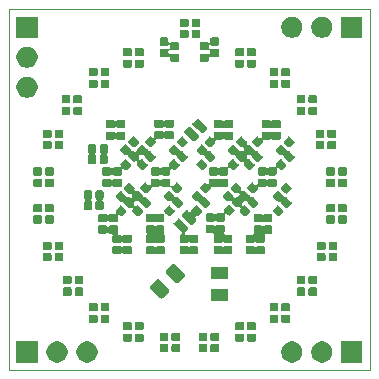
<source format=gbr>
G04 #@! TF.GenerationSoftware,KiCad,Pcbnew,(5.1.5)-3*
G04 #@! TF.CreationDate,2020-04-01T23:32:00-03:00*
G04 #@! TF.ProjectId,LDDH200324A,4c444448-3230-4303-9332-34412e6b6963,rev?*
G04 #@! TF.SameCoordinates,Original*
G04 #@! TF.FileFunction,Soldermask,Top*
G04 #@! TF.FilePolarity,Negative*
%FSLAX45Y45*%
G04 Gerber Fmt 4.5, Leading zero omitted, Abs format (unit mm)*
G04 Created by KiCad (PCBNEW (5.1.5)-3) date 2020-04-01 23:32:00*
%MOMM*%
%LPD*%
G04 APERTURE LIST*
%ADD10C,0.050000*%
%ADD11C,0.100000*%
G04 APERTURE END LIST*
D10*
X16306000Y-8549000D02*
X13256000Y-8549000D01*
X13256000Y-8549000D02*
X13256000Y-11599000D01*
X16306000Y-11599000D02*
X16306000Y-8549000D01*
X13256000Y-11599000D02*
X16306000Y-11599000D01*
D11*
G36*
X13925351Y-11359393D02*
G01*
X13940281Y-11362362D01*
X13956678Y-11369154D01*
X13971435Y-11379015D01*
X13983985Y-11391565D01*
X13993846Y-11406322D01*
X14000638Y-11422719D01*
X14004100Y-11440126D01*
X14004100Y-11457874D01*
X14000638Y-11475281D01*
X13993846Y-11491678D01*
X13983985Y-11506435D01*
X13971435Y-11518985D01*
X13956678Y-11528846D01*
X13940281Y-11535638D01*
X13925351Y-11538607D01*
X13922874Y-11539100D01*
X13905126Y-11539100D01*
X13902649Y-11538607D01*
X13887719Y-11535638D01*
X13871322Y-11528846D01*
X13856565Y-11518985D01*
X13844015Y-11506435D01*
X13834154Y-11491678D01*
X13827362Y-11475281D01*
X13823900Y-11457874D01*
X13823900Y-11440126D01*
X13827362Y-11422719D01*
X13834154Y-11406322D01*
X13844015Y-11391565D01*
X13856565Y-11379015D01*
X13871322Y-11369154D01*
X13887719Y-11362362D01*
X13902649Y-11359393D01*
X13905126Y-11358900D01*
X13922874Y-11358900D01*
X13925351Y-11359393D01*
G37*
G36*
X16246100Y-11539100D02*
G01*
X16065900Y-11539100D01*
X16065900Y-11358900D01*
X16246100Y-11358900D01*
X16246100Y-11539100D01*
G37*
G36*
X13671351Y-11359393D02*
G01*
X13686281Y-11362362D01*
X13702678Y-11369154D01*
X13717435Y-11379015D01*
X13729985Y-11391565D01*
X13739846Y-11406322D01*
X13746638Y-11422719D01*
X13750100Y-11440126D01*
X13750100Y-11457874D01*
X13746638Y-11475281D01*
X13739846Y-11491678D01*
X13729985Y-11506435D01*
X13717435Y-11518985D01*
X13702678Y-11528846D01*
X13686281Y-11535638D01*
X13671351Y-11538607D01*
X13668874Y-11539100D01*
X13651126Y-11539100D01*
X13648649Y-11538607D01*
X13633719Y-11535638D01*
X13617322Y-11528846D01*
X13602565Y-11518985D01*
X13590015Y-11506435D01*
X13580154Y-11491678D01*
X13573362Y-11475281D01*
X13569900Y-11457874D01*
X13569900Y-11440126D01*
X13573362Y-11422719D01*
X13580154Y-11406322D01*
X13590015Y-11391565D01*
X13602565Y-11379015D01*
X13617322Y-11369154D01*
X13633719Y-11362362D01*
X13648649Y-11359393D01*
X13651126Y-11358900D01*
X13668874Y-11358900D01*
X13671351Y-11359393D01*
G37*
G36*
X13496100Y-11539100D02*
G01*
X13315900Y-11539100D01*
X13315900Y-11358900D01*
X13496100Y-11358900D01*
X13496100Y-11539100D01*
G37*
G36*
X15659351Y-11359393D02*
G01*
X15674281Y-11362362D01*
X15690678Y-11369154D01*
X15705435Y-11379015D01*
X15717985Y-11391565D01*
X15727846Y-11406322D01*
X15734638Y-11422719D01*
X15738100Y-11440126D01*
X15738100Y-11457874D01*
X15734638Y-11475281D01*
X15727846Y-11491678D01*
X15717985Y-11506435D01*
X15705435Y-11518985D01*
X15690678Y-11528846D01*
X15674281Y-11535638D01*
X15659351Y-11538607D01*
X15656874Y-11539100D01*
X15639126Y-11539100D01*
X15636649Y-11538607D01*
X15621719Y-11535638D01*
X15605322Y-11528846D01*
X15590565Y-11518985D01*
X15578015Y-11506435D01*
X15568154Y-11491678D01*
X15561362Y-11475281D01*
X15557900Y-11457874D01*
X15557900Y-11440126D01*
X15561362Y-11422719D01*
X15568154Y-11406322D01*
X15578015Y-11391565D01*
X15590565Y-11379015D01*
X15605322Y-11369154D01*
X15621719Y-11362362D01*
X15636649Y-11359393D01*
X15639126Y-11358900D01*
X15656874Y-11358900D01*
X15659351Y-11359393D01*
G37*
G36*
X15913351Y-11359393D02*
G01*
X15928281Y-11362362D01*
X15944678Y-11369154D01*
X15959435Y-11379015D01*
X15971985Y-11391565D01*
X15981846Y-11406322D01*
X15988638Y-11422719D01*
X15992100Y-11440126D01*
X15992100Y-11457874D01*
X15988638Y-11475281D01*
X15981846Y-11491678D01*
X15971985Y-11506435D01*
X15959435Y-11518985D01*
X15944678Y-11528846D01*
X15928281Y-11535638D01*
X15913351Y-11538607D01*
X15910874Y-11539100D01*
X15893126Y-11539100D01*
X15890649Y-11538607D01*
X15875719Y-11535638D01*
X15859322Y-11528846D01*
X15844565Y-11518985D01*
X15832015Y-11506435D01*
X15822154Y-11491678D01*
X15815362Y-11475281D01*
X15811900Y-11457874D01*
X15811900Y-11440126D01*
X15815362Y-11422719D01*
X15822154Y-11406322D01*
X15832015Y-11391565D01*
X15844565Y-11379015D01*
X15859322Y-11369154D01*
X15875719Y-11362362D01*
X15890649Y-11359393D01*
X15893126Y-11358900D01*
X15910874Y-11358900D01*
X15913351Y-11359393D01*
G37*
G36*
X14924194Y-11383700D02*
G01*
X14926256Y-11384325D01*
X14928155Y-11385340D01*
X14929821Y-11386707D01*
X14931188Y-11388373D01*
X14932203Y-11390272D01*
X14932828Y-11392334D01*
X14933100Y-11395092D01*
X14933100Y-11440964D01*
X14932828Y-11443722D01*
X14932203Y-11445784D01*
X14931188Y-11447683D01*
X14929821Y-11449349D01*
X14928155Y-11450716D01*
X14926256Y-11451731D01*
X14924194Y-11452356D01*
X14921436Y-11452628D01*
X14870564Y-11452628D01*
X14867806Y-11452356D01*
X14865744Y-11451731D01*
X14863845Y-11450716D01*
X14862179Y-11449349D01*
X14860812Y-11447683D01*
X14859797Y-11445784D01*
X14859172Y-11443722D01*
X14858900Y-11440964D01*
X14858900Y-11395092D01*
X14859172Y-11392334D01*
X14859797Y-11390272D01*
X14860812Y-11388373D01*
X14862179Y-11386707D01*
X14863845Y-11385340D01*
X14865744Y-11384325D01*
X14867806Y-11383700D01*
X14870564Y-11383428D01*
X14921436Y-11383428D01*
X14924194Y-11383700D01*
G37*
G36*
X14594194Y-11383172D02*
G01*
X14596256Y-11383797D01*
X14598155Y-11384812D01*
X14599821Y-11386179D01*
X14601188Y-11387845D01*
X14602203Y-11389744D01*
X14602828Y-11391806D01*
X14603100Y-11394564D01*
X14603100Y-11440436D01*
X14602828Y-11443194D01*
X14602203Y-11445256D01*
X14601188Y-11447155D01*
X14599821Y-11448821D01*
X14598155Y-11450188D01*
X14596256Y-11451203D01*
X14594194Y-11451828D01*
X14591436Y-11452100D01*
X14540564Y-11452100D01*
X14537806Y-11451828D01*
X14535744Y-11451203D01*
X14533845Y-11450188D01*
X14532179Y-11448821D01*
X14530812Y-11447155D01*
X14529797Y-11445256D01*
X14529172Y-11443194D01*
X14528900Y-11440436D01*
X14528900Y-11394564D01*
X14529172Y-11391806D01*
X14529797Y-11389744D01*
X14530812Y-11387845D01*
X14532179Y-11386179D01*
X14533845Y-11384812D01*
X14535744Y-11383797D01*
X14537806Y-11383172D01*
X14540564Y-11382900D01*
X14591436Y-11382900D01*
X14594194Y-11383172D01*
G37*
G36*
X15024194Y-11383172D02*
G01*
X15026256Y-11383797D01*
X15028155Y-11384812D01*
X15029821Y-11386179D01*
X15031188Y-11387845D01*
X15032203Y-11389744D01*
X15032828Y-11391806D01*
X15033100Y-11394564D01*
X15033100Y-11440436D01*
X15032828Y-11443194D01*
X15032203Y-11445256D01*
X15031188Y-11447155D01*
X15029821Y-11448821D01*
X15028155Y-11450188D01*
X15026256Y-11451203D01*
X15024194Y-11451828D01*
X15021436Y-11452100D01*
X14970564Y-11452100D01*
X14967806Y-11451828D01*
X14965744Y-11451203D01*
X14963845Y-11450188D01*
X14962179Y-11448821D01*
X14960812Y-11447155D01*
X14959797Y-11445256D01*
X14959172Y-11443194D01*
X14958900Y-11440436D01*
X14958900Y-11394564D01*
X14959172Y-11391806D01*
X14959797Y-11389744D01*
X14960812Y-11387845D01*
X14962179Y-11386179D01*
X14963845Y-11384812D01*
X14965744Y-11383797D01*
X14967806Y-11383172D01*
X14970564Y-11382900D01*
X15021436Y-11382900D01*
X15024194Y-11383172D01*
G37*
G36*
X14694194Y-11383172D02*
G01*
X14696256Y-11383797D01*
X14698155Y-11384812D01*
X14699821Y-11386179D01*
X14701188Y-11387845D01*
X14702203Y-11389744D01*
X14702828Y-11391806D01*
X14703100Y-11394564D01*
X14703100Y-11440436D01*
X14702828Y-11443194D01*
X14702203Y-11445256D01*
X14701188Y-11447155D01*
X14699821Y-11448821D01*
X14698155Y-11450188D01*
X14696256Y-11451203D01*
X14694194Y-11451828D01*
X14691436Y-11452100D01*
X14640564Y-11452100D01*
X14637806Y-11451828D01*
X14635744Y-11451203D01*
X14633845Y-11450188D01*
X14632179Y-11448821D01*
X14630812Y-11447155D01*
X14629797Y-11445256D01*
X14629172Y-11443194D01*
X14628900Y-11440436D01*
X14628900Y-11394564D01*
X14629172Y-11391806D01*
X14629797Y-11389744D01*
X14630812Y-11387845D01*
X14632179Y-11386179D01*
X14633845Y-11384812D01*
X14635744Y-11383797D01*
X14637806Y-11383172D01*
X14640564Y-11382900D01*
X14691436Y-11382900D01*
X14694194Y-11383172D01*
G37*
G36*
X15334194Y-11293172D02*
G01*
X15336256Y-11293797D01*
X15338155Y-11294812D01*
X15339821Y-11296179D01*
X15341188Y-11297845D01*
X15342203Y-11299744D01*
X15342828Y-11301806D01*
X15343100Y-11304564D01*
X15343100Y-11350436D01*
X15342828Y-11353194D01*
X15342203Y-11355256D01*
X15341188Y-11357155D01*
X15339821Y-11358821D01*
X15338155Y-11360188D01*
X15336256Y-11361203D01*
X15334194Y-11361828D01*
X15331436Y-11362100D01*
X15280564Y-11362100D01*
X15277806Y-11361828D01*
X15275744Y-11361203D01*
X15273845Y-11360188D01*
X15272179Y-11358821D01*
X15270812Y-11357155D01*
X15269797Y-11355256D01*
X15269172Y-11353194D01*
X15268900Y-11350436D01*
X15268900Y-11304564D01*
X15269172Y-11301806D01*
X15269797Y-11299744D01*
X15270812Y-11297845D01*
X15272179Y-11296179D01*
X15273845Y-11294812D01*
X15275744Y-11293797D01*
X15277806Y-11293172D01*
X15280564Y-11292900D01*
X15331436Y-11292900D01*
X15334194Y-11293172D01*
G37*
G36*
X15234194Y-11293172D02*
G01*
X15236256Y-11293797D01*
X15238155Y-11294812D01*
X15239821Y-11296179D01*
X15241188Y-11297845D01*
X15242203Y-11299744D01*
X15242828Y-11301806D01*
X15243100Y-11304564D01*
X15243100Y-11350436D01*
X15242828Y-11353194D01*
X15242203Y-11355256D01*
X15241188Y-11357155D01*
X15239821Y-11358821D01*
X15238155Y-11360188D01*
X15236256Y-11361203D01*
X15234194Y-11361828D01*
X15231436Y-11362100D01*
X15180564Y-11362100D01*
X15177806Y-11361828D01*
X15175744Y-11361203D01*
X15173845Y-11360188D01*
X15172179Y-11358821D01*
X15170812Y-11357155D01*
X15169797Y-11355256D01*
X15169172Y-11353194D01*
X15168900Y-11350436D01*
X15168900Y-11304564D01*
X15169172Y-11301806D01*
X15169797Y-11299744D01*
X15170812Y-11297845D01*
X15172179Y-11296179D01*
X15173845Y-11294812D01*
X15175744Y-11293797D01*
X15177806Y-11293172D01*
X15180564Y-11292900D01*
X15231436Y-11292900D01*
X15234194Y-11293172D01*
G37*
G36*
X14383710Y-11293172D02*
G01*
X14385772Y-11293797D01*
X14387671Y-11294812D01*
X14389337Y-11296179D01*
X14390704Y-11297845D01*
X14391719Y-11299744D01*
X14392344Y-11301806D01*
X14392616Y-11304564D01*
X14392616Y-11350436D01*
X14392344Y-11353194D01*
X14391719Y-11355256D01*
X14390704Y-11357155D01*
X14389337Y-11358821D01*
X14387671Y-11360188D01*
X14385772Y-11361203D01*
X14383710Y-11361828D01*
X14380952Y-11362100D01*
X14330080Y-11362100D01*
X14327322Y-11361828D01*
X14325260Y-11361203D01*
X14323361Y-11360188D01*
X14321695Y-11358821D01*
X14320328Y-11357155D01*
X14319313Y-11355256D01*
X14318688Y-11353194D01*
X14318416Y-11350436D01*
X14318416Y-11304564D01*
X14318688Y-11301806D01*
X14319313Y-11299744D01*
X14320328Y-11297845D01*
X14321695Y-11296179D01*
X14323361Y-11294812D01*
X14325260Y-11293797D01*
X14327322Y-11293172D01*
X14330080Y-11292900D01*
X14380952Y-11292900D01*
X14383710Y-11293172D01*
G37*
G36*
X14284194Y-11293172D02*
G01*
X14286256Y-11293797D01*
X14288155Y-11294812D01*
X14289821Y-11296179D01*
X14291188Y-11297845D01*
X14292203Y-11299744D01*
X14292828Y-11301806D01*
X14293100Y-11304564D01*
X14293100Y-11350436D01*
X14292828Y-11353194D01*
X14292203Y-11355256D01*
X14291188Y-11357155D01*
X14289821Y-11358821D01*
X14288155Y-11360188D01*
X14286256Y-11361203D01*
X14284194Y-11361828D01*
X14281436Y-11362100D01*
X14230564Y-11362100D01*
X14227806Y-11361828D01*
X14225744Y-11361203D01*
X14223845Y-11360188D01*
X14222179Y-11358821D01*
X14220812Y-11357155D01*
X14219797Y-11355256D01*
X14219172Y-11353194D01*
X14218900Y-11350436D01*
X14218900Y-11304564D01*
X14219172Y-11301806D01*
X14219797Y-11299744D01*
X14220812Y-11297845D01*
X14222179Y-11296179D01*
X14223845Y-11294812D01*
X14225744Y-11293797D01*
X14227806Y-11293172D01*
X14230564Y-11292900D01*
X14281436Y-11292900D01*
X14284194Y-11293172D01*
G37*
G36*
X14924194Y-11286700D02*
G01*
X14926256Y-11287325D01*
X14928155Y-11288340D01*
X14929821Y-11289707D01*
X14931188Y-11291373D01*
X14932203Y-11293272D01*
X14932828Y-11295334D01*
X14933100Y-11298092D01*
X14933100Y-11343964D01*
X14932828Y-11346722D01*
X14932203Y-11348784D01*
X14931188Y-11350683D01*
X14929821Y-11352349D01*
X14928155Y-11353716D01*
X14926256Y-11354731D01*
X14924194Y-11355356D01*
X14921436Y-11355628D01*
X14870564Y-11355628D01*
X14867806Y-11355356D01*
X14865744Y-11354731D01*
X14863845Y-11353716D01*
X14862179Y-11352349D01*
X14860812Y-11350683D01*
X14859797Y-11348784D01*
X14859172Y-11346722D01*
X14858900Y-11343964D01*
X14858900Y-11298092D01*
X14859172Y-11295334D01*
X14859797Y-11293272D01*
X14860812Y-11291373D01*
X14862179Y-11289707D01*
X14863845Y-11288340D01*
X14865744Y-11287325D01*
X14867806Y-11286700D01*
X14870564Y-11286428D01*
X14921436Y-11286428D01*
X14924194Y-11286700D01*
G37*
G36*
X14594194Y-11286172D02*
G01*
X14596256Y-11286797D01*
X14598155Y-11287812D01*
X14599821Y-11289179D01*
X14601188Y-11290845D01*
X14602203Y-11292744D01*
X14602828Y-11294806D01*
X14603100Y-11297564D01*
X14603100Y-11343436D01*
X14602828Y-11346194D01*
X14602203Y-11348256D01*
X14601188Y-11350155D01*
X14599821Y-11351821D01*
X14598155Y-11353188D01*
X14596256Y-11354203D01*
X14594194Y-11354828D01*
X14591436Y-11355100D01*
X14540564Y-11355100D01*
X14537806Y-11354828D01*
X14535744Y-11354203D01*
X14533845Y-11353188D01*
X14532179Y-11351821D01*
X14530812Y-11350155D01*
X14529797Y-11348256D01*
X14529172Y-11346194D01*
X14528900Y-11343436D01*
X14528900Y-11297564D01*
X14529172Y-11294806D01*
X14529797Y-11292744D01*
X14530812Y-11290845D01*
X14532179Y-11289179D01*
X14533845Y-11287812D01*
X14535744Y-11286797D01*
X14537806Y-11286172D01*
X14540564Y-11285900D01*
X14591436Y-11285900D01*
X14594194Y-11286172D01*
G37*
G36*
X14694194Y-11286172D02*
G01*
X14696256Y-11286797D01*
X14698155Y-11287812D01*
X14699821Y-11289179D01*
X14701188Y-11290845D01*
X14702203Y-11292744D01*
X14702828Y-11294806D01*
X14703100Y-11297564D01*
X14703100Y-11343436D01*
X14702828Y-11346194D01*
X14702203Y-11348256D01*
X14701188Y-11350155D01*
X14699821Y-11351821D01*
X14698155Y-11353188D01*
X14696256Y-11354203D01*
X14694194Y-11354828D01*
X14691436Y-11355100D01*
X14640564Y-11355100D01*
X14637806Y-11354828D01*
X14635744Y-11354203D01*
X14633845Y-11353188D01*
X14632179Y-11351821D01*
X14630812Y-11350155D01*
X14629797Y-11348256D01*
X14629172Y-11346194D01*
X14628900Y-11343436D01*
X14628900Y-11297564D01*
X14629172Y-11294806D01*
X14629797Y-11292744D01*
X14630812Y-11290845D01*
X14632179Y-11289179D01*
X14633845Y-11287812D01*
X14635744Y-11286797D01*
X14637806Y-11286172D01*
X14640564Y-11285900D01*
X14691436Y-11285900D01*
X14694194Y-11286172D01*
G37*
G36*
X15024194Y-11286172D02*
G01*
X15026256Y-11286797D01*
X15028155Y-11287812D01*
X15029821Y-11289179D01*
X15031188Y-11290845D01*
X15032203Y-11292744D01*
X15032828Y-11294806D01*
X15033100Y-11297564D01*
X15033100Y-11343436D01*
X15032828Y-11346194D01*
X15032203Y-11348256D01*
X15031188Y-11350155D01*
X15029821Y-11351821D01*
X15028155Y-11353188D01*
X15026256Y-11354203D01*
X15024194Y-11354828D01*
X15021436Y-11355100D01*
X14970564Y-11355100D01*
X14967806Y-11354828D01*
X14965744Y-11354203D01*
X14963845Y-11353188D01*
X14962179Y-11351821D01*
X14960812Y-11350155D01*
X14959797Y-11348256D01*
X14959172Y-11346194D01*
X14958900Y-11343436D01*
X14958900Y-11297564D01*
X14959172Y-11294806D01*
X14959797Y-11292744D01*
X14960812Y-11290845D01*
X14962179Y-11289179D01*
X14963845Y-11287812D01*
X14965744Y-11286797D01*
X14967806Y-11286172D01*
X14970564Y-11285900D01*
X15021436Y-11285900D01*
X15024194Y-11286172D01*
G37*
G36*
X14284194Y-11196172D02*
G01*
X14286256Y-11196797D01*
X14288155Y-11197812D01*
X14289821Y-11199179D01*
X14291188Y-11200845D01*
X14292203Y-11202744D01*
X14292828Y-11204806D01*
X14293100Y-11207564D01*
X14293100Y-11253436D01*
X14292828Y-11256194D01*
X14292203Y-11258256D01*
X14291188Y-11260155D01*
X14289821Y-11261821D01*
X14288155Y-11263188D01*
X14286256Y-11264203D01*
X14284194Y-11264828D01*
X14281436Y-11265100D01*
X14230564Y-11265100D01*
X14227806Y-11264828D01*
X14225744Y-11264203D01*
X14223845Y-11263188D01*
X14222179Y-11261821D01*
X14220812Y-11260155D01*
X14219797Y-11258256D01*
X14219172Y-11256194D01*
X14218900Y-11253436D01*
X14218900Y-11207564D01*
X14219172Y-11204806D01*
X14219797Y-11202744D01*
X14220812Y-11200845D01*
X14222179Y-11199179D01*
X14223845Y-11197812D01*
X14225744Y-11196797D01*
X14227806Y-11196172D01*
X14230564Y-11195900D01*
X14281436Y-11195900D01*
X14284194Y-11196172D01*
G37*
G36*
X14383710Y-11196172D02*
G01*
X14385772Y-11196797D01*
X14387671Y-11197812D01*
X14389337Y-11199179D01*
X14390704Y-11200845D01*
X14391719Y-11202744D01*
X14392344Y-11204806D01*
X14392616Y-11207564D01*
X14392616Y-11253436D01*
X14392344Y-11256194D01*
X14391719Y-11258256D01*
X14390704Y-11260155D01*
X14389337Y-11261821D01*
X14387671Y-11263188D01*
X14385772Y-11264203D01*
X14383710Y-11264828D01*
X14380952Y-11265100D01*
X14330080Y-11265100D01*
X14327322Y-11264828D01*
X14325260Y-11264203D01*
X14323361Y-11263188D01*
X14321695Y-11261821D01*
X14320328Y-11260155D01*
X14319313Y-11258256D01*
X14318688Y-11256194D01*
X14318416Y-11253436D01*
X14318416Y-11207564D01*
X14318688Y-11204806D01*
X14319313Y-11202744D01*
X14320328Y-11200845D01*
X14321695Y-11199179D01*
X14323361Y-11197812D01*
X14325260Y-11196797D01*
X14327322Y-11196172D01*
X14330080Y-11195900D01*
X14380952Y-11195900D01*
X14383710Y-11196172D01*
G37*
G36*
X15234194Y-11196172D02*
G01*
X15236256Y-11196797D01*
X15238155Y-11197812D01*
X15239821Y-11199179D01*
X15241188Y-11200845D01*
X15242203Y-11202744D01*
X15242828Y-11204806D01*
X15243100Y-11207564D01*
X15243100Y-11253436D01*
X15242828Y-11256194D01*
X15242203Y-11258256D01*
X15241188Y-11260155D01*
X15239821Y-11261821D01*
X15238155Y-11263188D01*
X15236256Y-11264203D01*
X15234194Y-11264828D01*
X15231436Y-11265100D01*
X15180564Y-11265100D01*
X15177806Y-11264828D01*
X15175744Y-11264203D01*
X15173845Y-11263188D01*
X15172179Y-11261821D01*
X15170812Y-11260155D01*
X15169797Y-11258256D01*
X15169172Y-11256194D01*
X15168900Y-11253436D01*
X15168900Y-11207564D01*
X15169172Y-11204806D01*
X15169797Y-11202744D01*
X15170812Y-11200845D01*
X15172179Y-11199179D01*
X15173845Y-11197812D01*
X15175744Y-11196797D01*
X15177806Y-11196172D01*
X15180564Y-11195900D01*
X15231436Y-11195900D01*
X15234194Y-11196172D01*
G37*
G36*
X15334194Y-11196172D02*
G01*
X15336256Y-11196797D01*
X15338155Y-11197812D01*
X15339821Y-11199179D01*
X15341188Y-11200845D01*
X15342203Y-11202744D01*
X15342828Y-11204806D01*
X15343100Y-11207564D01*
X15343100Y-11253436D01*
X15342828Y-11256194D01*
X15342203Y-11258256D01*
X15341188Y-11260155D01*
X15339821Y-11261821D01*
X15338155Y-11263188D01*
X15336256Y-11264203D01*
X15334194Y-11264828D01*
X15331436Y-11265100D01*
X15280564Y-11265100D01*
X15277806Y-11264828D01*
X15275744Y-11264203D01*
X15273845Y-11263188D01*
X15272179Y-11261821D01*
X15270812Y-11260155D01*
X15269797Y-11258256D01*
X15269172Y-11256194D01*
X15268900Y-11253436D01*
X15268900Y-11207564D01*
X15269172Y-11204806D01*
X15269797Y-11202744D01*
X15270812Y-11200845D01*
X15272179Y-11199179D01*
X15273845Y-11197812D01*
X15275744Y-11196797D01*
X15277806Y-11196172D01*
X15280564Y-11195900D01*
X15331436Y-11195900D01*
X15334194Y-11196172D01*
G37*
G36*
X15524194Y-11133172D02*
G01*
X15526256Y-11133797D01*
X15528155Y-11134812D01*
X15529821Y-11136179D01*
X15531188Y-11137845D01*
X15532203Y-11139744D01*
X15532828Y-11141806D01*
X15533100Y-11144564D01*
X15533100Y-11190436D01*
X15532828Y-11193194D01*
X15532203Y-11195256D01*
X15531188Y-11197155D01*
X15529821Y-11198821D01*
X15528155Y-11200188D01*
X15526256Y-11201203D01*
X15524194Y-11201828D01*
X15521436Y-11202100D01*
X15470564Y-11202100D01*
X15467806Y-11201828D01*
X15465744Y-11201203D01*
X15463845Y-11200188D01*
X15462179Y-11198821D01*
X15460812Y-11197155D01*
X15459797Y-11195256D01*
X15459172Y-11193194D01*
X15458900Y-11190436D01*
X15458900Y-11144564D01*
X15459172Y-11141806D01*
X15459797Y-11139744D01*
X15460812Y-11137845D01*
X15462179Y-11136179D01*
X15463845Y-11134812D01*
X15465744Y-11133797D01*
X15467806Y-11133172D01*
X15470564Y-11132900D01*
X15521436Y-11132900D01*
X15524194Y-11133172D01*
G37*
G36*
X13994194Y-11133172D02*
G01*
X13996256Y-11133797D01*
X13998155Y-11134812D01*
X13999821Y-11136179D01*
X14001188Y-11137845D01*
X14002203Y-11139744D01*
X14002828Y-11141806D01*
X14003100Y-11144564D01*
X14003100Y-11190436D01*
X14002828Y-11193194D01*
X14002203Y-11195256D01*
X14001188Y-11197155D01*
X13999821Y-11198821D01*
X13998155Y-11200188D01*
X13996256Y-11201203D01*
X13994194Y-11201828D01*
X13991436Y-11202100D01*
X13940564Y-11202100D01*
X13937806Y-11201828D01*
X13935744Y-11201203D01*
X13933845Y-11200188D01*
X13932179Y-11198821D01*
X13930812Y-11197155D01*
X13929797Y-11195256D01*
X13929172Y-11193194D01*
X13928900Y-11190436D01*
X13928900Y-11144564D01*
X13929172Y-11141806D01*
X13929797Y-11139744D01*
X13930812Y-11137845D01*
X13932179Y-11136179D01*
X13933845Y-11134812D01*
X13935744Y-11133797D01*
X13937806Y-11133172D01*
X13940564Y-11132900D01*
X13991436Y-11132900D01*
X13994194Y-11133172D01*
G37*
G36*
X15624194Y-11133172D02*
G01*
X15626256Y-11133797D01*
X15628155Y-11134812D01*
X15629821Y-11136179D01*
X15631188Y-11137845D01*
X15632203Y-11139744D01*
X15632828Y-11141806D01*
X15633100Y-11144564D01*
X15633100Y-11190436D01*
X15632828Y-11193194D01*
X15632203Y-11195256D01*
X15631188Y-11197155D01*
X15629821Y-11198821D01*
X15628155Y-11200188D01*
X15626256Y-11201203D01*
X15624194Y-11201828D01*
X15621436Y-11202100D01*
X15570564Y-11202100D01*
X15567806Y-11201828D01*
X15565744Y-11201203D01*
X15563845Y-11200188D01*
X15562179Y-11198821D01*
X15560812Y-11197155D01*
X15559797Y-11195256D01*
X15559172Y-11193194D01*
X15558900Y-11190436D01*
X15558900Y-11144564D01*
X15559172Y-11141806D01*
X15559797Y-11139744D01*
X15560812Y-11137845D01*
X15562179Y-11136179D01*
X15563845Y-11134812D01*
X15565744Y-11133797D01*
X15567806Y-11133172D01*
X15570564Y-11132900D01*
X15621436Y-11132900D01*
X15624194Y-11133172D01*
G37*
G36*
X14094194Y-11133172D02*
G01*
X14096256Y-11133797D01*
X14098155Y-11134812D01*
X14099821Y-11136179D01*
X14101188Y-11137845D01*
X14102203Y-11139744D01*
X14102828Y-11141806D01*
X14103100Y-11144564D01*
X14103100Y-11190436D01*
X14102828Y-11193194D01*
X14102203Y-11195256D01*
X14101188Y-11197155D01*
X14099821Y-11198821D01*
X14098155Y-11200188D01*
X14096256Y-11201203D01*
X14094194Y-11201828D01*
X14091436Y-11202100D01*
X14040564Y-11202100D01*
X14037806Y-11201828D01*
X14035744Y-11201203D01*
X14033845Y-11200188D01*
X14032179Y-11198821D01*
X14030812Y-11197155D01*
X14029797Y-11195256D01*
X14029172Y-11193194D01*
X14028900Y-11190436D01*
X14028900Y-11144564D01*
X14029172Y-11141806D01*
X14029797Y-11139744D01*
X14030812Y-11137845D01*
X14032179Y-11136179D01*
X14033845Y-11134812D01*
X14035744Y-11133797D01*
X14037806Y-11133172D01*
X14040564Y-11132900D01*
X14091436Y-11132900D01*
X14094194Y-11133172D01*
G37*
G36*
X15624194Y-11036172D02*
G01*
X15626256Y-11036797D01*
X15628155Y-11037812D01*
X15629821Y-11039179D01*
X15631188Y-11040845D01*
X15632203Y-11042744D01*
X15632828Y-11044806D01*
X15633100Y-11047564D01*
X15633100Y-11093436D01*
X15632828Y-11096194D01*
X15632203Y-11098256D01*
X15631188Y-11100155D01*
X15629821Y-11101821D01*
X15628155Y-11103188D01*
X15626256Y-11104203D01*
X15624194Y-11104828D01*
X15621436Y-11105100D01*
X15570564Y-11105100D01*
X15567806Y-11104828D01*
X15565744Y-11104203D01*
X15563845Y-11103188D01*
X15562179Y-11101821D01*
X15560812Y-11100155D01*
X15559797Y-11098256D01*
X15559172Y-11096194D01*
X15558900Y-11093436D01*
X15558900Y-11047564D01*
X15559172Y-11044806D01*
X15559797Y-11042744D01*
X15560812Y-11040845D01*
X15562179Y-11039179D01*
X15563845Y-11037812D01*
X15565744Y-11036797D01*
X15567806Y-11036172D01*
X15570564Y-11035900D01*
X15621436Y-11035900D01*
X15624194Y-11036172D01*
G37*
G36*
X15524194Y-11036172D02*
G01*
X15526256Y-11036797D01*
X15528155Y-11037812D01*
X15529821Y-11039179D01*
X15531188Y-11040845D01*
X15532203Y-11042744D01*
X15532828Y-11044806D01*
X15533100Y-11047564D01*
X15533100Y-11093436D01*
X15532828Y-11096194D01*
X15532203Y-11098256D01*
X15531188Y-11100155D01*
X15529821Y-11101821D01*
X15528155Y-11103188D01*
X15526256Y-11104203D01*
X15524194Y-11104828D01*
X15521436Y-11105100D01*
X15470564Y-11105100D01*
X15467806Y-11104828D01*
X15465744Y-11104203D01*
X15463845Y-11103188D01*
X15462179Y-11101821D01*
X15460812Y-11100155D01*
X15459797Y-11098256D01*
X15459172Y-11096194D01*
X15458900Y-11093436D01*
X15458900Y-11047564D01*
X15459172Y-11044806D01*
X15459797Y-11042744D01*
X15460812Y-11040845D01*
X15462179Y-11039179D01*
X15463845Y-11037812D01*
X15465744Y-11036797D01*
X15467806Y-11036172D01*
X15470564Y-11035900D01*
X15521436Y-11035900D01*
X15524194Y-11036172D01*
G37*
G36*
X14094194Y-11036172D02*
G01*
X14096256Y-11036797D01*
X14098155Y-11037812D01*
X14099821Y-11039179D01*
X14101188Y-11040845D01*
X14102203Y-11042744D01*
X14102828Y-11044806D01*
X14103100Y-11047564D01*
X14103100Y-11093436D01*
X14102828Y-11096194D01*
X14102203Y-11098256D01*
X14101188Y-11100155D01*
X14099821Y-11101821D01*
X14098155Y-11103188D01*
X14096256Y-11104203D01*
X14094194Y-11104828D01*
X14091436Y-11105100D01*
X14040564Y-11105100D01*
X14037806Y-11104828D01*
X14035744Y-11104203D01*
X14033845Y-11103188D01*
X14032179Y-11101821D01*
X14030812Y-11100155D01*
X14029797Y-11098256D01*
X14029172Y-11096194D01*
X14028900Y-11093436D01*
X14028900Y-11047564D01*
X14029172Y-11044806D01*
X14029797Y-11042744D01*
X14030812Y-11040845D01*
X14032179Y-11039179D01*
X14033845Y-11037812D01*
X14035744Y-11036797D01*
X14037806Y-11036172D01*
X14040564Y-11035900D01*
X14091436Y-11035900D01*
X14094194Y-11036172D01*
G37*
G36*
X13994194Y-11036172D02*
G01*
X13996256Y-11036797D01*
X13998155Y-11037812D01*
X13999821Y-11039179D01*
X14001188Y-11040845D01*
X14002203Y-11042744D01*
X14002828Y-11044806D01*
X14003100Y-11047564D01*
X14003100Y-11093436D01*
X14002828Y-11096194D01*
X14002203Y-11098256D01*
X14001188Y-11100155D01*
X13999821Y-11101821D01*
X13998155Y-11103188D01*
X13996256Y-11104203D01*
X13994194Y-11104828D01*
X13991436Y-11105100D01*
X13940564Y-11105100D01*
X13937806Y-11104828D01*
X13935744Y-11104203D01*
X13933845Y-11103188D01*
X13932179Y-11101821D01*
X13930812Y-11100155D01*
X13929797Y-11098256D01*
X13929172Y-11096194D01*
X13928900Y-11093436D01*
X13928900Y-11047564D01*
X13929172Y-11044806D01*
X13929797Y-11042744D01*
X13930812Y-11040845D01*
X13932179Y-11039179D01*
X13933845Y-11037812D01*
X13935744Y-11036797D01*
X13937806Y-11036172D01*
X13940564Y-11035900D01*
X13991436Y-11035900D01*
X13994194Y-11036172D01*
G37*
G36*
X15094447Y-10914357D02*
G01*
X15098314Y-10915530D01*
X15101878Y-10917435D01*
X15105002Y-10919998D01*
X15107565Y-10923122D01*
X15109470Y-10926686D01*
X15110643Y-10930553D01*
X15111100Y-10935189D01*
X15111100Y-11000311D01*
X15110643Y-11004947D01*
X15109470Y-11008814D01*
X15107565Y-11012378D01*
X15105002Y-11015502D01*
X15101878Y-11018065D01*
X15098314Y-11019970D01*
X15094447Y-11021144D01*
X15089811Y-11021600D01*
X14982189Y-11021600D01*
X14977553Y-11021144D01*
X14973686Y-11019970D01*
X14970122Y-11018065D01*
X14966998Y-11015502D01*
X14964435Y-11012378D01*
X14962530Y-11008814D01*
X14961356Y-11004947D01*
X14960900Y-11000311D01*
X14960900Y-10935189D01*
X14961356Y-10930553D01*
X14962530Y-10926686D01*
X14964435Y-10923122D01*
X14966998Y-10919998D01*
X14970122Y-10917435D01*
X14973686Y-10915530D01*
X14977553Y-10914357D01*
X14982189Y-10913900D01*
X15089811Y-10913900D01*
X15094447Y-10914357D01*
G37*
G36*
X14518704Y-10833130D02*
G01*
X14522571Y-10834303D01*
X14526135Y-10836208D01*
X14529736Y-10839163D01*
X14533721Y-10843148D01*
X14533722Y-10843149D01*
X14601851Y-10911278D01*
X14601852Y-10911279D01*
X14605837Y-10915264D01*
X14608792Y-10918865D01*
X14610697Y-10922429D01*
X14611870Y-10926296D01*
X14612266Y-10930317D01*
X14611870Y-10934339D01*
X14610697Y-10938206D01*
X14608792Y-10941770D01*
X14605837Y-10945371D01*
X14601852Y-10949356D01*
X14601851Y-10949356D01*
X14563774Y-10987434D01*
X14563773Y-10987434D01*
X14559788Y-10991419D01*
X14556187Y-10994374D01*
X14552623Y-10996279D01*
X14548756Y-10997452D01*
X14544735Y-10997848D01*
X14540713Y-10997452D01*
X14536846Y-10996279D01*
X14533282Y-10994374D01*
X14529681Y-10991419D01*
X14525696Y-10987434D01*
X14525696Y-10987434D01*
X14457566Y-10919304D01*
X14457566Y-10919304D01*
X14453581Y-10915319D01*
X14450626Y-10911718D01*
X14448721Y-10908154D01*
X14447548Y-10904287D01*
X14447152Y-10900265D01*
X14447548Y-10896244D01*
X14448721Y-10892377D01*
X14450626Y-10888813D01*
X14453581Y-10885212D01*
X14457566Y-10881227D01*
X14457566Y-10881226D01*
X14495644Y-10843149D01*
X14495644Y-10843148D01*
X14499629Y-10839163D01*
X14503230Y-10836208D01*
X14506794Y-10834303D01*
X14510661Y-10833130D01*
X14514683Y-10832734D01*
X14518704Y-10833130D01*
G37*
G36*
X13874194Y-10903172D02*
G01*
X13876256Y-10903797D01*
X13878155Y-10904812D01*
X13879821Y-10906179D01*
X13881188Y-10907845D01*
X13882203Y-10909744D01*
X13882828Y-10911806D01*
X13883100Y-10914564D01*
X13883100Y-10960436D01*
X13882828Y-10963194D01*
X13882203Y-10965256D01*
X13881188Y-10967155D01*
X13879821Y-10968821D01*
X13878155Y-10970188D01*
X13876256Y-10971203D01*
X13874194Y-10971828D01*
X13871436Y-10972100D01*
X13820564Y-10972100D01*
X13817806Y-10971828D01*
X13815744Y-10971203D01*
X13813845Y-10970188D01*
X13812179Y-10968821D01*
X13810812Y-10967155D01*
X13809797Y-10965256D01*
X13809172Y-10963194D01*
X13808900Y-10960436D01*
X13808900Y-10914564D01*
X13809172Y-10911806D01*
X13809797Y-10909744D01*
X13810812Y-10907845D01*
X13812179Y-10906179D01*
X13813845Y-10904812D01*
X13815744Y-10903797D01*
X13817806Y-10903172D01*
X13820564Y-10902900D01*
X13871436Y-10902900D01*
X13874194Y-10903172D01*
G37*
G36*
X13774194Y-10903172D02*
G01*
X13776256Y-10903797D01*
X13778155Y-10904812D01*
X13779821Y-10906179D01*
X13781188Y-10907845D01*
X13782203Y-10909744D01*
X13782828Y-10911806D01*
X13783100Y-10914564D01*
X13783100Y-10960436D01*
X13782828Y-10963194D01*
X13782203Y-10965256D01*
X13781188Y-10967155D01*
X13779821Y-10968821D01*
X13778155Y-10970188D01*
X13776256Y-10971203D01*
X13774194Y-10971828D01*
X13771436Y-10972100D01*
X13720564Y-10972100D01*
X13717806Y-10971828D01*
X13715744Y-10971203D01*
X13713845Y-10970188D01*
X13712179Y-10968821D01*
X13710812Y-10967155D01*
X13709797Y-10965256D01*
X13709172Y-10963194D01*
X13708900Y-10960436D01*
X13708900Y-10914564D01*
X13709172Y-10911806D01*
X13709797Y-10909744D01*
X13710812Y-10907845D01*
X13712179Y-10906179D01*
X13713845Y-10904812D01*
X13715744Y-10903797D01*
X13717806Y-10903172D01*
X13720564Y-10902900D01*
X13771436Y-10902900D01*
X13774194Y-10903172D01*
G37*
G36*
X15854194Y-10903172D02*
G01*
X15856256Y-10903797D01*
X15858155Y-10904812D01*
X15859821Y-10906179D01*
X15861188Y-10907845D01*
X15862203Y-10909744D01*
X15862828Y-10911806D01*
X15863100Y-10914564D01*
X15863100Y-10960436D01*
X15862828Y-10963194D01*
X15862203Y-10965256D01*
X15861188Y-10967155D01*
X15859821Y-10968821D01*
X15858155Y-10970188D01*
X15856256Y-10971203D01*
X15854194Y-10971828D01*
X15851436Y-10972100D01*
X15800564Y-10972100D01*
X15797806Y-10971828D01*
X15795744Y-10971203D01*
X15793845Y-10970188D01*
X15792179Y-10968821D01*
X15790812Y-10967155D01*
X15789797Y-10965256D01*
X15789172Y-10963194D01*
X15788900Y-10960436D01*
X15788900Y-10914564D01*
X15789172Y-10911806D01*
X15789797Y-10909744D01*
X15790812Y-10907845D01*
X15792179Y-10906179D01*
X15793845Y-10904812D01*
X15795744Y-10903797D01*
X15797806Y-10903172D01*
X15800564Y-10902900D01*
X15851436Y-10902900D01*
X15854194Y-10903172D01*
G37*
G36*
X15754194Y-10903172D02*
G01*
X15756256Y-10903797D01*
X15758155Y-10904812D01*
X15759821Y-10906179D01*
X15761188Y-10907845D01*
X15762203Y-10909744D01*
X15762828Y-10911806D01*
X15763100Y-10914564D01*
X15763100Y-10960436D01*
X15762828Y-10963194D01*
X15762203Y-10965256D01*
X15761188Y-10967155D01*
X15759821Y-10968821D01*
X15758155Y-10970188D01*
X15756256Y-10971203D01*
X15754194Y-10971828D01*
X15751436Y-10972100D01*
X15700564Y-10972100D01*
X15697806Y-10971828D01*
X15695744Y-10971203D01*
X15693845Y-10970188D01*
X15692179Y-10968821D01*
X15690812Y-10967155D01*
X15689797Y-10965256D01*
X15689172Y-10963194D01*
X15688900Y-10960436D01*
X15688900Y-10914564D01*
X15689172Y-10911806D01*
X15689797Y-10909744D01*
X15690812Y-10907845D01*
X15692179Y-10906179D01*
X15693845Y-10904812D01*
X15695744Y-10903797D01*
X15697806Y-10903172D01*
X15700564Y-10902900D01*
X15751436Y-10902900D01*
X15754194Y-10903172D01*
G37*
G36*
X15754194Y-10806172D02*
G01*
X15756256Y-10806797D01*
X15758155Y-10807812D01*
X15759821Y-10809179D01*
X15761188Y-10810845D01*
X15762203Y-10812744D01*
X15762828Y-10814806D01*
X15763100Y-10817564D01*
X15763100Y-10863436D01*
X15762828Y-10866194D01*
X15762203Y-10868256D01*
X15761188Y-10870155D01*
X15759821Y-10871821D01*
X15758155Y-10873188D01*
X15756256Y-10874203D01*
X15754194Y-10874828D01*
X15751436Y-10875100D01*
X15700564Y-10875100D01*
X15697806Y-10874828D01*
X15695744Y-10874203D01*
X15693845Y-10873188D01*
X15692179Y-10871821D01*
X15690812Y-10870155D01*
X15689797Y-10868256D01*
X15689172Y-10866194D01*
X15688900Y-10863436D01*
X15688900Y-10817564D01*
X15689172Y-10814806D01*
X15689797Y-10812744D01*
X15690812Y-10810845D01*
X15692179Y-10809179D01*
X15693845Y-10807812D01*
X15695744Y-10806797D01*
X15697806Y-10806172D01*
X15700564Y-10805900D01*
X15751436Y-10805900D01*
X15754194Y-10806172D01*
G37*
G36*
X13774194Y-10806172D02*
G01*
X13776256Y-10806797D01*
X13778155Y-10807812D01*
X13779821Y-10809179D01*
X13781188Y-10810845D01*
X13782203Y-10812744D01*
X13782828Y-10814806D01*
X13783100Y-10817564D01*
X13783100Y-10863436D01*
X13782828Y-10866194D01*
X13782203Y-10868256D01*
X13781188Y-10870155D01*
X13779821Y-10871821D01*
X13778155Y-10873188D01*
X13776256Y-10874203D01*
X13774194Y-10874828D01*
X13771436Y-10875100D01*
X13720564Y-10875100D01*
X13717806Y-10874828D01*
X13715744Y-10874203D01*
X13713845Y-10873188D01*
X13712179Y-10871821D01*
X13710812Y-10870155D01*
X13709797Y-10868256D01*
X13709172Y-10866194D01*
X13708900Y-10863436D01*
X13708900Y-10817564D01*
X13709172Y-10814806D01*
X13709797Y-10812744D01*
X13710812Y-10810845D01*
X13712179Y-10809179D01*
X13713845Y-10807812D01*
X13715744Y-10806797D01*
X13717806Y-10806172D01*
X13720564Y-10805900D01*
X13771436Y-10805900D01*
X13774194Y-10806172D01*
G37*
G36*
X15854194Y-10806172D02*
G01*
X15856256Y-10806797D01*
X15858155Y-10807812D01*
X15859821Y-10809179D01*
X15861188Y-10810845D01*
X15862203Y-10812744D01*
X15862828Y-10814806D01*
X15863100Y-10817564D01*
X15863100Y-10863436D01*
X15862828Y-10866194D01*
X15862203Y-10868256D01*
X15861188Y-10870155D01*
X15859821Y-10871821D01*
X15858155Y-10873188D01*
X15856256Y-10874203D01*
X15854194Y-10874828D01*
X15851436Y-10875100D01*
X15800564Y-10875100D01*
X15797806Y-10874828D01*
X15795744Y-10874203D01*
X15793845Y-10873188D01*
X15792179Y-10871821D01*
X15790812Y-10870155D01*
X15789797Y-10868256D01*
X15789172Y-10866194D01*
X15788900Y-10863436D01*
X15788900Y-10817564D01*
X15789172Y-10814806D01*
X15789797Y-10812744D01*
X15790812Y-10810845D01*
X15792179Y-10809179D01*
X15793845Y-10807812D01*
X15795744Y-10806797D01*
X15797806Y-10806172D01*
X15800564Y-10805900D01*
X15851436Y-10805900D01*
X15854194Y-10806172D01*
G37*
G36*
X13874194Y-10806172D02*
G01*
X13876256Y-10806797D01*
X13878155Y-10807812D01*
X13879821Y-10809179D01*
X13881188Y-10810845D01*
X13882203Y-10812744D01*
X13882828Y-10814806D01*
X13883100Y-10817564D01*
X13883100Y-10863436D01*
X13882828Y-10866194D01*
X13882203Y-10868256D01*
X13881188Y-10870155D01*
X13879821Y-10871821D01*
X13878155Y-10873188D01*
X13876256Y-10874203D01*
X13874194Y-10874828D01*
X13871436Y-10875100D01*
X13820564Y-10875100D01*
X13817806Y-10874828D01*
X13815744Y-10874203D01*
X13813845Y-10873188D01*
X13812179Y-10871821D01*
X13810812Y-10870155D01*
X13809797Y-10868256D01*
X13809172Y-10866194D01*
X13808900Y-10863436D01*
X13808900Y-10817564D01*
X13809172Y-10814806D01*
X13809797Y-10812744D01*
X13810812Y-10810845D01*
X13812179Y-10809179D01*
X13813845Y-10807812D01*
X13815744Y-10806797D01*
X13817806Y-10806172D01*
X13820564Y-10805900D01*
X13871436Y-10805900D01*
X13874194Y-10806172D01*
G37*
G36*
X14651287Y-10700548D02*
G01*
X14655154Y-10701721D01*
X14658718Y-10703626D01*
X14662319Y-10706581D01*
X14666304Y-10710566D01*
X14666304Y-10710566D01*
X14734434Y-10778696D01*
X14734434Y-10778696D01*
X14738419Y-10782681D01*
X14741374Y-10786282D01*
X14743279Y-10789846D01*
X14744452Y-10793713D01*
X14744848Y-10797735D01*
X14744452Y-10801757D01*
X14743279Y-10805624D01*
X14741374Y-10809187D01*
X14738419Y-10812788D01*
X14734434Y-10816773D01*
X14734434Y-10816774D01*
X14696356Y-10854851D01*
X14696356Y-10854852D01*
X14692371Y-10858837D01*
X14688770Y-10861792D01*
X14685206Y-10863697D01*
X14681339Y-10864870D01*
X14677317Y-10865266D01*
X14673295Y-10864870D01*
X14669428Y-10863697D01*
X14665865Y-10861792D01*
X14662264Y-10858837D01*
X14658279Y-10854852D01*
X14658278Y-10854851D01*
X14590149Y-10786722D01*
X14590148Y-10786721D01*
X14586163Y-10782736D01*
X14583208Y-10779135D01*
X14581303Y-10775572D01*
X14580130Y-10771705D01*
X14579734Y-10767683D01*
X14580130Y-10763661D01*
X14581303Y-10759794D01*
X14583208Y-10756230D01*
X14586163Y-10752629D01*
X14590148Y-10748644D01*
X14590149Y-10748644D01*
X14628226Y-10710566D01*
X14628227Y-10710566D01*
X14632212Y-10706581D01*
X14635813Y-10703626D01*
X14639376Y-10701721D01*
X14643243Y-10700548D01*
X14647265Y-10700152D01*
X14651287Y-10700548D01*
G37*
G36*
X15094447Y-10726857D02*
G01*
X15098314Y-10728030D01*
X15101878Y-10729935D01*
X15105002Y-10732498D01*
X15107565Y-10735622D01*
X15109470Y-10739186D01*
X15110643Y-10743053D01*
X15111100Y-10747689D01*
X15111100Y-10812811D01*
X15110643Y-10817447D01*
X15109470Y-10821314D01*
X15107565Y-10824878D01*
X15105002Y-10828002D01*
X15101878Y-10830565D01*
X15098314Y-10832470D01*
X15094447Y-10833644D01*
X15089811Y-10834100D01*
X14982189Y-10834100D01*
X14977553Y-10833644D01*
X14973686Y-10832470D01*
X14970122Y-10830565D01*
X14966998Y-10828002D01*
X14964435Y-10824878D01*
X14962530Y-10821314D01*
X14961356Y-10817447D01*
X14960900Y-10812811D01*
X14960900Y-10747689D01*
X14961356Y-10743053D01*
X14962530Y-10739186D01*
X14964435Y-10735622D01*
X14966998Y-10732498D01*
X14970122Y-10729935D01*
X14973686Y-10728030D01*
X14977553Y-10726857D01*
X14982189Y-10726400D01*
X15089811Y-10726400D01*
X15094447Y-10726857D01*
G37*
G36*
X15924194Y-10613172D02*
G01*
X15926256Y-10613797D01*
X15928155Y-10614812D01*
X15929821Y-10616179D01*
X15931188Y-10617845D01*
X15932203Y-10619744D01*
X15932828Y-10621806D01*
X15933100Y-10624564D01*
X15933100Y-10670436D01*
X15932828Y-10673194D01*
X15932203Y-10675256D01*
X15931188Y-10677155D01*
X15929821Y-10678821D01*
X15928155Y-10680188D01*
X15926256Y-10681203D01*
X15924194Y-10681828D01*
X15921436Y-10682100D01*
X15870564Y-10682100D01*
X15867806Y-10681828D01*
X15865744Y-10681203D01*
X15863845Y-10680188D01*
X15862179Y-10678821D01*
X15860812Y-10677155D01*
X15859797Y-10675256D01*
X15859172Y-10673194D01*
X15858900Y-10670436D01*
X15858900Y-10624564D01*
X15859172Y-10621806D01*
X15859797Y-10619744D01*
X15860812Y-10617845D01*
X15862179Y-10616179D01*
X15863845Y-10614812D01*
X15865744Y-10613797D01*
X15867806Y-10613172D01*
X15870564Y-10612900D01*
X15921436Y-10612900D01*
X15924194Y-10613172D01*
G37*
G36*
X13704194Y-10613172D02*
G01*
X13706256Y-10613797D01*
X13708155Y-10614812D01*
X13709821Y-10616179D01*
X13711188Y-10617845D01*
X13712203Y-10619744D01*
X13712828Y-10621806D01*
X13713100Y-10624564D01*
X13713100Y-10670436D01*
X13712828Y-10673194D01*
X13712203Y-10675256D01*
X13711188Y-10677155D01*
X13709821Y-10678821D01*
X13708155Y-10680188D01*
X13706256Y-10681203D01*
X13704194Y-10681828D01*
X13701436Y-10682100D01*
X13650564Y-10682100D01*
X13647806Y-10681828D01*
X13645744Y-10681203D01*
X13643845Y-10680188D01*
X13642179Y-10678821D01*
X13640812Y-10677155D01*
X13639797Y-10675256D01*
X13639172Y-10673194D01*
X13638900Y-10670436D01*
X13638900Y-10624564D01*
X13639172Y-10621806D01*
X13639797Y-10619744D01*
X13640812Y-10617845D01*
X13642179Y-10616179D01*
X13643845Y-10614812D01*
X13645744Y-10613797D01*
X13647806Y-10613172D01*
X13650564Y-10612900D01*
X13701436Y-10612900D01*
X13704194Y-10613172D01*
G37*
G36*
X13604194Y-10613172D02*
G01*
X13606256Y-10613797D01*
X13608155Y-10614812D01*
X13609821Y-10616179D01*
X13611188Y-10617845D01*
X13612203Y-10619744D01*
X13612828Y-10621806D01*
X13613100Y-10624564D01*
X13613100Y-10670436D01*
X13612828Y-10673194D01*
X13612203Y-10675256D01*
X13611188Y-10677155D01*
X13609821Y-10678821D01*
X13608155Y-10680188D01*
X13606256Y-10681203D01*
X13604194Y-10681828D01*
X13601436Y-10682100D01*
X13550564Y-10682100D01*
X13547806Y-10681828D01*
X13545744Y-10681203D01*
X13543845Y-10680188D01*
X13542179Y-10678821D01*
X13540812Y-10677155D01*
X13539797Y-10675256D01*
X13539172Y-10673194D01*
X13538900Y-10670436D01*
X13538900Y-10624564D01*
X13539172Y-10621806D01*
X13539797Y-10619744D01*
X13540812Y-10617845D01*
X13542179Y-10616179D01*
X13543845Y-10614812D01*
X13545744Y-10613797D01*
X13547806Y-10613172D01*
X13550564Y-10612900D01*
X13601436Y-10612900D01*
X13604194Y-10613172D01*
G37*
G36*
X16024194Y-10613172D02*
G01*
X16026256Y-10613797D01*
X16028155Y-10614812D01*
X16029821Y-10616179D01*
X16031188Y-10617845D01*
X16032203Y-10619744D01*
X16032828Y-10621806D01*
X16033100Y-10624564D01*
X16033100Y-10670436D01*
X16032828Y-10673194D01*
X16032203Y-10675256D01*
X16031188Y-10677155D01*
X16029821Y-10678821D01*
X16028155Y-10680188D01*
X16026256Y-10681203D01*
X16024194Y-10681828D01*
X16021436Y-10682100D01*
X15970564Y-10682100D01*
X15967806Y-10681828D01*
X15965744Y-10681203D01*
X15963845Y-10680188D01*
X15962179Y-10678821D01*
X15960812Y-10677155D01*
X15959797Y-10675256D01*
X15959172Y-10673194D01*
X15958900Y-10670436D01*
X15958900Y-10624564D01*
X15959172Y-10621806D01*
X15959797Y-10619744D01*
X15960812Y-10617845D01*
X15962179Y-10616179D01*
X15963845Y-10614812D01*
X15965744Y-10613797D01*
X15967806Y-10613172D01*
X15970564Y-10612900D01*
X16021436Y-10612900D01*
X16024194Y-10613172D01*
G37*
G36*
X14479194Y-10553172D02*
G01*
X14481256Y-10553797D01*
X14483155Y-10554812D01*
X14485570Y-10556794D01*
X14487608Y-10558156D01*
X14489871Y-10559093D01*
X14492275Y-10559571D01*
X14494725Y-10559571D01*
X14497129Y-10559093D01*
X14499392Y-10558156D01*
X14501430Y-10556794D01*
X14503845Y-10554812D01*
X14505744Y-10553797D01*
X14507806Y-10553172D01*
X14510564Y-10552900D01*
X14561436Y-10552900D01*
X14564194Y-10553172D01*
X14566256Y-10553797D01*
X14568155Y-10554812D01*
X14569821Y-10556179D01*
X14571188Y-10557845D01*
X14572203Y-10559744D01*
X14572828Y-10561806D01*
X14573100Y-10564564D01*
X14573100Y-10610436D01*
X14572828Y-10613194D01*
X14572203Y-10615256D01*
X14571188Y-10617155D01*
X14569821Y-10618821D01*
X14568155Y-10620188D01*
X14566256Y-10621203D01*
X14564194Y-10621828D01*
X14561436Y-10622100D01*
X14510564Y-10622100D01*
X14507806Y-10621828D01*
X14505744Y-10621203D01*
X14503845Y-10620188D01*
X14501430Y-10618206D01*
X14499392Y-10616844D01*
X14497128Y-10615907D01*
X14494725Y-10615429D01*
X14492275Y-10615429D01*
X14489871Y-10615907D01*
X14487607Y-10616844D01*
X14485570Y-10618206D01*
X14483155Y-10620188D01*
X14481256Y-10621203D01*
X14479194Y-10621828D01*
X14476436Y-10622100D01*
X14425564Y-10622100D01*
X14422806Y-10621828D01*
X14420744Y-10621203D01*
X14418845Y-10620188D01*
X14417179Y-10618821D01*
X14415812Y-10617155D01*
X14414797Y-10615256D01*
X14414172Y-10613194D01*
X14413900Y-10610436D01*
X14413900Y-10564564D01*
X14414172Y-10561806D01*
X14414797Y-10559744D01*
X14415812Y-10557845D01*
X14417179Y-10556179D01*
X14418845Y-10554812D01*
X14420744Y-10553797D01*
X14422806Y-10553172D01*
X14425564Y-10552900D01*
X14476436Y-10552900D01*
X14479194Y-10553172D01*
G37*
G36*
X14764194Y-10553172D02*
G01*
X14766256Y-10553797D01*
X14768252Y-10554864D01*
X14770108Y-10556104D01*
X14772372Y-10557042D01*
X14774775Y-10557520D01*
X14777225Y-10557520D01*
X14779629Y-10557042D01*
X14781893Y-10556104D01*
X14783748Y-10554864D01*
X14785744Y-10553797D01*
X14787806Y-10553172D01*
X14790564Y-10552900D01*
X14841436Y-10552900D01*
X14844194Y-10553172D01*
X14846256Y-10553797D01*
X14848155Y-10554812D01*
X14849821Y-10556179D01*
X14851188Y-10557845D01*
X14852203Y-10559744D01*
X14852828Y-10561806D01*
X14853100Y-10564564D01*
X14853100Y-10610436D01*
X14852828Y-10613194D01*
X14852203Y-10615256D01*
X14851188Y-10617155D01*
X14849821Y-10618821D01*
X14848155Y-10620188D01*
X14846256Y-10621203D01*
X14844194Y-10621828D01*
X14841436Y-10622100D01*
X14790564Y-10622100D01*
X14787806Y-10621828D01*
X14785744Y-10621203D01*
X14783748Y-10620136D01*
X14781892Y-10618896D01*
X14779628Y-10617958D01*
X14777225Y-10617480D01*
X14774774Y-10617480D01*
X14772371Y-10617958D01*
X14770107Y-10618896D01*
X14768252Y-10620136D01*
X14766256Y-10621203D01*
X14764194Y-10621828D01*
X14761436Y-10622100D01*
X14710564Y-10622100D01*
X14707806Y-10621828D01*
X14705744Y-10621203D01*
X14703845Y-10620188D01*
X14702179Y-10618821D01*
X14700812Y-10617155D01*
X14699797Y-10615256D01*
X14699172Y-10613194D01*
X14698900Y-10610436D01*
X14698900Y-10564564D01*
X14699172Y-10561806D01*
X14699797Y-10559744D01*
X14700812Y-10557845D01*
X14702179Y-10556179D01*
X14703845Y-10554812D01*
X14705744Y-10553797D01*
X14707806Y-10553172D01*
X14710564Y-10552900D01*
X14761436Y-10552900D01*
X14764194Y-10553172D01*
G37*
G36*
X15324194Y-10553172D02*
G01*
X15326256Y-10553797D01*
X15328155Y-10554812D01*
X15330570Y-10556794D01*
X15332608Y-10558156D01*
X15334871Y-10559093D01*
X15337275Y-10559571D01*
X15339725Y-10559571D01*
X15342129Y-10559093D01*
X15344392Y-10558156D01*
X15346430Y-10556794D01*
X15348845Y-10554812D01*
X15350744Y-10553797D01*
X15352806Y-10553172D01*
X15355564Y-10552900D01*
X15406436Y-10552900D01*
X15409194Y-10553172D01*
X15411256Y-10553797D01*
X15413155Y-10554812D01*
X15414821Y-10556179D01*
X15416188Y-10557845D01*
X15417203Y-10559744D01*
X15417828Y-10561806D01*
X15418100Y-10564564D01*
X15418100Y-10610436D01*
X15417828Y-10613194D01*
X15417203Y-10615256D01*
X15416188Y-10617155D01*
X15414821Y-10618821D01*
X15413155Y-10620188D01*
X15411256Y-10621203D01*
X15409194Y-10621828D01*
X15406436Y-10622100D01*
X15355564Y-10622100D01*
X15352806Y-10621828D01*
X15350744Y-10621203D01*
X15348845Y-10620188D01*
X15346430Y-10618206D01*
X15344392Y-10616844D01*
X15342128Y-10615907D01*
X15339725Y-10615429D01*
X15337275Y-10615429D01*
X15334871Y-10615907D01*
X15332607Y-10616844D01*
X15330570Y-10618206D01*
X15328155Y-10620188D01*
X15326256Y-10621203D01*
X15324194Y-10621828D01*
X15321436Y-10622100D01*
X15270564Y-10622100D01*
X15267806Y-10621828D01*
X15265744Y-10621203D01*
X15263845Y-10620188D01*
X15262179Y-10618821D01*
X15260812Y-10617155D01*
X15259797Y-10615256D01*
X15259172Y-10613194D01*
X15258900Y-10610436D01*
X15258900Y-10564564D01*
X15259172Y-10561806D01*
X15259797Y-10559744D01*
X15260812Y-10557845D01*
X15262179Y-10556179D01*
X15263845Y-10554812D01*
X15265744Y-10553797D01*
X15267806Y-10553172D01*
X15270564Y-10552900D01*
X15321436Y-10552900D01*
X15324194Y-10553172D01*
G37*
G36*
X15050954Y-10552612D02*
G01*
X15053016Y-10553237D01*
X15054915Y-10554252D01*
X15056740Y-10555750D01*
X15058778Y-10557112D01*
X15061042Y-10558049D01*
X15063445Y-10558527D01*
X15065895Y-10558527D01*
X15068299Y-10558049D01*
X15070562Y-10557111D01*
X15072600Y-10555750D01*
X15074425Y-10554252D01*
X15076324Y-10553237D01*
X15078386Y-10552612D01*
X15081144Y-10552340D01*
X15132016Y-10552340D01*
X15134774Y-10552612D01*
X15136836Y-10553237D01*
X15138735Y-10554252D01*
X15140401Y-10555619D01*
X15141768Y-10557285D01*
X15142783Y-10559184D01*
X15143408Y-10561246D01*
X15143680Y-10564004D01*
X15143680Y-10609876D01*
X15143408Y-10612634D01*
X15142783Y-10614696D01*
X15141768Y-10616595D01*
X15140401Y-10618261D01*
X15138735Y-10619628D01*
X15136836Y-10620643D01*
X15134774Y-10621268D01*
X15132016Y-10621540D01*
X15081144Y-10621540D01*
X15078386Y-10621268D01*
X15076324Y-10620643D01*
X15074425Y-10619628D01*
X15072600Y-10618130D01*
X15070562Y-10616769D01*
X15068298Y-10615831D01*
X15065895Y-10615353D01*
X15063445Y-10615353D01*
X15061041Y-10615831D01*
X15058777Y-10616769D01*
X15056740Y-10618130D01*
X15054915Y-10619628D01*
X15053016Y-10620643D01*
X15050954Y-10621268D01*
X15048196Y-10621540D01*
X14997324Y-10621540D01*
X14994566Y-10621268D01*
X14992504Y-10620643D01*
X14990605Y-10619628D01*
X14988939Y-10618261D01*
X14987572Y-10616595D01*
X14986557Y-10614696D01*
X14985932Y-10612634D01*
X14985660Y-10609876D01*
X14985660Y-10564004D01*
X14985932Y-10561246D01*
X14986557Y-10559184D01*
X14987572Y-10557285D01*
X14988939Y-10555619D01*
X14990605Y-10554252D01*
X14992504Y-10553237D01*
X14994566Y-10552612D01*
X14997324Y-10552340D01*
X15048196Y-10552340D01*
X15050954Y-10552612D01*
G37*
G36*
X14194194Y-10552612D02*
G01*
X14196256Y-10553237D01*
X14198155Y-10554252D01*
X14199821Y-10555619D01*
X14201337Y-10557467D01*
X14203070Y-10559200D01*
X14205107Y-10560561D01*
X14207371Y-10561499D01*
X14209775Y-10561977D01*
X14212225Y-10561977D01*
X14214628Y-10561499D01*
X14216892Y-10560562D01*
X14218930Y-10559200D01*
X14220663Y-10557467D01*
X14222179Y-10555619D01*
X14223845Y-10554252D01*
X14225744Y-10553237D01*
X14227806Y-10552612D01*
X14230564Y-10552340D01*
X14281436Y-10552340D01*
X14284194Y-10552612D01*
X14286256Y-10553237D01*
X14288155Y-10554252D01*
X14289821Y-10555619D01*
X14291188Y-10557285D01*
X14292203Y-10559184D01*
X14292828Y-10561246D01*
X14293100Y-10564004D01*
X14293100Y-10609876D01*
X14292828Y-10612634D01*
X14292203Y-10614696D01*
X14291188Y-10616595D01*
X14289821Y-10618261D01*
X14288155Y-10619628D01*
X14286256Y-10620643D01*
X14284194Y-10621268D01*
X14281436Y-10621540D01*
X14230564Y-10621540D01*
X14227806Y-10621268D01*
X14225744Y-10620643D01*
X14223845Y-10619628D01*
X14222179Y-10618261D01*
X14220663Y-10616413D01*
X14218930Y-10614680D01*
X14216892Y-10613319D01*
X14214629Y-10612381D01*
X14212225Y-10611903D01*
X14209775Y-10611903D01*
X14207372Y-10612381D01*
X14205108Y-10613319D01*
X14203070Y-10614680D01*
X14201337Y-10616413D01*
X14199821Y-10618261D01*
X14198155Y-10619628D01*
X14196256Y-10620643D01*
X14194194Y-10621268D01*
X14191436Y-10621540D01*
X14140564Y-10621540D01*
X14137806Y-10621268D01*
X14135744Y-10620643D01*
X14133845Y-10619628D01*
X14132179Y-10618261D01*
X14130812Y-10616595D01*
X14129797Y-10614696D01*
X14129172Y-10612634D01*
X14128900Y-10609876D01*
X14128900Y-10564004D01*
X14129172Y-10561246D01*
X14129797Y-10559184D01*
X14130812Y-10557285D01*
X14132179Y-10555619D01*
X14133845Y-10554252D01*
X14135744Y-10553237D01*
X14137806Y-10552612D01*
X14140564Y-10552340D01*
X14191436Y-10552340D01*
X14194194Y-10552612D01*
G37*
G36*
X13704194Y-10516172D02*
G01*
X13706256Y-10516797D01*
X13708155Y-10517812D01*
X13709821Y-10519179D01*
X13711188Y-10520845D01*
X13712203Y-10522744D01*
X13712828Y-10524806D01*
X13713100Y-10527564D01*
X13713100Y-10573436D01*
X13712828Y-10576194D01*
X13712203Y-10578256D01*
X13711188Y-10580155D01*
X13709821Y-10581821D01*
X13708155Y-10583188D01*
X13706256Y-10584203D01*
X13704194Y-10584828D01*
X13701436Y-10585100D01*
X13650564Y-10585100D01*
X13647806Y-10584828D01*
X13645744Y-10584203D01*
X13643845Y-10583188D01*
X13642179Y-10581821D01*
X13640812Y-10580155D01*
X13639797Y-10578256D01*
X13639172Y-10576194D01*
X13638900Y-10573436D01*
X13638900Y-10527564D01*
X13639172Y-10524806D01*
X13639797Y-10522744D01*
X13640812Y-10520845D01*
X13642179Y-10519179D01*
X13643845Y-10517812D01*
X13645744Y-10516797D01*
X13647806Y-10516172D01*
X13650564Y-10515900D01*
X13701436Y-10515900D01*
X13704194Y-10516172D01*
G37*
G36*
X15924194Y-10516172D02*
G01*
X15926256Y-10516797D01*
X15928155Y-10517812D01*
X15929821Y-10519179D01*
X15931188Y-10520845D01*
X15932203Y-10522744D01*
X15932828Y-10524806D01*
X15933100Y-10527564D01*
X15933100Y-10573436D01*
X15932828Y-10576194D01*
X15932203Y-10578256D01*
X15931188Y-10580155D01*
X15929821Y-10581821D01*
X15928155Y-10583188D01*
X15926256Y-10584203D01*
X15924194Y-10584828D01*
X15921436Y-10585100D01*
X15870564Y-10585100D01*
X15867806Y-10584828D01*
X15865744Y-10584203D01*
X15863845Y-10583188D01*
X15862179Y-10581821D01*
X15860812Y-10580155D01*
X15859797Y-10578256D01*
X15859172Y-10576194D01*
X15858900Y-10573436D01*
X15858900Y-10527564D01*
X15859172Y-10524806D01*
X15859797Y-10522744D01*
X15860812Y-10520845D01*
X15862179Y-10519179D01*
X15863845Y-10517812D01*
X15865744Y-10516797D01*
X15867806Y-10516172D01*
X15870564Y-10515900D01*
X15921436Y-10515900D01*
X15924194Y-10516172D01*
G37*
G36*
X13604194Y-10516172D02*
G01*
X13606256Y-10516797D01*
X13608155Y-10517812D01*
X13609821Y-10519179D01*
X13611188Y-10520845D01*
X13612203Y-10522744D01*
X13612828Y-10524806D01*
X13613100Y-10527564D01*
X13613100Y-10573436D01*
X13612828Y-10576194D01*
X13612203Y-10578256D01*
X13611188Y-10580155D01*
X13609821Y-10581821D01*
X13608155Y-10583188D01*
X13606256Y-10584203D01*
X13604194Y-10584828D01*
X13601436Y-10585100D01*
X13550564Y-10585100D01*
X13547806Y-10584828D01*
X13545744Y-10584203D01*
X13543845Y-10583188D01*
X13542179Y-10581821D01*
X13540812Y-10580155D01*
X13539797Y-10578256D01*
X13539172Y-10576194D01*
X13538900Y-10573436D01*
X13538900Y-10527564D01*
X13539172Y-10524806D01*
X13539797Y-10522744D01*
X13540812Y-10520845D01*
X13542179Y-10519179D01*
X13543845Y-10517812D01*
X13545744Y-10516797D01*
X13547806Y-10516172D01*
X13550564Y-10515900D01*
X13601436Y-10515900D01*
X13604194Y-10516172D01*
G37*
G36*
X16024194Y-10516172D02*
G01*
X16026256Y-10516797D01*
X16028155Y-10517812D01*
X16029821Y-10519179D01*
X16031188Y-10520845D01*
X16032203Y-10522744D01*
X16032828Y-10524806D01*
X16033100Y-10527564D01*
X16033100Y-10573436D01*
X16032828Y-10576194D01*
X16032203Y-10578256D01*
X16031188Y-10580155D01*
X16029821Y-10581821D01*
X16028155Y-10583188D01*
X16026256Y-10584203D01*
X16024194Y-10584828D01*
X16021436Y-10585100D01*
X15970564Y-10585100D01*
X15967806Y-10584828D01*
X15965744Y-10584203D01*
X15963845Y-10583188D01*
X15962179Y-10581821D01*
X15960812Y-10580155D01*
X15959797Y-10578256D01*
X15959172Y-10576194D01*
X15958900Y-10573436D01*
X15958900Y-10527564D01*
X15959172Y-10524806D01*
X15959797Y-10522744D01*
X15960812Y-10520845D01*
X15962179Y-10519179D01*
X15963845Y-10517812D01*
X15965744Y-10516797D01*
X15967806Y-10516172D01*
X15970564Y-10515900D01*
X16021436Y-10515900D01*
X16024194Y-10516172D01*
G37*
G36*
X14692081Y-10317444D02*
G01*
X14694143Y-10318069D01*
X14696043Y-10319085D01*
X14698185Y-10320843D01*
X14769157Y-10391815D01*
X14770915Y-10393957D01*
X14771931Y-10395857D01*
X14772556Y-10397919D01*
X14772767Y-10400063D01*
X14772556Y-10402206D01*
X14771931Y-10404268D01*
X14770915Y-10406168D01*
X14769157Y-10408310D01*
X14742906Y-10434561D01*
X14741351Y-10436456D01*
X14740196Y-10438617D01*
X14739485Y-10440962D01*
X14739245Y-10443400D01*
X14739485Y-10445839D01*
X14740196Y-10448184D01*
X14741351Y-10450345D01*
X14742906Y-10452239D01*
X14744800Y-10453793D01*
X14746961Y-10454949D01*
X14749306Y-10455660D01*
X14751745Y-10455900D01*
X14761436Y-10455900D01*
X14764194Y-10456172D01*
X14766256Y-10456797D01*
X14768252Y-10457864D01*
X14770108Y-10459104D01*
X14772372Y-10460042D01*
X14774775Y-10460520D01*
X14777225Y-10460520D01*
X14779629Y-10460042D01*
X14781893Y-10459104D01*
X14783748Y-10457864D01*
X14785744Y-10456797D01*
X14787806Y-10456172D01*
X14790564Y-10455900D01*
X14841436Y-10455900D01*
X14844194Y-10456172D01*
X14846256Y-10456797D01*
X14848155Y-10457812D01*
X14849821Y-10459179D01*
X14851188Y-10460845D01*
X14852203Y-10462744D01*
X14852828Y-10464806D01*
X14853100Y-10467564D01*
X14853100Y-10513436D01*
X14852828Y-10516194D01*
X14852203Y-10518256D01*
X14851188Y-10520155D01*
X14849821Y-10521821D01*
X14848155Y-10523188D01*
X14846256Y-10524203D01*
X14844194Y-10524828D01*
X14841436Y-10525100D01*
X14790564Y-10525100D01*
X14787806Y-10524828D01*
X14785744Y-10524203D01*
X14783748Y-10523136D01*
X14781892Y-10521896D01*
X14779628Y-10520958D01*
X14777225Y-10520480D01*
X14774774Y-10520480D01*
X14772371Y-10520958D01*
X14770107Y-10521896D01*
X14768252Y-10523136D01*
X14766256Y-10524203D01*
X14764194Y-10524828D01*
X14761436Y-10525100D01*
X14710564Y-10525100D01*
X14707806Y-10524828D01*
X14705744Y-10524203D01*
X14703845Y-10523188D01*
X14702179Y-10521821D01*
X14700812Y-10520155D01*
X14699797Y-10518256D01*
X14699172Y-10516194D01*
X14698900Y-10513436D01*
X14698900Y-10467564D01*
X14699172Y-10464806D01*
X14699797Y-10462744D01*
X14700812Y-10460845D01*
X14702179Y-10459179D01*
X14703845Y-10457812D01*
X14705744Y-10456797D01*
X14708722Y-10455894D01*
X14709253Y-10455788D01*
X14711518Y-10454851D01*
X14713555Y-10453490D01*
X14715288Y-10451758D01*
X14716650Y-10449720D01*
X14717588Y-10447457D01*
X14718067Y-10445053D01*
X14718067Y-10442603D01*
X14717589Y-10440200D01*
X14716652Y-10437936D01*
X14715291Y-10435898D01*
X14714466Y-10434987D01*
X14649253Y-10369774D01*
X14647495Y-10367632D01*
X14646480Y-10365733D01*
X14645854Y-10363671D01*
X14645643Y-10361527D01*
X14645854Y-10359383D01*
X14646480Y-10357321D01*
X14647495Y-10355422D01*
X14649253Y-10353280D01*
X14681690Y-10320843D01*
X14683832Y-10319085D01*
X14685732Y-10318069D01*
X14687794Y-10317444D01*
X14689937Y-10317233D01*
X14692081Y-10317444D01*
G37*
G36*
X15389194Y-10378172D02*
G01*
X15391256Y-10378797D01*
X15393155Y-10379812D01*
X15395570Y-10381794D01*
X15397608Y-10383156D01*
X15399871Y-10384093D01*
X15402275Y-10384571D01*
X15404725Y-10384571D01*
X15407129Y-10384093D01*
X15409392Y-10383156D01*
X15411430Y-10381794D01*
X15413845Y-10379812D01*
X15415744Y-10378797D01*
X15417806Y-10378172D01*
X15420564Y-10377900D01*
X15471436Y-10377900D01*
X15474194Y-10378172D01*
X15476256Y-10378797D01*
X15478155Y-10379812D01*
X15479821Y-10381179D01*
X15481188Y-10382845D01*
X15482203Y-10384744D01*
X15482828Y-10386806D01*
X15483100Y-10389564D01*
X15483100Y-10435436D01*
X15482828Y-10438194D01*
X15482203Y-10440256D01*
X15481188Y-10442155D01*
X15479821Y-10443821D01*
X15478155Y-10445188D01*
X15476256Y-10446203D01*
X15474194Y-10446828D01*
X15471436Y-10447100D01*
X15429311Y-10447100D01*
X15426873Y-10447340D01*
X15424528Y-10448052D01*
X15422367Y-10449207D01*
X15420473Y-10450761D01*
X15418918Y-10452655D01*
X15417763Y-10454816D01*
X15417052Y-10457161D01*
X15416812Y-10459600D01*
X15417350Y-10463228D01*
X15417828Y-10464806D01*
X15418100Y-10467564D01*
X15418100Y-10513436D01*
X15417828Y-10516194D01*
X15417203Y-10518256D01*
X15416188Y-10520155D01*
X15414821Y-10521821D01*
X15413155Y-10523188D01*
X15411256Y-10524203D01*
X15409194Y-10524828D01*
X15406436Y-10525100D01*
X15355564Y-10525100D01*
X15352806Y-10524828D01*
X15350744Y-10524203D01*
X15348845Y-10523188D01*
X15346430Y-10521206D01*
X15344392Y-10519844D01*
X15342128Y-10518907D01*
X15339725Y-10518429D01*
X15337275Y-10518429D01*
X15334871Y-10518907D01*
X15332607Y-10519844D01*
X15330570Y-10521206D01*
X15328155Y-10523188D01*
X15326256Y-10524203D01*
X15324194Y-10524828D01*
X15321436Y-10525100D01*
X15270564Y-10525100D01*
X15267806Y-10524828D01*
X15265744Y-10524203D01*
X15263845Y-10523188D01*
X15262179Y-10521821D01*
X15260812Y-10520155D01*
X15259797Y-10518256D01*
X15259172Y-10516194D01*
X15258900Y-10513436D01*
X15258900Y-10467564D01*
X15259172Y-10464806D01*
X15259797Y-10462744D01*
X15260812Y-10460845D01*
X15262179Y-10459179D01*
X15263845Y-10457812D01*
X15265744Y-10456797D01*
X15267806Y-10456172D01*
X15270564Y-10455900D01*
X15312688Y-10455900D01*
X15315127Y-10455660D01*
X15317472Y-10454949D01*
X15319633Y-10453793D01*
X15321527Y-10452239D01*
X15323082Y-10450345D01*
X15324237Y-10448184D01*
X15324948Y-10445839D01*
X15325188Y-10443400D01*
X15324650Y-10439772D01*
X15324172Y-10438194D01*
X15323900Y-10435436D01*
X15323900Y-10389564D01*
X15324172Y-10386806D01*
X15324797Y-10384744D01*
X15325812Y-10382845D01*
X15327179Y-10381179D01*
X15328845Y-10379812D01*
X15330744Y-10378797D01*
X15332806Y-10378172D01*
X15335564Y-10377900D01*
X15386436Y-10377900D01*
X15389194Y-10378172D01*
G37*
G36*
X14479194Y-10378172D02*
G01*
X14481256Y-10378797D01*
X14483252Y-10379864D01*
X14485108Y-10381104D01*
X14487372Y-10382042D01*
X14489775Y-10382520D01*
X14492225Y-10382520D01*
X14494629Y-10382042D01*
X14496893Y-10381104D01*
X14498748Y-10379864D01*
X14500744Y-10378797D01*
X14502806Y-10378172D01*
X14505564Y-10377900D01*
X14556436Y-10377900D01*
X14559194Y-10378172D01*
X14561256Y-10378797D01*
X14563155Y-10379812D01*
X14564821Y-10381179D01*
X14566188Y-10382845D01*
X14567203Y-10384744D01*
X14567828Y-10386806D01*
X14568100Y-10389564D01*
X14568100Y-10435436D01*
X14567828Y-10438194D01*
X14567203Y-10440256D01*
X14565806Y-10442869D01*
X14564868Y-10445133D01*
X14564390Y-10447536D01*
X14564390Y-10449986D01*
X14564868Y-10452390D01*
X14565806Y-10454654D01*
X14567167Y-10456691D01*
X14568900Y-10458424D01*
X14569821Y-10459179D01*
X14571188Y-10460845D01*
X14572203Y-10462744D01*
X14572828Y-10464806D01*
X14573100Y-10467564D01*
X14573100Y-10513436D01*
X14572828Y-10516194D01*
X14572203Y-10518256D01*
X14571188Y-10520155D01*
X14569821Y-10521821D01*
X14568155Y-10523188D01*
X14566256Y-10524203D01*
X14564194Y-10524828D01*
X14561436Y-10525100D01*
X14510564Y-10525100D01*
X14507806Y-10524828D01*
X14505744Y-10524203D01*
X14503845Y-10523188D01*
X14501430Y-10521206D01*
X14499392Y-10519844D01*
X14497128Y-10518907D01*
X14494725Y-10518429D01*
X14492275Y-10518429D01*
X14489871Y-10518907D01*
X14487607Y-10519844D01*
X14485570Y-10521206D01*
X14483155Y-10523188D01*
X14481256Y-10524203D01*
X14479194Y-10524828D01*
X14476436Y-10525100D01*
X14425564Y-10525100D01*
X14422806Y-10524828D01*
X14420744Y-10524203D01*
X14418845Y-10523188D01*
X14417179Y-10521821D01*
X14415812Y-10520155D01*
X14414797Y-10518256D01*
X14414172Y-10516194D01*
X14413900Y-10513436D01*
X14413900Y-10467564D01*
X14414172Y-10464806D01*
X14414797Y-10462744D01*
X14415812Y-10460845D01*
X14416974Y-10459430D01*
X14418335Y-10457392D01*
X14419273Y-10455128D01*
X14419751Y-10452725D01*
X14419751Y-10450275D01*
X14419273Y-10447871D01*
X14418335Y-10445607D01*
X14416974Y-10443570D01*
X14415812Y-10442155D01*
X14414797Y-10440256D01*
X14414172Y-10438194D01*
X14413900Y-10435436D01*
X14413900Y-10389564D01*
X14414172Y-10386806D01*
X14414797Y-10384744D01*
X14415812Y-10382845D01*
X14417179Y-10381179D01*
X14418845Y-10379812D01*
X14420744Y-10378797D01*
X14422806Y-10378172D01*
X14425564Y-10377900D01*
X14476436Y-10377900D01*
X14479194Y-10378172D01*
G37*
G36*
X14074194Y-10378172D02*
G01*
X14076256Y-10378797D01*
X14078155Y-10379812D01*
X14079821Y-10381179D01*
X14081337Y-10383027D01*
X14083070Y-10384760D01*
X14085107Y-10386121D01*
X14087371Y-10387059D01*
X14089775Y-10387537D01*
X14092225Y-10387537D01*
X14094628Y-10387059D01*
X14096892Y-10386122D01*
X14098930Y-10384760D01*
X14100663Y-10383027D01*
X14102179Y-10381179D01*
X14103845Y-10379812D01*
X14105744Y-10378797D01*
X14107806Y-10378172D01*
X14110564Y-10377900D01*
X14161436Y-10377900D01*
X14164194Y-10378172D01*
X14166256Y-10378797D01*
X14168155Y-10379812D01*
X14169821Y-10381179D01*
X14171188Y-10382845D01*
X14172203Y-10384744D01*
X14172828Y-10386806D01*
X14173100Y-10389564D01*
X14173100Y-10435436D01*
X14172828Y-10438194D01*
X14172520Y-10439212D01*
X14172042Y-10441615D01*
X14172042Y-10444066D01*
X14172520Y-10446469D01*
X14173458Y-10448733D01*
X14174819Y-10450770D01*
X14176552Y-10452503D01*
X14178589Y-10453864D01*
X14180853Y-10454802D01*
X14184481Y-10455340D01*
X14191436Y-10455340D01*
X14194194Y-10455612D01*
X14196256Y-10456237D01*
X14198155Y-10457252D01*
X14199821Y-10458619D01*
X14201337Y-10460467D01*
X14203070Y-10462200D01*
X14205107Y-10463561D01*
X14207371Y-10464499D01*
X14209775Y-10464977D01*
X14212225Y-10464977D01*
X14214628Y-10464499D01*
X14216892Y-10463562D01*
X14218930Y-10462200D01*
X14220663Y-10460467D01*
X14222179Y-10458619D01*
X14223845Y-10457252D01*
X14225744Y-10456237D01*
X14227806Y-10455612D01*
X14230564Y-10455340D01*
X14281436Y-10455340D01*
X14284194Y-10455612D01*
X14286256Y-10456237D01*
X14288155Y-10457252D01*
X14289821Y-10458619D01*
X14291188Y-10460285D01*
X14292203Y-10462184D01*
X14292828Y-10464246D01*
X14293100Y-10467004D01*
X14293100Y-10512876D01*
X14292828Y-10515634D01*
X14292203Y-10517696D01*
X14291188Y-10519595D01*
X14289821Y-10521261D01*
X14288155Y-10522628D01*
X14286256Y-10523643D01*
X14284194Y-10524268D01*
X14281436Y-10524540D01*
X14230564Y-10524540D01*
X14227806Y-10524268D01*
X14225744Y-10523643D01*
X14223845Y-10522628D01*
X14222179Y-10521261D01*
X14220663Y-10519413D01*
X14218930Y-10517680D01*
X14216892Y-10516319D01*
X14214629Y-10515381D01*
X14212225Y-10514903D01*
X14209775Y-10514903D01*
X14207372Y-10515381D01*
X14205108Y-10516319D01*
X14203070Y-10517680D01*
X14201337Y-10519413D01*
X14199821Y-10521261D01*
X14198155Y-10522628D01*
X14196256Y-10523643D01*
X14194194Y-10524268D01*
X14191436Y-10524540D01*
X14140564Y-10524540D01*
X14137806Y-10524268D01*
X14135744Y-10523643D01*
X14133845Y-10522628D01*
X14132179Y-10521261D01*
X14130812Y-10519595D01*
X14129797Y-10517696D01*
X14129172Y-10515634D01*
X14128900Y-10512876D01*
X14128900Y-10467004D01*
X14129172Y-10464246D01*
X14129480Y-10463228D01*
X14129958Y-10460825D01*
X14129958Y-10458374D01*
X14129480Y-10455971D01*
X14128542Y-10453707D01*
X14127181Y-10451670D01*
X14125448Y-10449937D01*
X14123411Y-10448576D01*
X14121147Y-10447638D01*
X14117519Y-10447100D01*
X14110564Y-10447100D01*
X14107806Y-10446828D01*
X14105744Y-10446203D01*
X14103845Y-10445188D01*
X14102179Y-10443821D01*
X14100663Y-10441973D01*
X14098930Y-10440240D01*
X14096892Y-10438879D01*
X14094629Y-10437941D01*
X14092225Y-10437463D01*
X14089775Y-10437463D01*
X14087372Y-10437941D01*
X14085108Y-10438879D01*
X14083070Y-10440240D01*
X14081337Y-10441973D01*
X14079821Y-10443821D01*
X14078155Y-10445188D01*
X14076256Y-10446203D01*
X14074194Y-10446828D01*
X14071436Y-10447100D01*
X14020564Y-10447100D01*
X14017806Y-10446828D01*
X14015744Y-10446203D01*
X14013845Y-10445188D01*
X14012179Y-10443821D01*
X14010812Y-10442155D01*
X14009797Y-10440256D01*
X14009172Y-10438194D01*
X14008900Y-10435436D01*
X14008900Y-10389564D01*
X14009172Y-10386806D01*
X14009797Y-10384744D01*
X14010812Y-10382845D01*
X14012179Y-10381179D01*
X14013845Y-10379812D01*
X14015744Y-10378797D01*
X14017806Y-10378172D01*
X14020564Y-10377900D01*
X14071436Y-10377900D01*
X14074194Y-10378172D01*
G37*
G36*
X14984194Y-10373172D02*
G01*
X14986256Y-10373797D01*
X14988155Y-10374812D01*
X14990570Y-10376794D01*
X14992608Y-10378156D01*
X14994871Y-10379093D01*
X14997275Y-10379571D01*
X14999725Y-10379571D01*
X15002129Y-10379093D01*
X15004392Y-10378156D01*
X15006430Y-10376794D01*
X15008845Y-10374812D01*
X15010744Y-10373797D01*
X15012806Y-10373172D01*
X15015564Y-10372900D01*
X15066436Y-10372900D01*
X15069194Y-10373172D01*
X15071256Y-10373797D01*
X15073155Y-10374812D01*
X15074821Y-10376179D01*
X15076188Y-10377845D01*
X15077203Y-10379744D01*
X15077828Y-10381806D01*
X15078100Y-10384564D01*
X15078100Y-10430436D01*
X15077828Y-10433194D01*
X15077203Y-10435256D01*
X15076299Y-10436947D01*
X15075361Y-10439211D01*
X15074883Y-10441615D01*
X15074883Y-10444065D01*
X15075361Y-10446468D01*
X15076298Y-10448732D01*
X15077660Y-10450770D01*
X15079392Y-10452503D01*
X15081430Y-10453864D01*
X15083694Y-10454802D01*
X15086097Y-10455280D01*
X15087322Y-10455340D01*
X15132016Y-10455340D01*
X15134774Y-10455612D01*
X15136836Y-10456237D01*
X15138735Y-10457252D01*
X15140401Y-10458619D01*
X15141768Y-10460285D01*
X15142783Y-10462184D01*
X15143408Y-10464246D01*
X15143680Y-10467004D01*
X15143680Y-10512876D01*
X15143408Y-10515634D01*
X15142783Y-10517696D01*
X15141768Y-10519595D01*
X15140401Y-10521261D01*
X15138735Y-10522628D01*
X15136836Y-10523643D01*
X15134774Y-10524268D01*
X15132016Y-10524540D01*
X15081144Y-10524540D01*
X15078386Y-10524268D01*
X15076324Y-10523643D01*
X15074425Y-10522628D01*
X15072600Y-10521130D01*
X15070562Y-10519769D01*
X15068298Y-10518831D01*
X15065895Y-10518353D01*
X15063445Y-10518353D01*
X15061041Y-10518831D01*
X15058777Y-10519769D01*
X15056740Y-10521130D01*
X15054915Y-10522628D01*
X15053016Y-10523643D01*
X15050954Y-10524268D01*
X15048196Y-10524540D01*
X14997324Y-10524540D01*
X14994566Y-10524268D01*
X14992504Y-10523643D01*
X14990605Y-10522628D01*
X14988939Y-10521261D01*
X14987572Y-10519595D01*
X14986557Y-10517696D01*
X14985932Y-10515634D01*
X14985660Y-10512876D01*
X14985660Y-10467004D01*
X14985932Y-10464246D01*
X14986557Y-10462185D01*
X14987461Y-10460493D01*
X14988399Y-10458229D01*
X14988877Y-10455825D01*
X14988877Y-10453375D01*
X14988399Y-10450972D01*
X14987462Y-10448708D01*
X14986100Y-10446670D01*
X14984368Y-10444938D01*
X14982330Y-10443576D01*
X14980066Y-10442638D01*
X14977663Y-10442160D01*
X14976438Y-10442100D01*
X14930564Y-10442100D01*
X14927806Y-10441828D01*
X14925744Y-10441203D01*
X14923845Y-10440188D01*
X14922179Y-10438821D01*
X14920812Y-10437155D01*
X14919797Y-10435256D01*
X14919172Y-10433194D01*
X14918900Y-10430436D01*
X14918900Y-10384564D01*
X14919172Y-10381806D01*
X14919797Y-10379744D01*
X14920812Y-10377845D01*
X14922179Y-10376179D01*
X14923845Y-10374812D01*
X14925744Y-10373797D01*
X14927806Y-10373172D01*
X14930564Y-10372900D01*
X14981436Y-10372900D01*
X14984194Y-10373172D01*
G37*
G36*
X14842081Y-10207444D02*
G01*
X14844143Y-10208069D01*
X14846043Y-10209085D01*
X14848185Y-10210843D01*
X14884157Y-10246815D01*
X14885915Y-10248957D01*
X14886931Y-10250857D01*
X14887556Y-10252919D01*
X14887767Y-10255063D01*
X14887556Y-10257206D01*
X14886931Y-10259268D01*
X14885915Y-10261168D01*
X14884157Y-10263310D01*
X14851720Y-10295747D01*
X14849578Y-10297505D01*
X14847679Y-10298520D01*
X14845617Y-10299146D01*
X14842833Y-10299420D01*
X14840430Y-10299898D01*
X14838166Y-10300836D01*
X14836128Y-10302197D01*
X14834396Y-10303930D01*
X14833034Y-10305967D01*
X14832096Y-10308231D01*
X14831618Y-10310634D01*
X14831618Y-10313085D01*
X14832097Y-10315488D01*
X14833034Y-10317752D01*
X14835219Y-10320698D01*
X14837747Y-10323226D01*
X14839505Y-10325368D01*
X14840520Y-10327267D01*
X14841146Y-10329329D01*
X14841357Y-10331473D01*
X14841146Y-10333617D01*
X14840520Y-10335679D01*
X14839505Y-10337578D01*
X14837747Y-10339721D01*
X14805310Y-10372157D01*
X14803168Y-10373915D01*
X14801268Y-10374931D01*
X14799206Y-10375556D01*
X14797062Y-10375767D01*
X14794919Y-10375556D01*
X14792857Y-10374931D01*
X14790957Y-10373915D01*
X14788815Y-10372157D01*
X14717843Y-10301185D01*
X14716085Y-10299043D01*
X14715069Y-10297143D01*
X14714444Y-10295081D01*
X14714233Y-10292938D01*
X14714444Y-10290794D01*
X14715069Y-10288732D01*
X14716085Y-10286832D01*
X14717843Y-10284690D01*
X14750279Y-10252253D01*
X14752422Y-10250495D01*
X14754321Y-10249480D01*
X14756383Y-10248854D01*
X14758527Y-10248643D01*
X14760671Y-10248854D01*
X14762733Y-10249480D01*
X14764632Y-10250495D01*
X14766774Y-10252253D01*
X14774302Y-10259781D01*
X14776196Y-10261335D01*
X14778357Y-10262490D01*
X14780702Y-10263202D01*
X14783140Y-10263442D01*
X14785579Y-10263202D01*
X14787924Y-10262490D01*
X14790085Y-10261335D01*
X14791979Y-10259781D01*
X14793534Y-10257886D01*
X14794689Y-10255725D01*
X14795580Y-10252167D01*
X14795854Y-10249383D01*
X14796480Y-10247321D01*
X14797495Y-10245422D01*
X14799253Y-10243280D01*
X14831690Y-10210843D01*
X14833832Y-10209085D01*
X14835732Y-10208069D01*
X14837794Y-10207444D01*
X14839937Y-10207233D01*
X14842081Y-10207444D01*
G37*
G36*
X16104194Y-10293172D02*
G01*
X16106256Y-10293797D01*
X16108155Y-10294812D01*
X16109821Y-10296179D01*
X16111188Y-10297845D01*
X16112203Y-10299744D01*
X16112828Y-10301806D01*
X16113100Y-10304564D01*
X16113100Y-10350436D01*
X16112828Y-10353194D01*
X16112203Y-10355256D01*
X16111188Y-10357155D01*
X16109821Y-10358821D01*
X16108155Y-10360188D01*
X16106256Y-10361203D01*
X16104194Y-10361828D01*
X16101436Y-10362100D01*
X16050564Y-10362100D01*
X16047806Y-10361828D01*
X16045744Y-10361203D01*
X16043845Y-10360188D01*
X16042179Y-10358821D01*
X16040812Y-10357155D01*
X16039797Y-10355256D01*
X16039172Y-10353194D01*
X16038900Y-10350436D01*
X16038900Y-10304564D01*
X16039172Y-10301806D01*
X16039797Y-10299744D01*
X16040812Y-10297845D01*
X16042179Y-10296179D01*
X16043845Y-10294812D01*
X16045744Y-10293797D01*
X16047806Y-10293172D01*
X16050564Y-10292900D01*
X16101436Y-10292900D01*
X16104194Y-10293172D01*
G37*
G36*
X13524194Y-10293172D02*
G01*
X13526256Y-10293797D01*
X13528155Y-10294812D01*
X13529821Y-10296179D01*
X13531188Y-10297845D01*
X13532203Y-10299744D01*
X13532828Y-10301806D01*
X13533100Y-10304564D01*
X13533100Y-10350436D01*
X13532828Y-10353194D01*
X13532203Y-10355256D01*
X13531188Y-10357155D01*
X13529821Y-10358821D01*
X13528155Y-10360188D01*
X13526256Y-10361203D01*
X13524194Y-10361828D01*
X13521436Y-10362100D01*
X13470564Y-10362100D01*
X13467806Y-10361828D01*
X13465744Y-10361203D01*
X13463845Y-10360188D01*
X13462179Y-10358821D01*
X13460812Y-10357155D01*
X13459797Y-10355256D01*
X13459172Y-10353194D01*
X13458900Y-10350436D01*
X13458900Y-10304564D01*
X13459172Y-10301806D01*
X13459797Y-10299744D01*
X13460812Y-10297845D01*
X13462179Y-10296179D01*
X13463845Y-10294812D01*
X13465744Y-10293797D01*
X13467806Y-10293172D01*
X13470564Y-10292900D01*
X13521436Y-10292900D01*
X13524194Y-10293172D01*
G37*
G36*
X13624194Y-10293172D02*
G01*
X13626256Y-10293797D01*
X13628155Y-10294812D01*
X13629821Y-10296179D01*
X13631188Y-10297845D01*
X13632203Y-10299744D01*
X13632828Y-10301806D01*
X13633100Y-10304564D01*
X13633100Y-10350436D01*
X13632828Y-10353194D01*
X13632203Y-10355256D01*
X13631188Y-10357155D01*
X13629821Y-10358821D01*
X13628155Y-10360188D01*
X13626256Y-10361203D01*
X13624194Y-10361828D01*
X13621436Y-10362100D01*
X13570564Y-10362100D01*
X13567806Y-10361828D01*
X13565744Y-10361203D01*
X13563845Y-10360188D01*
X13562179Y-10358821D01*
X13560812Y-10357155D01*
X13559797Y-10355256D01*
X13559172Y-10353194D01*
X13558900Y-10350436D01*
X13558900Y-10304564D01*
X13559172Y-10301806D01*
X13559797Y-10299744D01*
X13560812Y-10297845D01*
X13562179Y-10296179D01*
X13563845Y-10294812D01*
X13565744Y-10293797D01*
X13567806Y-10293172D01*
X13570564Y-10292900D01*
X13621436Y-10292900D01*
X13624194Y-10293172D01*
G37*
G36*
X16004194Y-10293172D02*
G01*
X16006256Y-10293797D01*
X16008155Y-10294812D01*
X16009821Y-10296179D01*
X16011188Y-10297845D01*
X16012203Y-10299744D01*
X16012828Y-10301806D01*
X16013100Y-10304564D01*
X16013100Y-10350436D01*
X16012828Y-10353194D01*
X16012203Y-10355256D01*
X16011188Y-10357155D01*
X16009821Y-10358821D01*
X16008155Y-10360188D01*
X16006256Y-10361203D01*
X16004194Y-10361828D01*
X16001436Y-10362100D01*
X15950564Y-10362100D01*
X15947806Y-10361828D01*
X15945744Y-10361203D01*
X15943845Y-10360188D01*
X15942179Y-10358821D01*
X15940812Y-10357155D01*
X15939797Y-10355256D01*
X15939172Y-10353194D01*
X15938900Y-10350436D01*
X15938900Y-10304564D01*
X15939172Y-10301806D01*
X15939797Y-10299744D01*
X15940812Y-10297845D01*
X15942179Y-10296179D01*
X15943845Y-10294812D01*
X15945744Y-10293797D01*
X15947806Y-10293172D01*
X15950564Y-10292900D01*
X16001436Y-10292900D01*
X16004194Y-10293172D01*
G37*
G36*
X14612081Y-10207444D02*
G01*
X14614143Y-10208069D01*
X14616043Y-10209085D01*
X14618185Y-10210843D01*
X14654157Y-10246815D01*
X14655915Y-10248957D01*
X14656931Y-10250857D01*
X14657556Y-10252919D01*
X14657767Y-10255063D01*
X14657556Y-10257206D01*
X14656931Y-10259268D01*
X14655915Y-10261168D01*
X14654157Y-10263310D01*
X14621720Y-10295747D01*
X14619578Y-10297505D01*
X14617679Y-10298520D01*
X14615617Y-10299146D01*
X14613473Y-10299357D01*
X14611329Y-10299146D01*
X14609267Y-10298520D01*
X14607368Y-10297505D01*
X14605226Y-10295747D01*
X14589094Y-10279616D01*
X14587200Y-10278061D01*
X14585039Y-10276906D01*
X14582694Y-10276195D01*
X14580256Y-10275954D01*
X14577817Y-10276195D01*
X14575472Y-10276906D01*
X14573311Y-10278061D01*
X14571417Y-10279616D01*
X14569862Y-10281510D01*
X14568707Y-10283671D01*
X14567996Y-10286016D01*
X14567756Y-10288454D01*
X14567816Y-10289680D01*
X14568100Y-10292564D01*
X14568100Y-10338436D01*
X14567828Y-10341194D01*
X14567203Y-10343256D01*
X14566188Y-10345155D01*
X14564821Y-10346821D01*
X14563155Y-10348188D01*
X14561256Y-10349203D01*
X14559194Y-10349828D01*
X14556436Y-10350100D01*
X14505564Y-10350100D01*
X14502806Y-10349828D01*
X14500744Y-10349203D01*
X14498748Y-10348136D01*
X14496892Y-10346896D01*
X14494628Y-10345958D01*
X14492225Y-10345480D01*
X14489774Y-10345480D01*
X14487371Y-10345958D01*
X14485107Y-10346896D01*
X14483252Y-10348136D01*
X14481256Y-10349203D01*
X14479194Y-10349828D01*
X14476436Y-10350100D01*
X14425564Y-10350100D01*
X14422806Y-10349828D01*
X14420744Y-10349203D01*
X14418845Y-10348188D01*
X14417179Y-10346821D01*
X14415812Y-10345155D01*
X14414797Y-10343256D01*
X14414172Y-10341194D01*
X14413900Y-10338436D01*
X14413900Y-10292564D01*
X14414172Y-10289806D01*
X14414797Y-10287744D01*
X14415812Y-10285845D01*
X14417179Y-10284179D01*
X14418845Y-10282812D01*
X14420744Y-10281797D01*
X14422806Y-10281172D01*
X14425564Y-10280900D01*
X14476436Y-10280900D01*
X14479194Y-10281172D01*
X14481256Y-10281797D01*
X14483252Y-10282864D01*
X14485108Y-10284104D01*
X14487372Y-10285042D01*
X14489775Y-10285520D01*
X14492225Y-10285520D01*
X14494629Y-10285042D01*
X14496893Y-10284104D01*
X14498748Y-10282864D01*
X14500744Y-10281797D01*
X14502806Y-10281172D01*
X14505564Y-10280900D01*
X14556436Y-10280900D01*
X14559320Y-10281184D01*
X14561771Y-10281184D01*
X14564174Y-10280706D01*
X14566438Y-10279768D01*
X14568475Y-10278407D01*
X14570208Y-10276674D01*
X14571570Y-10274637D01*
X14572507Y-10272373D01*
X14572985Y-10269970D01*
X14572985Y-10267519D01*
X14572507Y-10265116D01*
X14571570Y-10262852D01*
X14570208Y-10260815D01*
X14569384Y-10259906D01*
X14569253Y-10259774D01*
X14567495Y-10257632D01*
X14566480Y-10255733D01*
X14565854Y-10253671D01*
X14565643Y-10251527D01*
X14565854Y-10249383D01*
X14566480Y-10247321D01*
X14567495Y-10245422D01*
X14569253Y-10243280D01*
X14601690Y-10210843D01*
X14603832Y-10209085D01*
X14605732Y-10208069D01*
X14607794Y-10207444D01*
X14609937Y-10207233D01*
X14612081Y-10207444D01*
G37*
G36*
X15389194Y-10281172D02*
G01*
X15391256Y-10281797D01*
X15393155Y-10282812D01*
X15395570Y-10284794D01*
X15397608Y-10286156D01*
X15399871Y-10287093D01*
X15402275Y-10287571D01*
X15404725Y-10287571D01*
X15407129Y-10287093D01*
X15409392Y-10286156D01*
X15411430Y-10284794D01*
X15413845Y-10282812D01*
X15415744Y-10281797D01*
X15417806Y-10281172D01*
X15420564Y-10280900D01*
X15471436Y-10280900D01*
X15474194Y-10281172D01*
X15476255Y-10281797D01*
X15477171Y-10282287D01*
X15479435Y-10283224D01*
X15480496Y-10283435D01*
X15481189Y-10285719D01*
X15481713Y-10286829D01*
X15482203Y-10287745D01*
X15482828Y-10289806D01*
X15483100Y-10292564D01*
X15483100Y-10338436D01*
X15482828Y-10341194D01*
X15482203Y-10343256D01*
X15481188Y-10345155D01*
X15479821Y-10346821D01*
X15478155Y-10348188D01*
X15476256Y-10349203D01*
X15474194Y-10349828D01*
X15471436Y-10350100D01*
X15420564Y-10350100D01*
X15417806Y-10349828D01*
X15415744Y-10349203D01*
X15413845Y-10348188D01*
X15411430Y-10346206D01*
X15409392Y-10344844D01*
X15407128Y-10343907D01*
X15404725Y-10343429D01*
X15402275Y-10343429D01*
X15399871Y-10343907D01*
X15397607Y-10344844D01*
X15395570Y-10346206D01*
X15393155Y-10348188D01*
X15391256Y-10349203D01*
X15389194Y-10349828D01*
X15386436Y-10350100D01*
X15335564Y-10350100D01*
X15332806Y-10349828D01*
X15330744Y-10349203D01*
X15328845Y-10348188D01*
X15327179Y-10346821D01*
X15325812Y-10345155D01*
X15324797Y-10343256D01*
X15324172Y-10341194D01*
X15323900Y-10338436D01*
X15323900Y-10292564D01*
X15324172Y-10289806D01*
X15324797Y-10287744D01*
X15325812Y-10285845D01*
X15327179Y-10284179D01*
X15328845Y-10282812D01*
X15330744Y-10281797D01*
X15332806Y-10281172D01*
X15335564Y-10280900D01*
X15386436Y-10280900D01*
X15389194Y-10281172D01*
G37*
G36*
X14202081Y-10207444D02*
G01*
X14204143Y-10208069D01*
X14206043Y-10209085D01*
X14208185Y-10210843D01*
X14244157Y-10246815D01*
X14245915Y-10248957D01*
X14246931Y-10250857D01*
X14247556Y-10252919D01*
X14247767Y-10255063D01*
X14247556Y-10257206D01*
X14246931Y-10259268D01*
X14245915Y-10261168D01*
X14244157Y-10263310D01*
X14211720Y-10295747D01*
X14209578Y-10297505D01*
X14207679Y-10298520D01*
X14205617Y-10299146D01*
X14203473Y-10299357D01*
X14201329Y-10299146D01*
X14199267Y-10298520D01*
X14197368Y-10297505D01*
X14195226Y-10295747D01*
X14194439Y-10294960D01*
X14192544Y-10293405D01*
X14190383Y-10292250D01*
X14188038Y-10291539D01*
X14185600Y-10291299D01*
X14183161Y-10291539D01*
X14180816Y-10292250D01*
X14178655Y-10293405D01*
X14176761Y-10294960D01*
X14175207Y-10296854D01*
X14174051Y-10299015D01*
X14173340Y-10301360D01*
X14173100Y-10303799D01*
X14173100Y-10338436D01*
X14172828Y-10341194D01*
X14172203Y-10343256D01*
X14171188Y-10345155D01*
X14169821Y-10346821D01*
X14168155Y-10348188D01*
X14166256Y-10349203D01*
X14164194Y-10349828D01*
X14161436Y-10350100D01*
X14110564Y-10350100D01*
X14107806Y-10349828D01*
X14105744Y-10349203D01*
X14103845Y-10348188D01*
X14102179Y-10346821D01*
X14100663Y-10344973D01*
X14098930Y-10343240D01*
X14096892Y-10341879D01*
X14094629Y-10340941D01*
X14092225Y-10340463D01*
X14089775Y-10340463D01*
X14087372Y-10340941D01*
X14085108Y-10341879D01*
X14083070Y-10343240D01*
X14081337Y-10344973D01*
X14079821Y-10346821D01*
X14078155Y-10348188D01*
X14076256Y-10349203D01*
X14074194Y-10349828D01*
X14071436Y-10350100D01*
X14020564Y-10350100D01*
X14017806Y-10349828D01*
X14015744Y-10349203D01*
X14013845Y-10348188D01*
X14012179Y-10346821D01*
X14010812Y-10345155D01*
X14009797Y-10343256D01*
X14009172Y-10341194D01*
X14008900Y-10338436D01*
X14008900Y-10292564D01*
X14009172Y-10289806D01*
X14009797Y-10287744D01*
X14010812Y-10285845D01*
X14012179Y-10284179D01*
X14013845Y-10282812D01*
X14015744Y-10281797D01*
X14017806Y-10281172D01*
X14020564Y-10280900D01*
X14071436Y-10280900D01*
X14074194Y-10281172D01*
X14076256Y-10281797D01*
X14078155Y-10282812D01*
X14079821Y-10284179D01*
X14081337Y-10286027D01*
X14083070Y-10287760D01*
X14085107Y-10289121D01*
X14087371Y-10290059D01*
X14089775Y-10290537D01*
X14092225Y-10290537D01*
X14094628Y-10290059D01*
X14096892Y-10289122D01*
X14098930Y-10287760D01*
X14100663Y-10286027D01*
X14102179Y-10284179D01*
X14103845Y-10282812D01*
X14105744Y-10281797D01*
X14107806Y-10281172D01*
X14110564Y-10280900D01*
X14150201Y-10280900D01*
X14152640Y-10280660D01*
X14154985Y-10279949D01*
X14157146Y-10278793D01*
X14159040Y-10277239D01*
X14160595Y-10275345D01*
X14161750Y-10273184D01*
X14162461Y-10270839D01*
X14162701Y-10268400D01*
X14162461Y-10265962D01*
X14161750Y-10263617D01*
X14160595Y-10261456D01*
X14159620Y-10260268D01*
X14159643Y-10260249D01*
X14157495Y-10257632D01*
X14156480Y-10255733D01*
X14155854Y-10253671D01*
X14155643Y-10251527D01*
X14155854Y-10249383D01*
X14156480Y-10247321D01*
X14157495Y-10245422D01*
X14159253Y-10243280D01*
X14191690Y-10210843D01*
X14193832Y-10209085D01*
X14195732Y-10208069D01*
X14197794Y-10207444D01*
X14199937Y-10207233D01*
X14202081Y-10207444D01*
G37*
G36*
X15117081Y-10202444D02*
G01*
X15119143Y-10203069D01*
X15121043Y-10204085D01*
X15123185Y-10205843D01*
X15159157Y-10241815D01*
X15160915Y-10243957D01*
X15161931Y-10245857D01*
X15162556Y-10247919D01*
X15162767Y-10250063D01*
X15162556Y-10252206D01*
X15161931Y-10254268D01*
X15160915Y-10256168D01*
X15159157Y-10258310D01*
X15126720Y-10290747D01*
X15124578Y-10292505D01*
X15122679Y-10293520D01*
X15120617Y-10294146D01*
X15118473Y-10294357D01*
X15116329Y-10294146D01*
X15114267Y-10293520D01*
X15112368Y-10292505D01*
X15110226Y-10290747D01*
X15099439Y-10279960D01*
X15097544Y-10278405D01*
X15095383Y-10277250D01*
X15093038Y-10276539D01*
X15090600Y-10276299D01*
X15088161Y-10276539D01*
X15085816Y-10277250D01*
X15083655Y-10278405D01*
X15081761Y-10279960D01*
X15080207Y-10281854D01*
X15079051Y-10284015D01*
X15078340Y-10286360D01*
X15078100Y-10288799D01*
X15078100Y-10333436D01*
X15077828Y-10336194D01*
X15077203Y-10338256D01*
X15076188Y-10340155D01*
X15074821Y-10341821D01*
X15073155Y-10343188D01*
X15071256Y-10344203D01*
X15069194Y-10344828D01*
X15066436Y-10345100D01*
X15015564Y-10345100D01*
X15012806Y-10344828D01*
X15010744Y-10344203D01*
X15008845Y-10343188D01*
X15006430Y-10341206D01*
X15004392Y-10339844D01*
X15002128Y-10338907D01*
X14999725Y-10338429D01*
X14997275Y-10338429D01*
X14994871Y-10338907D01*
X14992607Y-10339844D01*
X14990570Y-10341206D01*
X14988155Y-10343188D01*
X14986256Y-10344203D01*
X14984194Y-10344828D01*
X14981436Y-10345100D01*
X14930564Y-10345100D01*
X14927806Y-10344828D01*
X14925744Y-10344203D01*
X14923845Y-10343188D01*
X14922179Y-10341821D01*
X14920812Y-10340155D01*
X14919797Y-10338256D01*
X14919172Y-10336194D01*
X14918900Y-10333436D01*
X14918900Y-10287564D01*
X14919172Y-10284806D01*
X14919797Y-10282744D01*
X14920812Y-10280845D01*
X14922179Y-10279179D01*
X14923845Y-10277812D01*
X14925744Y-10276797D01*
X14927806Y-10276172D01*
X14930564Y-10275900D01*
X14981436Y-10275900D01*
X14984194Y-10276172D01*
X14986256Y-10276797D01*
X14988155Y-10277812D01*
X14990570Y-10279794D01*
X14992608Y-10281156D01*
X14994871Y-10282093D01*
X14997275Y-10282571D01*
X14999725Y-10282571D01*
X15002129Y-10282093D01*
X15004392Y-10281156D01*
X15006430Y-10279794D01*
X15008845Y-10277812D01*
X15010744Y-10276797D01*
X15012806Y-10276172D01*
X15015564Y-10275900D01*
X15065201Y-10275900D01*
X15067640Y-10275660D01*
X15069985Y-10274949D01*
X15072146Y-10273793D01*
X15074040Y-10272239D01*
X15075595Y-10270345D01*
X15076750Y-10268184D01*
X15077461Y-10265839D01*
X15077701Y-10263400D01*
X15077461Y-10260962D01*
X15076750Y-10258617D01*
X15075595Y-10256456D01*
X15074620Y-10255268D01*
X15074643Y-10255249D01*
X15072495Y-10252632D01*
X15071480Y-10250733D01*
X15070854Y-10248671D01*
X15070643Y-10246527D01*
X15070854Y-10244383D01*
X15071480Y-10242321D01*
X15072495Y-10240422D01*
X15074253Y-10238280D01*
X15106690Y-10205843D01*
X15108832Y-10204085D01*
X15110732Y-10203069D01*
X15112794Y-10202444D01*
X15114937Y-10202233D01*
X15117081Y-10202444D01*
G37*
G36*
X15532081Y-10207444D02*
G01*
X15534143Y-10208069D01*
X15536043Y-10209085D01*
X15538185Y-10210843D01*
X15574157Y-10246815D01*
X15575915Y-10248957D01*
X15576931Y-10250857D01*
X15577556Y-10252919D01*
X15577767Y-10255063D01*
X15577556Y-10257206D01*
X15576931Y-10259268D01*
X15575915Y-10261168D01*
X15574157Y-10263310D01*
X15541720Y-10295747D01*
X15539578Y-10297505D01*
X15537679Y-10298520D01*
X15535617Y-10299146D01*
X15533473Y-10299357D01*
X15531329Y-10299146D01*
X15529267Y-10298520D01*
X15527368Y-10297505D01*
X15525226Y-10295747D01*
X15501576Y-10272097D01*
X15499682Y-10270543D01*
X15497521Y-10269388D01*
X15495237Y-10268695D01*
X15495026Y-10267635D01*
X15494088Y-10265371D01*
X15492727Y-10263333D01*
X15491903Y-10262424D01*
X15489253Y-10259774D01*
X15487495Y-10257632D01*
X15486480Y-10255733D01*
X15485854Y-10253671D01*
X15485643Y-10251527D01*
X15485854Y-10249383D01*
X15486480Y-10247321D01*
X15487495Y-10245422D01*
X15489253Y-10243280D01*
X15521690Y-10210843D01*
X15523832Y-10209085D01*
X15525732Y-10208069D01*
X15527794Y-10207444D01*
X15529937Y-10207233D01*
X15532081Y-10207444D01*
G37*
G36*
X15175671Y-10013854D02*
G01*
X15177733Y-10014480D01*
X15179632Y-10015495D01*
X15181774Y-10017253D01*
X15217747Y-10053226D01*
X15219505Y-10055368D01*
X15220520Y-10057267D01*
X15221146Y-10059329D01*
X15221357Y-10061473D01*
X15221146Y-10063617D01*
X15220520Y-10065679D01*
X15219505Y-10067578D01*
X15218656Y-10068613D01*
X15217294Y-10070651D01*
X15216357Y-10072914D01*
X15215879Y-10075318D01*
X15215879Y-10077768D01*
X15216357Y-10080172D01*
X15217295Y-10082435D01*
X15218656Y-10084473D01*
X15220389Y-10086205D01*
X15222426Y-10087567D01*
X15224690Y-10088504D01*
X15227093Y-10088982D01*
X15229544Y-10088982D01*
X15231947Y-10088504D01*
X15234211Y-10087567D01*
X15236248Y-10086205D01*
X15238832Y-10084085D01*
X15240732Y-10083069D01*
X15242794Y-10082444D01*
X15244937Y-10082233D01*
X15247081Y-10082444D01*
X15249143Y-10083069D01*
X15251043Y-10084085D01*
X15253185Y-10085843D01*
X15289157Y-10121815D01*
X15290915Y-10123957D01*
X15291931Y-10125857D01*
X15292556Y-10127919D01*
X15292879Y-10131199D01*
X15292879Y-10131382D01*
X15293358Y-10133786D01*
X15294296Y-10136049D01*
X15295658Y-10138086D01*
X15297391Y-10139819D01*
X15299429Y-10141179D01*
X15301693Y-10142117D01*
X15304096Y-10142594D01*
X15306547Y-10142594D01*
X15308950Y-10142115D01*
X15311214Y-10141177D01*
X15311480Y-10140999D01*
X15314321Y-10139480D01*
X15316383Y-10138854D01*
X15318527Y-10138643D01*
X15320671Y-10138854D01*
X15322733Y-10139480D01*
X15324632Y-10140495D01*
X15326774Y-10142253D01*
X15362747Y-10178226D01*
X15364505Y-10180368D01*
X15365520Y-10182267D01*
X15366146Y-10184329D01*
X15366357Y-10186473D01*
X15366146Y-10188617D01*
X15365520Y-10190679D01*
X15364505Y-10192578D01*
X15362747Y-10194721D01*
X15330310Y-10227157D01*
X15328168Y-10228915D01*
X15326268Y-10229931D01*
X15324206Y-10230556D01*
X15322062Y-10230767D01*
X15319919Y-10230556D01*
X15317857Y-10229931D01*
X15315957Y-10228915D01*
X15313815Y-10227157D01*
X15277843Y-10191185D01*
X15276085Y-10189043D01*
X15275069Y-10187143D01*
X15274444Y-10185081D01*
X15274121Y-10181801D01*
X15274121Y-10181618D01*
X15273642Y-10179215D01*
X15272704Y-10176951D01*
X15271342Y-10174914D01*
X15269609Y-10173182D01*
X15267571Y-10171821D01*
X15265307Y-10170883D01*
X15262904Y-10170406D01*
X15260453Y-10170407D01*
X15258050Y-10170885D01*
X15255786Y-10171823D01*
X15255520Y-10172002D01*
X15252679Y-10173520D01*
X15250617Y-10174146D01*
X15248473Y-10174357D01*
X15245613Y-10174075D01*
X15244615Y-10173876D01*
X15242164Y-10173876D01*
X15239761Y-10174354D01*
X15237497Y-10175292D01*
X15235460Y-10176653D01*
X15233727Y-10178386D01*
X15232365Y-10180423D01*
X15231427Y-10182688D01*
X15230520Y-10185679D01*
X15229505Y-10187578D01*
X15227747Y-10189721D01*
X15226062Y-10191405D01*
X15224508Y-10193299D01*
X15223353Y-10195460D01*
X15222641Y-10197805D01*
X15222401Y-10200244D01*
X15222641Y-10202682D01*
X15223353Y-10205027D01*
X15224508Y-10207188D01*
X15226062Y-10209083D01*
X15227957Y-10210637D01*
X15230118Y-10211792D01*
X15232463Y-10212503D01*
X15234901Y-10212744D01*
X15237340Y-10212503D01*
X15239685Y-10211792D01*
X15242831Y-10209906D01*
X15243832Y-10209085D01*
X15245732Y-10208069D01*
X15247794Y-10207444D01*
X15249937Y-10207233D01*
X15252081Y-10207444D01*
X15254143Y-10208069D01*
X15256043Y-10209085D01*
X15258185Y-10210843D01*
X15294157Y-10246815D01*
X15295915Y-10248957D01*
X15296931Y-10250857D01*
X15297556Y-10252919D01*
X15297767Y-10255063D01*
X15297556Y-10257206D01*
X15296931Y-10259268D01*
X15295915Y-10261168D01*
X15294157Y-10263310D01*
X15261720Y-10295747D01*
X15259578Y-10297505D01*
X15257679Y-10298520D01*
X15255617Y-10299146D01*
X15253473Y-10299357D01*
X15251329Y-10299146D01*
X15249267Y-10298520D01*
X15247368Y-10297505D01*
X15245226Y-10295747D01*
X15209253Y-10259774D01*
X15207495Y-10257632D01*
X15206480Y-10255733D01*
X15205854Y-10253671D01*
X15205643Y-10251527D01*
X15205854Y-10249383D01*
X15206480Y-10247321D01*
X15207495Y-10245422D01*
X15209253Y-10243280D01*
X15210938Y-10241595D01*
X15212492Y-10239701D01*
X15213647Y-10237540D01*
X15214358Y-10235195D01*
X15214599Y-10232756D01*
X15214358Y-10230318D01*
X15213647Y-10227973D01*
X15212492Y-10225812D01*
X15210938Y-10223918D01*
X15209043Y-10222363D01*
X15206882Y-10221208D01*
X15204537Y-10220497D01*
X15202099Y-10220256D01*
X15199660Y-10220497D01*
X15197315Y-10221208D01*
X15194169Y-10223094D01*
X15193168Y-10223915D01*
X15191268Y-10224931D01*
X15189206Y-10225556D01*
X15187062Y-10225767D01*
X15184919Y-10225556D01*
X15182857Y-10224931D01*
X15180957Y-10223915D01*
X15178815Y-10222157D01*
X15142843Y-10186185D01*
X15141085Y-10184043D01*
X15140069Y-10182143D01*
X15139444Y-10180081D01*
X15139160Y-10177200D01*
X15138682Y-10174796D01*
X15137744Y-10172532D01*
X15136383Y-10170495D01*
X15134650Y-10168762D01*
X15132613Y-10167401D01*
X15130349Y-10166463D01*
X15127946Y-10165985D01*
X15125495Y-10165985D01*
X15123092Y-10166463D01*
X15120828Y-10167401D01*
X15118790Y-10168762D01*
X15117881Y-10169586D01*
X15116720Y-10170747D01*
X15114578Y-10172505D01*
X15112679Y-10173520D01*
X15110617Y-10174146D01*
X15108473Y-10174357D01*
X15106329Y-10174146D01*
X15104267Y-10173520D01*
X15102368Y-10172505D01*
X15100226Y-10170747D01*
X15064253Y-10134774D01*
X15062495Y-10132632D01*
X15061480Y-10130733D01*
X15060854Y-10128671D01*
X15060643Y-10126527D01*
X15060854Y-10124383D01*
X15061480Y-10122321D01*
X15062495Y-10120422D01*
X15064253Y-10118280D01*
X15096690Y-10085843D01*
X15098832Y-10084085D01*
X15100732Y-10083069D01*
X15102794Y-10082444D01*
X15104937Y-10082233D01*
X15107081Y-10082444D01*
X15109143Y-10083069D01*
X15111043Y-10084085D01*
X15113185Y-10085843D01*
X15149157Y-10121815D01*
X15150915Y-10123957D01*
X15151931Y-10125857D01*
X15152556Y-10127919D01*
X15152840Y-10130801D01*
X15153318Y-10133204D01*
X15154256Y-10135468D01*
X15155617Y-10137505D01*
X15157350Y-10139238D01*
X15159387Y-10140599D01*
X15161651Y-10141537D01*
X15164054Y-10142015D01*
X15166505Y-10142015D01*
X15168908Y-10141537D01*
X15171172Y-10140599D01*
X15173209Y-10139238D01*
X15174118Y-10138414D01*
X15175279Y-10137253D01*
X15177422Y-10135495D01*
X15179321Y-10134480D01*
X15181383Y-10133854D01*
X15183527Y-10133643D01*
X15186387Y-10133925D01*
X15187385Y-10134124D01*
X15189836Y-10134124D01*
X15192239Y-10133646D01*
X15194503Y-10132708D01*
X15196540Y-10131347D01*
X15198273Y-10129614D01*
X15199635Y-10127577D01*
X15200572Y-10125312D01*
X15201480Y-10122321D01*
X15202495Y-10120422D01*
X15203344Y-10119387D01*
X15204706Y-10117350D01*
X15205643Y-10115086D01*
X15206121Y-10112682D01*
X15206121Y-10110232D01*
X15205643Y-10107829D01*
X15204705Y-10105565D01*
X15203344Y-10103527D01*
X15201611Y-10101795D01*
X15199574Y-10100433D01*
X15197310Y-10099496D01*
X15194906Y-10099018D01*
X15192456Y-10099018D01*
X15190053Y-10099496D01*
X15187789Y-10100434D01*
X15185752Y-10101795D01*
X15183168Y-10103915D01*
X15181268Y-10104931D01*
X15179206Y-10105556D01*
X15177062Y-10105767D01*
X15174919Y-10105556D01*
X15172857Y-10104931D01*
X15170957Y-10103915D01*
X15168815Y-10102157D01*
X15132843Y-10066185D01*
X15131085Y-10064043D01*
X15130069Y-10062143D01*
X15129444Y-10060081D01*
X15129233Y-10057938D01*
X15129533Y-10054889D01*
X15129658Y-10054260D01*
X15129658Y-10053941D01*
X15129716Y-10053883D01*
X15131078Y-10051845D01*
X15131085Y-10051832D01*
X15132843Y-10049690D01*
X15165279Y-10017253D01*
X15167422Y-10015495D01*
X15169321Y-10014480D01*
X15171383Y-10013854D01*
X15173527Y-10013643D01*
X15175671Y-10013854D01*
G37*
G36*
X14270671Y-10018854D02*
G01*
X14272733Y-10019480D01*
X14274632Y-10020495D01*
X14276774Y-10022253D01*
X14312747Y-10058226D01*
X14314505Y-10060368D01*
X14315520Y-10062267D01*
X14316146Y-10064329D01*
X14316357Y-10066473D01*
X14316146Y-10068617D01*
X14315883Y-10069483D01*
X14315405Y-10071887D01*
X14315405Y-10074337D01*
X14315883Y-10076740D01*
X14316821Y-10079004D01*
X14318182Y-10081042D01*
X14319915Y-10082774D01*
X14321952Y-10084136D01*
X14324216Y-10085073D01*
X14326619Y-10085551D01*
X14329070Y-10085551D01*
X14331473Y-10085073D01*
X14333737Y-10084136D01*
X14335732Y-10083069D01*
X14337794Y-10082444D01*
X14339937Y-10082233D01*
X14342081Y-10082444D01*
X14344143Y-10083069D01*
X14346043Y-10084085D01*
X14348185Y-10085843D01*
X14384157Y-10121815D01*
X14385915Y-10123957D01*
X14386931Y-10125857D01*
X14387556Y-10127919D01*
X14387655Y-10128925D01*
X14388133Y-10131328D01*
X14389071Y-10133592D01*
X14390432Y-10135630D01*
X14392165Y-10137362D01*
X14394203Y-10138724D01*
X14396467Y-10139661D01*
X14398870Y-10140139D01*
X14401320Y-10140139D01*
X14403723Y-10139661D01*
X14406383Y-10138854D01*
X14408527Y-10138643D01*
X14410671Y-10138854D01*
X14412733Y-10139480D01*
X14414632Y-10140495D01*
X14416774Y-10142253D01*
X14452747Y-10178226D01*
X14454505Y-10180368D01*
X14455520Y-10182267D01*
X14456146Y-10184329D01*
X14456357Y-10186473D01*
X14456146Y-10188617D01*
X14455520Y-10190679D01*
X14454505Y-10192578D01*
X14452747Y-10194721D01*
X14420310Y-10227157D01*
X14418168Y-10228915D01*
X14416268Y-10229931D01*
X14414206Y-10230556D01*
X14412062Y-10230767D01*
X14409919Y-10230556D01*
X14407857Y-10229931D01*
X14405957Y-10228915D01*
X14403815Y-10227157D01*
X14367843Y-10191185D01*
X14366085Y-10189043D01*
X14365069Y-10187143D01*
X14364444Y-10185081D01*
X14364345Y-10184075D01*
X14363867Y-10181672D01*
X14362929Y-10179408D01*
X14361567Y-10177371D01*
X14359835Y-10175638D01*
X14357797Y-10174277D01*
X14355533Y-10173339D01*
X14353130Y-10172861D01*
X14350680Y-10172861D01*
X14348276Y-10173339D01*
X14345617Y-10174146D01*
X14343473Y-10174357D01*
X14341329Y-10174146D01*
X14339267Y-10173520D01*
X14337368Y-10172505D01*
X14336188Y-10171537D01*
X14334151Y-10170175D01*
X14331887Y-10169238D01*
X14329483Y-10168760D01*
X14327033Y-10168760D01*
X14324630Y-10169238D01*
X14322366Y-10170176D01*
X14320328Y-10171537D01*
X14318596Y-10173270D01*
X14317234Y-10175307D01*
X14316297Y-10177571D01*
X14315819Y-10179974D01*
X14315819Y-10182425D01*
X14316094Y-10183811D01*
X14316357Y-10186473D01*
X14316146Y-10188617D01*
X14315520Y-10190679D01*
X14314505Y-10192578D01*
X14313656Y-10193613D01*
X14312294Y-10195651D01*
X14311357Y-10197914D01*
X14310879Y-10200318D01*
X14310879Y-10202768D01*
X14311357Y-10205172D01*
X14312295Y-10207435D01*
X14313656Y-10209473D01*
X14315389Y-10211205D01*
X14317426Y-10212567D01*
X14319690Y-10213504D01*
X14322093Y-10213982D01*
X14324544Y-10213982D01*
X14326947Y-10213504D01*
X14329211Y-10212567D01*
X14331248Y-10211205D01*
X14333832Y-10209085D01*
X14335732Y-10208069D01*
X14337794Y-10207444D01*
X14339937Y-10207233D01*
X14342081Y-10207444D01*
X14344143Y-10208069D01*
X14346043Y-10209085D01*
X14348185Y-10210843D01*
X14384157Y-10246815D01*
X14385915Y-10248957D01*
X14386931Y-10250857D01*
X14387556Y-10252919D01*
X14387767Y-10255063D01*
X14387556Y-10257206D01*
X14386931Y-10259268D01*
X14385915Y-10261168D01*
X14384157Y-10263310D01*
X14351720Y-10295747D01*
X14349578Y-10297505D01*
X14347679Y-10298520D01*
X14345617Y-10299146D01*
X14343473Y-10299357D01*
X14341329Y-10299146D01*
X14339267Y-10298520D01*
X14337368Y-10297505D01*
X14335226Y-10295747D01*
X14299253Y-10259774D01*
X14297495Y-10257632D01*
X14296480Y-10255733D01*
X14295854Y-10253671D01*
X14295643Y-10251527D01*
X14295854Y-10249383D01*
X14296480Y-10247321D01*
X14297495Y-10245422D01*
X14298344Y-10244387D01*
X14299706Y-10242350D01*
X14300643Y-10240086D01*
X14301121Y-10237682D01*
X14301121Y-10235232D01*
X14300643Y-10232829D01*
X14299705Y-10230565D01*
X14298344Y-10228527D01*
X14296611Y-10226795D01*
X14294574Y-10225433D01*
X14292310Y-10224496D01*
X14289906Y-10224018D01*
X14287456Y-10224018D01*
X14285053Y-10224496D01*
X14282789Y-10225434D01*
X14280752Y-10226795D01*
X14278168Y-10228915D01*
X14276268Y-10229931D01*
X14274206Y-10230556D01*
X14272062Y-10230767D01*
X14269919Y-10230556D01*
X14267857Y-10229931D01*
X14265957Y-10228915D01*
X14263815Y-10227157D01*
X14227843Y-10191185D01*
X14226085Y-10189043D01*
X14225069Y-10187143D01*
X14224813Y-10186300D01*
X14223876Y-10184036D01*
X14222514Y-10181999D01*
X14220782Y-10180266D01*
X14218744Y-10178905D01*
X14216480Y-10177967D01*
X14214077Y-10177489D01*
X14211627Y-10177489D01*
X14209223Y-10177967D01*
X14208459Y-10178283D01*
X14205617Y-10179146D01*
X14203473Y-10179357D01*
X14201329Y-10179146D01*
X14199267Y-10178520D01*
X14197368Y-10177505D01*
X14195226Y-10175747D01*
X14159253Y-10139774D01*
X14157495Y-10137632D01*
X14156480Y-10135733D01*
X14155854Y-10133671D01*
X14155643Y-10131527D01*
X14155854Y-10129383D01*
X14156480Y-10127321D01*
X14157495Y-10125422D01*
X14159253Y-10123280D01*
X14191690Y-10090843D01*
X14193832Y-10089085D01*
X14195732Y-10088069D01*
X14197794Y-10087444D01*
X14199937Y-10087233D01*
X14202081Y-10087444D01*
X14204143Y-10088069D01*
X14206043Y-10089085D01*
X14208185Y-10090843D01*
X14244157Y-10126815D01*
X14245915Y-10128957D01*
X14246931Y-10130857D01*
X14247187Y-10131700D01*
X14248124Y-10133964D01*
X14249486Y-10136001D01*
X14251218Y-10137734D01*
X14253256Y-10139095D01*
X14255520Y-10140033D01*
X14257923Y-10140511D01*
X14260373Y-10140511D01*
X14262777Y-10140033D01*
X14263540Y-10139717D01*
X14266383Y-10138854D01*
X14268527Y-10138643D01*
X14270671Y-10138854D01*
X14272733Y-10139480D01*
X14274632Y-10140495D01*
X14275812Y-10141463D01*
X14277849Y-10142825D01*
X14280113Y-10143762D01*
X14282516Y-10144240D01*
X14284967Y-10144240D01*
X14287370Y-10143762D01*
X14289634Y-10142824D01*
X14291671Y-10141463D01*
X14293404Y-10139730D01*
X14294765Y-10137693D01*
X14295703Y-10135429D01*
X14296181Y-10133026D01*
X14296181Y-10130575D01*
X14295905Y-10129189D01*
X14295643Y-10126527D01*
X14295854Y-10124383D01*
X14296117Y-10123517D01*
X14296595Y-10121114D01*
X14296595Y-10118663D01*
X14296117Y-10116260D01*
X14295179Y-10113996D01*
X14293818Y-10111958D01*
X14292085Y-10110226D01*
X14290048Y-10108864D01*
X14287784Y-10107927D01*
X14285381Y-10107449D01*
X14282930Y-10107449D01*
X14280527Y-10107927D01*
X14278263Y-10108865D01*
X14276268Y-10109931D01*
X14274206Y-10110556D01*
X14272062Y-10110767D01*
X14269919Y-10110556D01*
X14267857Y-10109931D01*
X14265957Y-10108915D01*
X14263815Y-10107157D01*
X14227843Y-10071185D01*
X14226085Y-10069043D01*
X14225069Y-10067143D01*
X14224444Y-10065081D01*
X14224233Y-10062937D01*
X14224494Y-10060279D01*
X14224494Y-10057829D01*
X14224216Y-10056427D01*
X14226142Y-10055629D01*
X14228179Y-10054268D01*
X14229088Y-10053444D01*
X14260279Y-10022253D01*
X14262422Y-10020495D01*
X14264321Y-10019480D01*
X14266383Y-10018854D01*
X14268527Y-10018643D01*
X14270671Y-10018854D01*
G37*
G36*
X16104194Y-10196172D02*
G01*
X16106256Y-10196797D01*
X16108155Y-10197812D01*
X16109821Y-10199179D01*
X16111188Y-10200845D01*
X16112203Y-10202744D01*
X16112828Y-10204806D01*
X16113100Y-10207564D01*
X16113100Y-10253436D01*
X16112828Y-10256194D01*
X16112203Y-10258256D01*
X16111188Y-10260155D01*
X16109821Y-10261821D01*
X16108155Y-10263188D01*
X16106256Y-10264203D01*
X16104194Y-10264828D01*
X16101436Y-10265100D01*
X16050564Y-10265100D01*
X16047806Y-10264828D01*
X16045744Y-10264203D01*
X16043845Y-10263188D01*
X16042179Y-10261821D01*
X16040812Y-10260155D01*
X16039797Y-10258256D01*
X16039172Y-10256194D01*
X16038900Y-10253436D01*
X16038900Y-10207564D01*
X16039172Y-10204806D01*
X16039797Y-10202744D01*
X16040812Y-10200845D01*
X16042179Y-10199179D01*
X16043845Y-10197812D01*
X16045744Y-10196797D01*
X16047806Y-10196172D01*
X16050564Y-10195900D01*
X16101436Y-10195900D01*
X16104194Y-10196172D01*
G37*
G36*
X13624194Y-10196172D02*
G01*
X13626256Y-10196797D01*
X13628155Y-10197812D01*
X13629821Y-10199179D01*
X13631188Y-10200845D01*
X13632203Y-10202744D01*
X13632828Y-10204806D01*
X13633100Y-10207564D01*
X13633100Y-10253436D01*
X13632828Y-10256194D01*
X13632203Y-10258256D01*
X13631188Y-10260155D01*
X13629821Y-10261821D01*
X13628155Y-10263188D01*
X13626256Y-10264203D01*
X13624194Y-10264828D01*
X13621436Y-10265100D01*
X13570564Y-10265100D01*
X13567806Y-10264828D01*
X13565744Y-10264203D01*
X13563845Y-10263188D01*
X13562179Y-10261821D01*
X13560812Y-10260155D01*
X13559797Y-10258256D01*
X13559172Y-10256194D01*
X13558900Y-10253436D01*
X13558900Y-10207564D01*
X13559172Y-10204806D01*
X13559797Y-10202744D01*
X13560812Y-10200845D01*
X13562179Y-10199179D01*
X13563845Y-10197812D01*
X13565744Y-10196797D01*
X13567806Y-10196172D01*
X13570564Y-10195900D01*
X13621436Y-10195900D01*
X13624194Y-10196172D01*
G37*
G36*
X13524194Y-10196172D02*
G01*
X13526256Y-10196797D01*
X13528155Y-10197812D01*
X13529821Y-10199179D01*
X13531188Y-10200845D01*
X13532203Y-10202744D01*
X13532828Y-10204806D01*
X13533100Y-10207564D01*
X13533100Y-10253436D01*
X13532828Y-10256194D01*
X13532203Y-10258256D01*
X13531188Y-10260155D01*
X13529821Y-10261821D01*
X13528155Y-10263188D01*
X13526256Y-10264203D01*
X13524194Y-10264828D01*
X13521436Y-10265100D01*
X13470564Y-10265100D01*
X13467806Y-10264828D01*
X13465744Y-10264203D01*
X13463845Y-10263188D01*
X13462179Y-10261821D01*
X13460812Y-10260155D01*
X13459797Y-10258256D01*
X13459172Y-10256194D01*
X13458900Y-10253436D01*
X13458900Y-10207564D01*
X13459172Y-10204806D01*
X13459797Y-10202744D01*
X13460812Y-10200845D01*
X13462179Y-10199179D01*
X13463845Y-10197812D01*
X13465744Y-10196797D01*
X13467806Y-10196172D01*
X13470564Y-10195900D01*
X13521436Y-10195900D01*
X13524194Y-10196172D01*
G37*
G36*
X16004194Y-10196172D02*
G01*
X16006256Y-10196797D01*
X16008155Y-10197812D01*
X16009821Y-10199179D01*
X16011188Y-10200845D01*
X16012203Y-10202744D01*
X16012828Y-10204806D01*
X16013100Y-10207564D01*
X16013100Y-10253436D01*
X16012828Y-10256194D01*
X16012203Y-10258256D01*
X16011188Y-10260155D01*
X16009821Y-10261821D01*
X16008155Y-10263188D01*
X16006256Y-10264203D01*
X16004194Y-10264828D01*
X16001436Y-10265100D01*
X15950564Y-10265100D01*
X15947806Y-10264828D01*
X15945744Y-10264203D01*
X15943845Y-10263188D01*
X15942179Y-10261821D01*
X15940812Y-10260155D01*
X15939797Y-10258256D01*
X15939172Y-10256194D01*
X15938900Y-10253436D01*
X15938900Y-10207564D01*
X15939172Y-10204806D01*
X15939797Y-10202744D01*
X15940812Y-10200845D01*
X15942179Y-10199179D01*
X15943845Y-10197812D01*
X15945744Y-10196797D01*
X15947806Y-10196172D01*
X15950564Y-10195900D01*
X16001436Y-10195900D01*
X16004194Y-10196172D01*
G37*
G36*
X14045194Y-10082172D02*
G01*
X14047256Y-10082797D01*
X14049155Y-10083812D01*
X14050821Y-10085179D01*
X14052188Y-10086845D01*
X14053203Y-10088744D01*
X14053828Y-10090806D01*
X14054100Y-10093564D01*
X14054100Y-10144436D01*
X14053828Y-10147194D01*
X14053203Y-10149256D01*
X14052188Y-10151155D01*
X14050821Y-10152821D01*
X14048973Y-10154337D01*
X14047240Y-10156070D01*
X14045879Y-10158108D01*
X14044941Y-10160371D01*
X14044463Y-10162775D01*
X14044463Y-10165225D01*
X14044941Y-10167628D01*
X14045878Y-10169892D01*
X14047240Y-10171930D01*
X14048973Y-10173663D01*
X14050821Y-10175179D01*
X14052188Y-10176845D01*
X14053203Y-10178744D01*
X14053828Y-10180806D01*
X14054100Y-10183564D01*
X14054100Y-10234436D01*
X14053828Y-10237194D01*
X14053203Y-10239256D01*
X14052188Y-10241155D01*
X14050821Y-10242821D01*
X14049155Y-10244188D01*
X14047256Y-10245203D01*
X14045194Y-10245828D01*
X14042436Y-10246100D01*
X13996564Y-10246100D01*
X13993806Y-10245828D01*
X13991744Y-10245203D01*
X13989845Y-10244188D01*
X13988179Y-10242821D01*
X13986812Y-10241155D01*
X13985797Y-10239256D01*
X13985172Y-10237194D01*
X13984900Y-10234436D01*
X13984900Y-10183564D01*
X13985172Y-10180806D01*
X13985797Y-10178744D01*
X13986812Y-10176845D01*
X13988179Y-10175179D01*
X13990027Y-10173663D01*
X13991760Y-10171930D01*
X13993121Y-10169893D01*
X13994059Y-10167629D01*
X13994537Y-10165225D01*
X13994537Y-10162775D01*
X13994059Y-10160372D01*
X13993121Y-10158108D01*
X13991760Y-10156070D01*
X13990027Y-10154337D01*
X13988179Y-10152821D01*
X13986812Y-10151155D01*
X13985797Y-10149256D01*
X13985172Y-10147194D01*
X13984900Y-10144436D01*
X13984900Y-10093564D01*
X13985172Y-10090806D01*
X13985797Y-10088744D01*
X13986812Y-10086845D01*
X13988179Y-10085179D01*
X13989845Y-10083812D01*
X13991744Y-10082797D01*
X13993806Y-10082172D01*
X13996564Y-10081900D01*
X14042436Y-10081900D01*
X14045194Y-10082172D01*
G37*
G36*
X13948194Y-10082172D02*
G01*
X13950256Y-10082797D01*
X13952155Y-10083812D01*
X13953821Y-10085179D01*
X13955188Y-10086845D01*
X13956203Y-10088744D01*
X13956828Y-10090806D01*
X13957100Y-10093564D01*
X13957100Y-10144436D01*
X13956828Y-10147194D01*
X13956203Y-10149256D01*
X13955188Y-10151155D01*
X13953821Y-10152821D01*
X13951973Y-10154337D01*
X13950240Y-10156070D01*
X13948879Y-10158108D01*
X13947941Y-10160371D01*
X13947463Y-10162775D01*
X13947463Y-10165225D01*
X13947941Y-10167628D01*
X13948878Y-10169892D01*
X13950240Y-10171930D01*
X13951973Y-10173663D01*
X13953821Y-10175179D01*
X13955188Y-10176845D01*
X13956203Y-10178744D01*
X13956828Y-10180806D01*
X13957100Y-10183564D01*
X13957100Y-10234436D01*
X13956828Y-10237194D01*
X13956203Y-10239256D01*
X13955188Y-10241155D01*
X13953821Y-10242821D01*
X13952155Y-10244188D01*
X13950256Y-10245203D01*
X13948194Y-10245828D01*
X13945436Y-10246100D01*
X13899564Y-10246100D01*
X13896806Y-10245828D01*
X13894744Y-10245203D01*
X13892845Y-10244188D01*
X13891179Y-10242821D01*
X13889812Y-10241155D01*
X13888797Y-10239256D01*
X13888172Y-10237194D01*
X13887900Y-10234436D01*
X13887900Y-10183564D01*
X13888172Y-10180806D01*
X13888797Y-10178744D01*
X13889812Y-10176845D01*
X13891179Y-10175179D01*
X13893027Y-10173663D01*
X13894760Y-10171930D01*
X13896121Y-10169893D01*
X13897059Y-10167629D01*
X13897537Y-10165225D01*
X13897537Y-10162775D01*
X13897059Y-10160372D01*
X13896121Y-10158108D01*
X13894760Y-10156070D01*
X13893027Y-10154337D01*
X13891179Y-10152821D01*
X13889812Y-10151155D01*
X13888797Y-10149256D01*
X13888172Y-10147194D01*
X13887900Y-10144436D01*
X13887900Y-10093564D01*
X13888172Y-10090806D01*
X13888797Y-10088744D01*
X13889812Y-10086845D01*
X13891179Y-10085179D01*
X13892845Y-10083812D01*
X13894744Y-10082797D01*
X13896806Y-10082172D01*
X13899564Y-10081900D01*
X13945436Y-10081900D01*
X13948194Y-10082172D01*
G37*
G36*
X15532081Y-10084924D02*
G01*
X15534143Y-10085549D01*
X15536043Y-10086565D01*
X15538185Y-10088323D01*
X15574157Y-10124295D01*
X15575915Y-10126437D01*
X15576931Y-10128337D01*
X15577863Y-10131410D01*
X15578801Y-10133674D01*
X15580162Y-10135711D01*
X15581895Y-10137444D01*
X15583932Y-10138805D01*
X15586196Y-10139743D01*
X15588599Y-10140221D01*
X15591050Y-10140221D01*
X15593453Y-10139743D01*
X15596383Y-10138854D01*
X15598527Y-10138643D01*
X15600671Y-10138854D01*
X15602733Y-10139480D01*
X15604632Y-10140495D01*
X15606774Y-10142253D01*
X15642747Y-10178226D01*
X15644505Y-10180368D01*
X15645520Y-10182267D01*
X15646146Y-10184329D01*
X15646357Y-10186473D01*
X15646146Y-10188617D01*
X15645520Y-10190679D01*
X15644505Y-10192578D01*
X15642747Y-10194721D01*
X15610310Y-10227157D01*
X15608168Y-10228915D01*
X15606268Y-10229931D01*
X15604206Y-10230556D01*
X15602062Y-10230767D01*
X15599919Y-10230556D01*
X15597857Y-10229931D01*
X15595957Y-10228915D01*
X15593815Y-10227157D01*
X15557843Y-10191185D01*
X15556085Y-10189043D01*
X15555069Y-10187143D01*
X15554137Y-10184070D01*
X15553199Y-10181806D01*
X15551838Y-10179769D01*
X15550105Y-10178036D01*
X15548068Y-10176675D01*
X15545804Y-10175737D01*
X15543400Y-10175259D01*
X15540950Y-10175259D01*
X15538547Y-10175737D01*
X15535617Y-10176626D01*
X15533473Y-10176837D01*
X15531329Y-10176626D01*
X15529267Y-10176000D01*
X15527368Y-10174985D01*
X15525226Y-10173227D01*
X15489253Y-10137254D01*
X15487495Y-10135112D01*
X15486480Y-10133213D01*
X15485854Y-10131151D01*
X15485643Y-10129007D01*
X15485854Y-10126863D01*
X15486480Y-10124801D01*
X15487495Y-10122902D01*
X15489253Y-10120760D01*
X15521690Y-10088323D01*
X15523832Y-10086565D01*
X15525732Y-10085549D01*
X15527794Y-10084924D01*
X15529937Y-10084713D01*
X15532081Y-10084924D01*
G37*
G36*
X14847081Y-10082444D02*
G01*
X14849143Y-10083069D01*
X14851043Y-10084085D01*
X14853185Y-10085843D01*
X14889157Y-10121815D01*
X14890915Y-10123957D01*
X14891931Y-10125857D01*
X14892632Y-10128169D01*
X14893009Y-10130062D01*
X14893947Y-10132326D01*
X14895308Y-10134364D01*
X14897041Y-10136096D01*
X14899078Y-10137457D01*
X14901342Y-10138395D01*
X14903746Y-10138873D01*
X14906195Y-10138873D01*
X14908527Y-10138643D01*
X14910671Y-10138854D01*
X14912733Y-10139480D01*
X14914632Y-10140495D01*
X14916774Y-10142253D01*
X14952747Y-10178226D01*
X14954505Y-10180368D01*
X14955520Y-10182267D01*
X14956146Y-10184329D01*
X14956357Y-10186473D01*
X14956146Y-10188617D01*
X14955520Y-10190679D01*
X14954505Y-10192578D01*
X14952747Y-10194721D01*
X14920310Y-10227157D01*
X14918168Y-10228915D01*
X14916268Y-10229931D01*
X14914206Y-10230556D01*
X14912062Y-10230767D01*
X14909919Y-10230556D01*
X14907857Y-10229931D01*
X14905957Y-10228915D01*
X14903815Y-10227157D01*
X14867843Y-10191185D01*
X14866085Y-10189043D01*
X14865069Y-10187143D01*
X14864368Y-10184831D01*
X14863991Y-10182938D01*
X14863053Y-10180674D01*
X14861692Y-10178637D01*
X14859959Y-10176904D01*
X14857922Y-10175543D01*
X14855658Y-10174605D01*
X14853254Y-10174127D01*
X14850804Y-10174127D01*
X14848473Y-10174357D01*
X14846329Y-10174146D01*
X14844267Y-10173520D01*
X14842368Y-10172505D01*
X14840226Y-10170747D01*
X14804253Y-10134774D01*
X14802495Y-10132632D01*
X14801480Y-10130733D01*
X14800854Y-10128671D01*
X14800643Y-10126527D01*
X14800854Y-10124383D01*
X14801480Y-10122321D01*
X14802495Y-10120422D01*
X14804253Y-10118280D01*
X14836690Y-10085843D01*
X14838832Y-10084085D01*
X14840732Y-10083069D01*
X14842794Y-10082444D01*
X14844937Y-10082233D01*
X14847081Y-10082444D01*
G37*
G36*
X14607081Y-10082444D02*
G01*
X14609143Y-10083069D01*
X14611043Y-10084085D01*
X14613185Y-10085843D01*
X14649157Y-10121815D01*
X14650915Y-10123957D01*
X14651931Y-10125857D01*
X14652556Y-10127919D01*
X14652879Y-10131199D01*
X14652879Y-10131382D01*
X14653358Y-10133786D01*
X14654296Y-10136049D01*
X14655658Y-10138086D01*
X14657391Y-10139819D01*
X14659429Y-10141179D01*
X14661693Y-10142117D01*
X14664096Y-10142594D01*
X14666547Y-10142594D01*
X14668950Y-10142115D01*
X14671214Y-10141177D01*
X14671480Y-10140999D01*
X14674321Y-10139480D01*
X14676383Y-10138854D01*
X14678527Y-10138643D01*
X14680671Y-10138854D01*
X14682733Y-10139480D01*
X14684632Y-10140495D01*
X14686774Y-10142253D01*
X14722747Y-10178226D01*
X14724505Y-10180368D01*
X14725520Y-10182267D01*
X14726146Y-10184329D01*
X14726357Y-10186473D01*
X14726146Y-10188617D01*
X14725520Y-10190679D01*
X14724505Y-10192578D01*
X14722747Y-10194721D01*
X14690310Y-10227157D01*
X14688168Y-10228915D01*
X14686268Y-10229931D01*
X14684206Y-10230556D01*
X14682062Y-10230767D01*
X14679919Y-10230556D01*
X14677857Y-10229931D01*
X14675957Y-10228915D01*
X14673815Y-10227157D01*
X14637843Y-10191185D01*
X14636085Y-10189043D01*
X14635069Y-10187143D01*
X14634444Y-10185081D01*
X14634121Y-10181801D01*
X14634121Y-10181618D01*
X14633642Y-10179215D01*
X14632704Y-10176951D01*
X14631342Y-10174914D01*
X14629609Y-10173182D01*
X14627571Y-10171821D01*
X14625307Y-10170883D01*
X14622904Y-10170406D01*
X14620453Y-10170407D01*
X14618050Y-10170885D01*
X14615786Y-10171823D01*
X14615520Y-10172002D01*
X14612679Y-10173520D01*
X14610617Y-10174146D01*
X14608473Y-10174357D01*
X14606329Y-10174146D01*
X14604267Y-10173520D01*
X14602368Y-10172505D01*
X14600226Y-10170747D01*
X14564253Y-10134774D01*
X14562495Y-10132632D01*
X14561480Y-10130733D01*
X14560854Y-10128671D01*
X14560643Y-10126527D01*
X14560854Y-10124383D01*
X14561480Y-10122321D01*
X14562495Y-10120422D01*
X14564253Y-10118280D01*
X14596690Y-10085843D01*
X14598832Y-10084085D01*
X14600732Y-10083069D01*
X14602794Y-10082444D01*
X14604937Y-10082233D01*
X14607081Y-10082444D01*
G37*
G36*
X15600671Y-10016334D02*
G01*
X15602733Y-10016960D01*
X15604632Y-10017975D01*
X15606774Y-10019733D01*
X15642747Y-10055706D01*
X15644505Y-10057848D01*
X15645520Y-10059747D01*
X15646146Y-10061809D01*
X15646357Y-10063953D01*
X15646146Y-10066097D01*
X15645520Y-10068159D01*
X15644505Y-10070058D01*
X15642747Y-10072201D01*
X15610310Y-10104637D01*
X15608168Y-10106395D01*
X15606268Y-10107411D01*
X15604206Y-10108036D01*
X15602062Y-10108247D01*
X15599919Y-10108036D01*
X15597857Y-10107411D01*
X15595957Y-10106395D01*
X15593815Y-10104637D01*
X15557843Y-10068665D01*
X15556085Y-10066523D01*
X15555069Y-10064623D01*
X15554444Y-10062561D01*
X15554233Y-10060418D01*
X15554444Y-10058274D01*
X15555069Y-10056212D01*
X15556085Y-10054312D01*
X15557843Y-10052170D01*
X15590279Y-10019733D01*
X15592422Y-10017975D01*
X15594321Y-10016960D01*
X15596383Y-10016334D01*
X15598527Y-10016123D01*
X15600671Y-10016334D01*
G37*
G36*
X15014194Y-9983172D02*
G01*
X15016256Y-9983797D01*
X15018155Y-9984812D01*
X15020570Y-9986794D01*
X15022608Y-9988156D01*
X15024871Y-9989093D01*
X15027275Y-9989571D01*
X15029725Y-9989571D01*
X15032129Y-9989093D01*
X15034392Y-9988156D01*
X15036430Y-9986794D01*
X15038845Y-9984812D01*
X15040744Y-9983797D01*
X15042806Y-9983172D01*
X15045564Y-9982900D01*
X15096436Y-9982900D01*
X15099194Y-9983172D01*
X15101256Y-9983797D01*
X15103155Y-9984812D01*
X15104821Y-9986179D01*
X15106188Y-9987845D01*
X15107203Y-9989744D01*
X15107828Y-9991806D01*
X15108100Y-9994564D01*
X15108100Y-10040436D01*
X15107739Y-10044098D01*
X15107614Y-10044727D01*
X15107614Y-10045047D01*
X15107556Y-10045105D01*
X15106194Y-10047142D01*
X15106187Y-10047155D01*
X15104821Y-10048821D01*
X15103155Y-10050188D01*
X15101256Y-10051203D01*
X15099194Y-10051828D01*
X15096436Y-10052100D01*
X15045564Y-10052100D01*
X15042806Y-10051828D01*
X15040744Y-10051203D01*
X15038845Y-10050188D01*
X15036430Y-10048206D01*
X15034392Y-10046844D01*
X15032128Y-10045907D01*
X15029725Y-10045429D01*
X15027275Y-10045429D01*
X15024871Y-10045907D01*
X15022607Y-10046844D01*
X15020570Y-10048206D01*
X15018155Y-10050188D01*
X15016256Y-10051203D01*
X15014194Y-10051828D01*
X15011436Y-10052100D01*
X14973609Y-10052100D01*
X14971170Y-10052340D01*
X14968826Y-10053052D01*
X14966664Y-10054207D01*
X14964770Y-10055761D01*
X14963216Y-10057655D01*
X14962061Y-10059816D01*
X14961349Y-10062161D01*
X14961169Y-10063375D01*
X14961146Y-10063617D01*
X14960520Y-10065679D01*
X14959505Y-10067578D01*
X14957747Y-10069721D01*
X14925310Y-10102157D01*
X14923168Y-10103915D01*
X14921268Y-10104931D01*
X14919206Y-10105556D01*
X14917062Y-10105767D01*
X14914919Y-10105556D01*
X14912857Y-10104931D01*
X14910957Y-10103915D01*
X14908815Y-10102157D01*
X14872843Y-10066185D01*
X14871085Y-10064043D01*
X14870069Y-10062143D01*
X14869444Y-10060081D01*
X14869233Y-10057938D01*
X14869444Y-10055794D01*
X14870069Y-10053732D01*
X14871085Y-10051832D01*
X14872843Y-10049690D01*
X14905279Y-10017253D01*
X14907422Y-10015495D01*
X14909321Y-10014480D01*
X14911383Y-10013854D01*
X14913527Y-10013643D01*
X14915671Y-10013854D01*
X14917733Y-10014480D01*
X14919632Y-10015495D01*
X14921774Y-10017253D01*
X14927561Y-10023040D01*
X14929455Y-10024595D01*
X14931617Y-10025750D01*
X14933961Y-10026461D01*
X14936400Y-10026701D01*
X14938839Y-10026461D01*
X14941184Y-10025750D01*
X14943345Y-10024595D01*
X14945239Y-10023040D01*
X14946793Y-10021146D01*
X14947948Y-10018985D01*
X14948660Y-10016640D01*
X14948900Y-10014201D01*
X14948900Y-9994564D01*
X14949172Y-9991806D01*
X14949797Y-9989744D01*
X14950812Y-9987845D01*
X14952179Y-9986179D01*
X14953845Y-9984812D01*
X14955744Y-9983797D01*
X14957806Y-9983172D01*
X14960564Y-9982900D01*
X15011436Y-9982900D01*
X15014194Y-9983172D01*
G37*
G36*
X15424194Y-9983172D02*
G01*
X15426256Y-9983797D01*
X15428155Y-9984812D01*
X15430570Y-9986794D01*
X15432608Y-9988156D01*
X15434871Y-9989093D01*
X15437275Y-9989571D01*
X15439725Y-9989571D01*
X15442129Y-9989093D01*
X15444392Y-9988156D01*
X15446430Y-9986794D01*
X15448845Y-9984812D01*
X15450744Y-9983797D01*
X15452806Y-9983172D01*
X15455564Y-9982900D01*
X15506436Y-9982900D01*
X15509194Y-9983172D01*
X15511256Y-9983797D01*
X15513155Y-9984812D01*
X15514821Y-9986179D01*
X15516188Y-9987845D01*
X15517203Y-9989744D01*
X15517828Y-9991806D01*
X15518100Y-9994564D01*
X15518100Y-10040436D01*
X15517828Y-10043194D01*
X15517203Y-10045256D01*
X15516188Y-10047155D01*
X15514821Y-10048821D01*
X15513155Y-10050188D01*
X15511256Y-10051203D01*
X15509194Y-10051828D01*
X15506436Y-10052100D01*
X15455564Y-10052100D01*
X15452806Y-10051828D01*
X15450744Y-10051203D01*
X15448845Y-10050188D01*
X15446430Y-10048206D01*
X15444392Y-10046844D01*
X15442128Y-10045907D01*
X15439725Y-10045429D01*
X15437275Y-10045429D01*
X15434871Y-10045907D01*
X15432607Y-10046844D01*
X15430570Y-10048206D01*
X15428155Y-10050188D01*
X15426256Y-10051203D01*
X15424194Y-10051828D01*
X15421436Y-10052100D01*
X15373609Y-10052100D01*
X15371170Y-10052340D01*
X15368826Y-10053052D01*
X15366664Y-10054207D01*
X15364770Y-10055761D01*
X15363216Y-10057655D01*
X15362061Y-10059816D01*
X15361349Y-10062161D01*
X15361169Y-10063375D01*
X15361146Y-10063617D01*
X15360520Y-10065679D01*
X15359505Y-10067578D01*
X15357747Y-10069721D01*
X15325310Y-10102157D01*
X15323168Y-10103915D01*
X15321268Y-10104931D01*
X15319206Y-10105556D01*
X15317062Y-10105767D01*
X15314919Y-10105556D01*
X15312857Y-10104931D01*
X15310957Y-10103915D01*
X15308815Y-10102157D01*
X15272843Y-10066185D01*
X15271085Y-10064043D01*
X15270069Y-10062143D01*
X15269444Y-10060081D01*
X15269233Y-10057938D01*
X15269444Y-10055794D01*
X15270069Y-10053732D01*
X15271085Y-10051832D01*
X15272843Y-10049690D01*
X15305279Y-10017253D01*
X15307422Y-10015495D01*
X15309321Y-10014480D01*
X15311383Y-10013854D01*
X15313527Y-10013643D01*
X15315671Y-10013854D01*
X15317733Y-10014480D01*
X15319632Y-10015495D01*
X15321774Y-10017253D01*
X15337561Y-10033040D01*
X15339455Y-10034595D01*
X15341617Y-10035750D01*
X15343961Y-10036461D01*
X15346400Y-10036701D01*
X15348839Y-10036461D01*
X15351184Y-10035750D01*
X15353345Y-10034595D01*
X15355239Y-10033040D01*
X15356793Y-10031146D01*
X15357948Y-10028985D01*
X15358660Y-10026640D01*
X15358900Y-10024201D01*
X15358900Y-9994564D01*
X15359172Y-9991806D01*
X15359797Y-9989744D01*
X15360812Y-9987845D01*
X15362179Y-9986179D01*
X15363845Y-9984812D01*
X15365744Y-9983797D01*
X15367806Y-9983172D01*
X15370564Y-9982900D01*
X15421436Y-9982900D01*
X15424194Y-9983172D01*
G37*
G36*
X14519194Y-9983172D02*
G01*
X14521256Y-9983797D01*
X14523155Y-9984812D01*
X14524821Y-9986179D01*
X14526757Y-9988539D01*
X14528490Y-9990272D01*
X14530527Y-9991633D01*
X14532791Y-9992571D01*
X14535195Y-9993049D01*
X14537645Y-9993049D01*
X14540048Y-9992571D01*
X14542312Y-9991633D01*
X14544350Y-9990272D01*
X14546083Y-9988539D01*
X14548019Y-9986179D01*
X14549685Y-9984812D01*
X14551584Y-9983797D01*
X14553646Y-9983172D01*
X14556404Y-9982900D01*
X14607276Y-9982900D01*
X14610034Y-9983172D01*
X14612096Y-9983797D01*
X14613995Y-9984812D01*
X14615661Y-9986179D01*
X14617028Y-9987845D01*
X14618043Y-9989744D01*
X14618668Y-9991806D01*
X14618940Y-9994564D01*
X14618940Y-10033415D01*
X14619180Y-10035854D01*
X14619891Y-10038199D01*
X14621047Y-10040360D01*
X14622601Y-10042254D01*
X14624495Y-10043809D01*
X14626656Y-10044964D01*
X14629001Y-10045675D01*
X14631440Y-10045915D01*
X14633878Y-10045675D01*
X14636223Y-10044964D01*
X14638384Y-10043809D01*
X14640279Y-10042254D01*
X14665279Y-10017253D01*
X14667422Y-10015495D01*
X14669321Y-10014480D01*
X14671383Y-10013854D01*
X14673527Y-10013643D01*
X14675671Y-10013854D01*
X14677733Y-10014480D01*
X14679632Y-10015495D01*
X14681774Y-10017253D01*
X14717747Y-10053226D01*
X14719505Y-10055368D01*
X14720520Y-10057267D01*
X14721146Y-10059329D01*
X14721357Y-10061473D01*
X14721146Y-10063617D01*
X14720520Y-10065679D01*
X14719505Y-10067578D01*
X14717747Y-10069721D01*
X14685310Y-10102157D01*
X14683168Y-10103915D01*
X14681268Y-10104931D01*
X14679206Y-10105556D01*
X14677062Y-10105767D01*
X14674919Y-10105556D01*
X14672857Y-10104931D01*
X14670957Y-10103915D01*
X14668815Y-10102157D01*
X14632843Y-10066185D01*
X14631085Y-10064043D01*
X14630069Y-10062143D01*
X14629127Y-10059038D01*
X14628189Y-10056774D01*
X14626828Y-10054737D01*
X14625095Y-10053004D01*
X14623058Y-10051643D01*
X14620794Y-10050705D01*
X14618391Y-10050227D01*
X14615940Y-10050227D01*
X14613537Y-10050705D01*
X14612988Y-10050932D01*
X14610034Y-10051828D01*
X14607276Y-10052100D01*
X14556404Y-10052100D01*
X14553646Y-10051828D01*
X14551584Y-10051203D01*
X14549685Y-10050188D01*
X14548019Y-10048821D01*
X14546083Y-10046461D01*
X14544350Y-10044728D01*
X14542312Y-10043367D01*
X14540049Y-10042429D01*
X14537645Y-10041951D01*
X14535195Y-10041951D01*
X14532792Y-10042429D01*
X14530528Y-10043367D01*
X14528490Y-10044728D01*
X14526757Y-10046461D01*
X14524821Y-10048821D01*
X14523155Y-10050188D01*
X14521256Y-10051203D01*
X14519194Y-10051828D01*
X14516436Y-10052100D01*
X14468609Y-10052100D01*
X14466170Y-10052340D01*
X14463826Y-10053052D01*
X14461664Y-10054207D01*
X14459770Y-10055761D01*
X14458216Y-10057655D01*
X14457061Y-10059816D01*
X14456349Y-10062161D01*
X14456169Y-10063375D01*
X14456146Y-10063617D01*
X14455520Y-10065679D01*
X14454505Y-10067578D01*
X14452747Y-10069721D01*
X14420310Y-10102157D01*
X14418168Y-10103915D01*
X14416268Y-10104931D01*
X14414206Y-10105556D01*
X14412062Y-10105767D01*
X14409919Y-10105556D01*
X14407857Y-10104931D01*
X14405957Y-10103915D01*
X14403815Y-10102157D01*
X14367843Y-10066185D01*
X14366085Y-10064043D01*
X14365069Y-10062143D01*
X14364444Y-10060081D01*
X14364233Y-10057938D01*
X14364444Y-10055794D01*
X14365069Y-10053732D01*
X14366085Y-10051832D01*
X14367843Y-10049690D01*
X14400279Y-10017253D01*
X14402422Y-10015495D01*
X14404321Y-10014480D01*
X14406383Y-10013854D01*
X14408527Y-10013643D01*
X14410671Y-10013854D01*
X14412733Y-10014480D01*
X14414632Y-10015495D01*
X14416774Y-10017253D01*
X14432561Y-10033040D01*
X14434455Y-10034595D01*
X14436617Y-10035750D01*
X14438961Y-10036461D01*
X14441400Y-10036701D01*
X14443839Y-10036461D01*
X14446184Y-10035750D01*
X14448345Y-10034595D01*
X14450239Y-10033040D01*
X14451793Y-10031146D01*
X14452948Y-10028985D01*
X14453660Y-10026640D01*
X14453900Y-10024201D01*
X14453900Y-9994564D01*
X14454172Y-9991806D01*
X14454797Y-9989744D01*
X14455812Y-9987845D01*
X14457179Y-9986179D01*
X14458845Y-9984812D01*
X14460744Y-9983797D01*
X14462806Y-9983172D01*
X14465564Y-9982900D01*
X14516436Y-9982900D01*
X14519194Y-9983172D01*
G37*
G36*
X14109194Y-9983172D02*
G01*
X14111256Y-9983797D01*
X14113155Y-9984812D01*
X14114821Y-9986179D01*
X14116337Y-9988027D01*
X14118070Y-9989760D01*
X14120107Y-9991121D01*
X14122371Y-9992059D01*
X14124775Y-9992537D01*
X14127225Y-9992537D01*
X14129628Y-9992059D01*
X14131892Y-9991122D01*
X14133930Y-9989760D01*
X14135663Y-9988027D01*
X14137179Y-9986179D01*
X14138845Y-9984812D01*
X14140744Y-9983797D01*
X14142806Y-9983172D01*
X14145564Y-9982900D01*
X14196436Y-9982900D01*
X14199194Y-9983172D01*
X14201256Y-9983797D01*
X14203155Y-9984812D01*
X14204821Y-9986179D01*
X14206188Y-9987845D01*
X14207203Y-9989744D01*
X14207828Y-9991806D01*
X14208100Y-9994564D01*
X14208100Y-10040436D01*
X14207810Y-10043380D01*
X14207810Y-10045831D01*
X14208089Y-10047233D01*
X14206162Y-10048031D01*
X14204125Y-10049392D01*
X14203155Y-10050188D01*
X14201256Y-10051203D01*
X14199194Y-10051828D01*
X14196436Y-10052100D01*
X14145564Y-10052100D01*
X14142806Y-10051828D01*
X14140744Y-10051203D01*
X14138845Y-10050188D01*
X14137179Y-10048821D01*
X14135663Y-10046973D01*
X14133930Y-10045240D01*
X14131892Y-10043879D01*
X14129629Y-10042941D01*
X14127225Y-10042463D01*
X14124775Y-10042463D01*
X14122372Y-10042941D01*
X14120108Y-10043879D01*
X14118070Y-10045240D01*
X14116337Y-10046973D01*
X14114821Y-10048821D01*
X14113155Y-10050188D01*
X14111256Y-10051203D01*
X14109194Y-10051828D01*
X14106436Y-10052100D01*
X14055564Y-10052100D01*
X14052806Y-10051828D01*
X14050744Y-10051203D01*
X14048845Y-10050188D01*
X14047179Y-10048821D01*
X14045812Y-10047155D01*
X14044797Y-10045256D01*
X14044172Y-10043194D01*
X14043900Y-10040436D01*
X14043900Y-9994564D01*
X14044172Y-9991806D01*
X14044797Y-9989744D01*
X14045812Y-9987845D01*
X14047179Y-9986179D01*
X14048845Y-9984812D01*
X14050744Y-9983797D01*
X14052806Y-9983172D01*
X14055564Y-9982900D01*
X14106436Y-9982900D01*
X14109194Y-9983172D01*
G37*
G36*
X13524194Y-9983172D02*
G01*
X13526256Y-9983797D01*
X13528155Y-9984812D01*
X13529821Y-9986179D01*
X13531188Y-9987845D01*
X13532203Y-9989744D01*
X13532828Y-9991806D01*
X13533100Y-9994564D01*
X13533100Y-10040436D01*
X13532828Y-10043194D01*
X13532203Y-10045256D01*
X13531188Y-10047155D01*
X13529821Y-10048821D01*
X13528155Y-10050188D01*
X13526256Y-10051203D01*
X13524194Y-10051828D01*
X13521436Y-10052100D01*
X13470564Y-10052100D01*
X13467806Y-10051828D01*
X13465744Y-10051203D01*
X13463845Y-10050188D01*
X13462179Y-10048821D01*
X13460812Y-10047155D01*
X13459797Y-10045256D01*
X13459172Y-10043194D01*
X13458900Y-10040436D01*
X13458900Y-9994564D01*
X13459172Y-9991806D01*
X13459797Y-9989744D01*
X13460812Y-9987845D01*
X13462179Y-9986179D01*
X13463845Y-9984812D01*
X13465744Y-9983797D01*
X13467806Y-9983172D01*
X13470564Y-9982900D01*
X13521436Y-9982900D01*
X13524194Y-9983172D01*
G37*
G36*
X16104194Y-9983172D02*
G01*
X16106256Y-9983797D01*
X16108155Y-9984812D01*
X16109821Y-9986179D01*
X16111188Y-9987845D01*
X16112203Y-9989744D01*
X16112828Y-9991806D01*
X16113100Y-9994564D01*
X16113100Y-10040436D01*
X16112828Y-10043194D01*
X16112203Y-10045256D01*
X16111188Y-10047155D01*
X16109821Y-10048821D01*
X16108155Y-10050188D01*
X16106256Y-10051203D01*
X16104194Y-10051828D01*
X16101436Y-10052100D01*
X16050564Y-10052100D01*
X16047806Y-10051828D01*
X16045744Y-10051203D01*
X16043845Y-10050188D01*
X16042179Y-10048821D01*
X16040812Y-10047155D01*
X16039797Y-10045256D01*
X16039172Y-10043194D01*
X16038900Y-10040436D01*
X16038900Y-9994564D01*
X16039172Y-9991806D01*
X16039797Y-9989744D01*
X16040812Y-9987845D01*
X16042179Y-9986179D01*
X16043845Y-9984812D01*
X16045744Y-9983797D01*
X16047806Y-9983172D01*
X16050564Y-9982900D01*
X16101436Y-9982900D01*
X16104194Y-9983172D01*
G37*
G36*
X16004194Y-9983172D02*
G01*
X16006256Y-9983797D01*
X16008155Y-9984812D01*
X16009821Y-9986179D01*
X16011188Y-9987845D01*
X16012203Y-9989744D01*
X16012828Y-9991806D01*
X16013100Y-9994564D01*
X16013100Y-10040436D01*
X16012828Y-10043194D01*
X16012203Y-10045256D01*
X16011188Y-10047155D01*
X16009821Y-10048821D01*
X16008155Y-10050188D01*
X16006256Y-10051203D01*
X16004194Y-10051828D01*
X16001436Y-10052100D01*
X15950564Y-10052100D01*
X15947806Y-10051828D01*
X15945744Y-10051203D01*
X15943845Y-10050188D01*
X15942179Y-10048821D01*
X15940812Y-10047155D01*
X15939797Y-10045256D01*
X15939172Y-10043194D01*
X15938900Y-10040436D01*
X15938900Y-9994564D01*
X15939172Y-9991806D01*
X15939797Y-9989744D01*
X15940812Y-9987845D01*
X15942179Y-9986179D01*
X15943845Y-9984812D01*
X15945744Y-9983797D01*
X15947806Y-9983172D01*
X15950564Y-9982900D01*
X16001436Y-9982900D01*
X16004194Y-9983172D01*
G37*
G36*
X13624194Y-9983172D02*
G01*
X13626256Y-9983797D01*
X13628155Y-9984812D01*
X13629821Y-9986179D01*
X13631188Y-9987845D01*
X13632203Y-9989744D01*
X13632828Y-9991806D01*
X13633100Y-9994564D01*
X13633100Y-10040436D01*
X13632828Y-10043194D01*
X13632203Y-10045256D01*
X13631188Y-10047155D01*
X13629821Y-10048821D01*
X13628155Y-10050188D01*
X13626256Y-10051203D01*
X13624194Y-10051828D01*
X13621436Y-10052100D01*
X13570564Y-10052100D01*
X13567806Y-10051828D01*
X13565744Y-10051203D01*
X13563845Y-10050188D01*
X13562179Y-10048821D01*
X13560812Y-10047155D01*
X13559797Y-10045256D01*
X13559172Y-10043194D01*
X13558900Y-10040436D01*
X13558900Y-9994564D01*
X13559172Y-9991806D01*
X13559797Y-9989744D01*
X13560812Y-9987845D01*
X13562179Y-9986179D01*
X13563845Y-9984812D01*
X13565744Y-9983797D01*
X13567806Y-9983172D01*
X13570564Y-9982900D01*
X13621436Y-9982900D01*
X13624194Y-9983172D01*
G37*
G36*
X13624194Y-9886172D02*
G01*
X13626256Y-9886797D01*
X13628155Y-9887812D01*
X13629821Y-9889179D01*
X13631188Y-9890845D01*
X13632203Y-9892744D01*
X13632828Y-9894806D01*
X13633100Y-9897564D01*
X13633100Y-9943436D01*
X13632828Y-9946194D01*
X13632203Y-9948256D01*
X13631188Y-9950155D01*
X13629821Y-9951821D01*
X13628155Y-9953188D01*
X13626256Y-9954203D01*
X13624194Y-9954828D01*
X13621436Y-9955100D01*
X13570564Y-9955100D01*
X13567806Y-9954828D01*
X13565744Y-9954203D01*
X13563845Y-9953188D01*
X13562179Y-9951821D01*
X13560812Y-9950155D01*
X13559797Y-9948256D01*
X13559172Y-9946194D01*
X13558900Y-9943436D01*
X13558900Y-9897564D01*
X13559172Y-9894806D01*
X13559797Y-9892744D01*
X13560812Y-9890845D01*
X13562179Y-9889179D01*
X13563845Y-9887812D01*
X13565744Y-9886797D01*
X13567806Y-9886172D01*
X13570564Y-9885900D01*
X13621436Y-9885900D01*
X13624194Y-9886172D01*
G37*
G36*
X13524194Y-9886172D02*
G01*
X13526256Y-9886797D01*
X13528155Y-9887812D01*
X13529821Y-9889179D01*
X13531188Y-9890845D01*
X13532203Y-9892744D01*
X13532828Y-9894806D01*
X13533100Y-9897564D01*
X13533100Y-9943436D01*
X13532828Y-9946194D01*
X13532203Y-9948256D01*
X13531188Y-9950155D01*
X13529821Y-9951821D01*
X13528155Y-9953188D01*
X13526256Y-9954203D01*
X13524194Y-9954828D01*
X13521436Y-9955100D01*
X13470564Y-9955100D01*
X13467806Y-9954828D01*
X13465744Y-9954203D01*
X13463845Y-9953188D01*
X13462179Y-9951821D01*
X13460812Y-9950155D01*
X13459797Y-9948256D01*
X13459172Y-9946194D01*
X13458900Y-9943436D01*
X13458900Y-9897564D01*
X13459172Y-9894806D01*
X13459797Y-9892744D01*
X13460812Y-9890845D01*
X13462179Y-9889179D01*
X13463845Y-9887812D01*
X13465744Y-9886797D01*
X13467806Y-9886172D01*
X13470564Y-9885900D01*
X13521436Y-9885900D01*
X13524194Y-9886172D01*
G37*
G36*
X16104194Y-9886172D02*
G01*
X16106256Y-9886797D01*
X16108155Y-9887812D01*
X16109821Y-9889179D01*
X16111188Y-9890845D01*
X16112203Y-9892744D01*
X16112828Y-9894806D01*
X16113100Y-9897564D01*
X16113100Y-9943436D01*
X16112828Y-9946194D01*
X16112203Y-9948256D01*
X16111188Y-9950155D01*
X16109821Y-9951821D01*
X16108155Y-9953188D01*
X16106256Y-9954203D01*
X16104194Y-9954828D01*
X16101436Y-9955100D01*
X16050564Y-9955100D01*
X16047806Y-9954828D01*
X16045744Y-9954203D01*
X16043845Y-9953188D01*
X16042179Y-9951821D01*
X16040812Y-9950155D01*
X16039797Y-9948256D01*
X16039172Y-9946194D01*
X16038900Y-9943436D01*
X16038900Y-9897564D01*
X16039172Y-9894806D01*
X16039797Y-9892744D01*
X16040812Y-9890845D01*
X16042179Y-9889179D01*
X16043845Y-9887812D01*
X16045744Y-9886797D01*
X16047806Y-9886172D01*
X16050564Y-9885900D01*
X16101436Y-9885900D01*
X16104194Y-9886172D01*
G37*
G36*
X16004194Y-9886172D02*
G01*
X16006256Y-9886797D01*
X16008155Y-9887812D01*
X16009821Y-9889179D01*
X16011188Y-9890845D01*
X16012203Y-9892744D01*
X16012828Y-9894806D01*
X16013100Y-9897564D01*
X16013100Y-9943436D01*
X16012828Y-9946194D01*
X16012203Y-9948256D01*
X16011188Y-9950155D01*
X16009821Y-9951821D01*
X16008155Y-9953188D01*
X16006256Y-9954203D01*
X16004194Y-9954828D01*
X16001436Y-9955100D01*
X15950564Y-9955100D01*
X15947806Y-9954828D01*
X15945744Y-9954203D01*
X15943845Y-9953188D01*
X15942179Y-9951821D01*
X15940812Y-9950155D01*
X15939797Y-9948256D01*
X15939172Y-9946194D01*
X15938900Y-9943436D01*
X15938900Y-9897564D01*
X15939172Y-9894806D01*
X15939797Y-9892744D01*
X15940812Y-9890845D01*
X15942179Y-9889179D01*
X15943845Y-9887812D01*
X15945744Y-9886797D01*
X15947806Y-9886172D01*
X15950564Y-9885900D01*
X16001436Y-9885900D01*
X16004194Y-9886172D01*
G37*
G36*
X14652081Y-9817444D02*
G01*
X14654143Y-9818069D01*
X14656043Y-9819085D01*
X14658185Y-9820843D01*
X14694157Y-9856815D01*
X14695915Y-9858957D01*
X14696931Y-9860857D01*
X14697556Y-9862919D01*
X14697767Y-9865063D01*
X14697556Y-9867206D01*
X14696931Y-9869268D01*
X14695915Y-9871168D01*
X14694157Y-9873310D01*
X14661720Y-9905747D01*
X14659578Y-9907505D01*
X14657679Y-9908520D01*
X14655617Y-9909146D01*
X14653473Y-9909357D01*
X14651329Y-9909146D01*
X14649267Y-9908520D01*
X14647368Y-9907505D01*
X14645226Y-9905747D01*
X14640279Y-9900800D01*
X14638384Y-9899245D01*
X14636223Y-9898090D01*
X14633878Y-9897379D01*
X14631440Y-9897139D01*
X14629001Y-9897379D01*
X14626656Y-9898090D01*
X14624495Y-9899245D01*
X14622601Y-9900800D01*
X14621047Y-9902694D01*
X14619891Y-9904855D01*
X14619180Y-9907200D01*
X14618940Y-9909639D01*
X14618940Y-9943436D01*
X14618668Y-9946194D01*
X14618043Y-9948256D01*
X14617028Y-9950155D01*
X14615661Y-9951821D01*
X14613995Y-9953188D01*
X14612096Y-9954203D01*
X14610034Y-9954828D01*
X14607276Y-9955100D01*
X14556404Y-9955100D01*
X14553646Y-9954828D01*
X14551584Y-9954203D01*
X14549685Y-9953188D01*
X14548019Y-9951821D01*
X14546083Y-9949461D01*
X14544350Y-9947728D01*
X14542312Y-9946367D01*
X14540049Y-9945429D01*
X14537645Y-9944951D01*
X14535195Y-9944951D01*
X14532792Y-9945429D01*
X14530528Y-9946367D01*
X14528490Y-9947728D01*
X14526757Y-9949461D01*
X14524821Y-9951821D01*
X14523155Y-9953188D01*
X14521256Y-9954203D01*
X14519194Y-9954828D01*
X14516436Y-9955100D01*
X14465564Y-9955100D01*
X14462806Y-9954828D01*
X14460744Y-9954203D01*
X14458845Y-9953188D01*
X14457179Y-9951821D01*
X14455812Y-9950155D01*
X14454797Y-9948256D01*
X14454172Y-9946194D01*
X14453900Y-9943436D01*
X14453900Y-9897564D01*
X14454172Y-9894806D01*
X14454797Y-9892744D01*
X14455812Y-9890845D01*
X14457179Y-9889179D01*
X14458845Y-9887812D01*
X14460744Y-9886797D01*
X14462806Y-9886172D01*
X14465564Y-9885900D01*
X14516436Y-9885900D01*
X14519194Y-9886172D01*
X14521256Y-9886797D01*
X14523155Y-9887812D01*
X14524821Y-9889179D01*
X14526757Y-9891539D01*
X14528490Y-9893272D01*
X14530527Y-9894633D01*
X14532791Y-9895571D01*
X14535195Y-9896049D01*
X14537645Y-9896049D01*
X14540048Y-9895571D01*
X14542312Y-9894633D01*
X14544350Y-9893272D01*
X14546083Y-9891539D01*
X14548019Y-9889179D01*
X14549685Y-9887812D01*
X14551584Y-9886797D01*
X14553646Y-9886172D01*
X14556404Y-9885900D01*
X14596405Y-9885900D01*
X14598843Y-9885660D01*
X14601188Y-9884949D01*
X14603349Y-9883793D01*
X14605244Y-9882239D01*
X14606798Y-9880345D01*
X14607953Y-9878184D01*
X14608664Y-9875839D01*
X14608905Y-9873400D01*
X14608664Y-9870962D01*
X14607953Y-9868617D01*
X14607429Y-9867508D01*
X14606480Y-9865733D01*
X14605854Y-9863671D01*
X14605643Y-9861527D01*
X14605854Y-9859383D01*
X14606480Y-9857321D01*
X14607495Y-9855422D01*
X14609253Y-9853280D01*
X14641690Y-9820843D01*
X14643832Y-9819085D01*
X14645732Y-9818069D01*
X14647794Y-9817444D01*
X14649937Y-9817233D01*
X14652081Y-9817444D01*
G37*
G36*
X14242081Y-9817444D02*
G01*
X14244143Y-9818069D01*
X14246043Y-9819085D01*
X14248185Y-9820843D01*
X14284157Y-9856815D01*
X14285915Y-9858957D01*
X14286931Y-9860857D01*
X14287556Y-9862919D01*
X14287767Y-9865063D01*
X14287556Y-9867206D01*
X14286931Y-9869268D01*
X14285915Y-9871168D01*
X14284157Y-9873310D01*
X14251720Y-9905747D01*
X14249578Y-9907505D01*
X14247679Y-9908520D01*
X14245617Y-9909146D01*
X14243473Y-9909357D01*
X14241329Y-9909146D01*
X14239267Y-9908520D01*
X14237368Y-9907505D01*
X14235226Y-9905747D01*
X14229439Y-9899960D01*
X14227544Y-9898405D01*
X14225383Y-9897250D01*
X14223038Y-9896539D01*
X14220600Y-9896299D01*
X14218161Y-9896539D01*
X14215816Y-9897250D01*
X14213655Y-9898405D01*
X14211761Y-9899960D01*
X14210207Y-9901854D01*
X14209051Y-9904015D01*
X14208340Y-9906360D01*
X14208100Y-9908799D01*
X14208100Y-9943436D01*
X14207828Y-9946194D01*
X14207203Y-9948256D01*
X14206188Y-9950155D01*
X14204821Y-9951821D01*
X14203155Y-9953188D01*
X14201256Y-9954203D01*
X14199194Y-9954828D01*
X14196436Y-9955100D01*
X14145564Y-9955100D01*
X14142806Y-9954828D01*
X14140744Y-9954203D01*
X14138845Y-9953188D01*
X14137179Y-9951821D01*
X14135663Y-9949973D01*
X14133930Y-9948240D01*
X14131892Y-9946879D01*
X14129629Y-9945941D01*
X14127225Y-9945463D01*
X14124775Y-9945463D01*
X14122372Y-9945941D01*
X14120108Y-9946879D01*
X14118070Y-9948240D01*
X14116337Y-9949973D01*
X14114821Y-9951821D01*
X14113155Y-9953188D01*
X14111256Y-9954203D01*
X14109194Y-9954828D01*
X14106436Y-9955100D01*
X14055564Y-9955100D01*
X14052806Y-9954828D01*
X14050744Y-9954203D01*
X14048845Y-9953188D01*
X14047179Y-9951821D01*
X14045812Y-9950155D01*
X14044797Y-9948256D01*
X14044172Y-9946194D01*
X14043900Y-9943436D01*
X14043900Y-9897564D01*
X14044172Y-9894806D01*
X14044797Y-9892744D01*
X14045812Y-9890845D01*
X14047179Y-9889179D01*
X14048845Y-9887812D01*
X14050744Y-9886797D01*
X14052806Y-9886172D01*
X14055564Y-9885900D01*
X14106436Y-9885900D01*
X14109194Y-9886172D01*
X14111256Y-9886797D01*
X14113155Y-9887812D01*
X14114821Y-9889179D01*
X14116337Y-9891027D01*
X14118070Y-9892760D01*
X14120107Y-9894121D01*
X14122371Y-9895059D01*
X14124775Y-9895537D01*
X14127225Y-9895537D01*
X14129628Y-9895059D01*
X14131892Y-9894122D01*
X14133930Y-9892760D01*
X14135663Y-9891027D01*
X14137179Y-9889179D01*
X14138845Y-9887812D01*
X14140744Y-9886797D01*
X14142806Y-9886172D01*
X14145564Y-9885900D01*
X14186405Y-9885900D01*
X14188843Y-9885660D01*
X14191188Y-9884949D01*
X14193349Y-9883793D01*
X14195244Y-9882239D01*
X14196798Y-9880345D01*
X14197953Y-9878184D01*
X14198664Y-9875839D01*
X14198905Y-9873400D01*
X14198664Y-9870962D01*
X14197953Y-9868617D01*
X14197429Y-9867508D01*
X14196480Y-9865733D01*
X14195854Y-9863671D01*
X14195643Y-9861527D01*
X14195854Y-9859383D01*
X14196480Y-9857321D01*
X14197495Y-9855422D01*
X14199253Y-9853280D01*
X14231690Y-9820843D01*
X14233832Y-9819085D01*
X14235732Y-9818069D01*
X14237794Y-9817444D01*
X14239937Y-9817233D01*
X14242081Y-9817444D01*
G37*
G36*
X15557081Y-9817444D02*
G01*
X15559143Y-9818069D01*
X15561043Y-9819085D01*
X15563185Y-9820843D01*
X15599157Y-9856815D01*
X15600915Y-9858957D01*
X15601931Y-9860857D01*
X15602556Y-9862919D01*
X15602767Y-9865063D01*
X15602556Y-9867206D01*
X15601931Y-9869268D01*
X15600915Y-9871168D01*
X15599157Y-9873310D01*
X15566720Y-9905747D01*
X15564578Y-9907505D01*
X15562679Y-9908520D01*
X15560617Y-9909146D01*
X15558473Y-9909357D01*
X15556329Y-9909146D01*
X15554267Y-9908520D01*
X15552368Y-9907505D01*
X15550226Y-9905747D01*
X15539439Y-9894960D01*
X15537544Y-9893405D01*
X15535383Y-9892250D01*
X15533038Y-9891539D01*
X15530600Y-9891299D01*
X15528161Y-9891539D01*
X15525816Y-9892250D01*
X15523655Y-9893405D01*
X15521761Y-9894960D01*
X15520207Y-9896854D01*
X15519051Y-9899015D01*
X15518340Y-9901360D01*
X15518100Y-9903799D01*
X15518100Y-9943436D01*
X15517828Y-9946194D01*
X15517203Y-9948256D01*
X15516188Y-9950155D01*
X15514821Y-9951821D01*
X15513155Y-9953188D01*
X15511256Y-9954203D01*
X15509194Y-9954828D01*
X15506436Y-9955100D01*
X15455564Y-9955100D01*
X15452806Y-9954828D01*
X15450744Y-9954203D01*
X15448845Y-9953188D01*
X15446430Y-9951206D01*
X15444392Y-9949844D01*
X15442128Y-9948907D01*
X15439725Y-9948429D01*
X15437275Y-9948429D01*
X15434871Y-9948907D01*
X15432607Y-9949844D01*
X15430570Y-9951206D01*
X15428155Y-9953188D01*
X15426256Y-9954203D01*
X15424194Y-9954828D01*
X15421436Y-9955100D01*
X15370564Y-9955100D01*
X15367806Y-9954828D01*
X15365744Y-9954203D01*
X15363845Y-9953188D01*
X15362179Y-9951821D01*
X15360812Y-9950155D01*
X15359797Y-9948256D01*
X15359172Y-9946194D01*
X15358900Y-9943436D01*
X15358900Y-9897564D01*
X15359172Y-9894806D01*
X15359797Y-9892744D01*
X15360812Y-9890845D01*
X15362179Y-9889179D01*
X15363845Y-9887812D01*
X15365744Y-9886797D01*
X15367806Y-9886172D01*
X15370564Y-9885900D01*
X15421436Y-9885900D01*
X15424194Y-9886172D01*
X15426256Y-9886797D01*
X15428155Y-9887812D01*
X15430570Y-9889794D01*
X15432608Y-9891156D01*
X15434871Y-9892093D01*
X15437275Y-9892571D01*
X15439725Y-9892571D01*
X15442129Y-9892093D01*
X15444392Y-9891156D01*
X15446430Y-9889794D01*
X15448845Y-9887812D01*
X15450744Y-9886797D01*
X15452806Y-9886172D01*
X15455564Y-9885900D01*
X15501405Y-9885900D01*
X15503843Y-9885660D01*
X15506188Y-9884949D01*
X15508349Y-9883793D01*
X15510244Y-9882239D01*
X15511798Y-9880345D01*
X15512953Y-9878184D01*
X15513664Y-9875839D01*
X15513905Y-9873400D01*
X15513664Y-9870962D01*
X15512953Y-9868617D01*
X15512429Y-9867508D01*
X15511480Y-9865733D01*
X15510854Y-9863671D01*
X15510643Y-9861527D01*
X15510854Y-9859383D01*
X15511480Y-9857321D01*
X15512495Y-9855422D01*
X15514253Y-9853280D01*
X15546690Y-9820843D01*
X15548832Y-9819085D01*
X15550732Y-9818069D01*
X15552794Y-9817444D01*
X15554937Y-9817233D01*
X15557081Y-9817444D01*
G37*
G36*
X15152081Y-9817444D02*
G01*
X15154143Y-9818069D01*
X15156043Y-9819085D01*
X15158185Y-9820843D01*
X15194157Y-9856815D01*
X15195915Y-9858957D01*
X15196931Y-9860857D01*
X15197556Y-9862919D01*
X15197767Y-9865063D01*
X15197556Y-9867206D01*
X15196931Y-9869268D01*
X15195915Y-9871168D01*
X15194157Y-9873310D01*
X15161720Y-9905747D01*
X15159578Y-9907505D01*
X15157679Y-9908520D01*
X15155617Y-9909146D01*
X15153473Y-9909357D01*
X15151329Y-9909146D01*
X15149267Y-9908520D01*
X15147368Y-9907505D01*
X15145226Y-9905747D01*
X15129439Y-9889960D01*
X15127544Y-9888405D01*
X15125383Y-9887250D01*
X15123038Y-9886539D01*
X15120600Y-9886299D01*
X15118161Y-9886539D01*
X15115816Y-9887250D01*
X15113655Y-9888405D01*
X15111761Y-9889960D01*
X15110207Y-9891854D01*
X15109051Y-9894015D01*
X15108340Y-9896360D01*
X15108100Y-9898799D01*
X15108100Y-9943436D01*
X15107828Y-9946194D01*
X15107203Y-9948256D01*
X15106188Y-9950155D01*
X15104821Y-9951821D01*
X15103155Y-9953188D01*
X15101256Y-9954203D01*
X15099194Y-9954828D01*
X15096436Y-9955100D01*
X15045564Y-9955100D01*
X15042806Y-9954828D01*
X15040744Y-9954203D01*
X15038845Y-9953188D01*
X15036430Y-9951206D01*
X15034392Y-9949844D01*
X15032128Y-9948907D01*
X15029725Y-9948429D01*
X15027275Y-9948429D01*
X15024871Y-9948907D01*
X15022607Y-9949844D01*
X15020570Y-9951206D01*
X15018155Y-9953188D01*
X15016256Y-9954203D01*
X15014194Y-9954828D01*
X15011436Y-9955100D01*
X14960564Y-9955100D01*
X14957806Y-9954828D01*
X14955744Y-9954203D01*
X14953845Y-9953188D01*
X14952179Y-9951821D01*
X14950812Y-9950155D01*
X14949797Y-9948256D01*
X14949172Y-9946194D01*
X14948900Y-9943436D01*
X14948900Y-9897564D01*
X14949172Y-9894806D01*
X14949797Y-9892744D01*
X14950812Y-9890845D01*
X14952179Y-9889179D01*
X14953845Y-9887812D01*
X14955744Y-9886797D01*
X14957806Y-9886172D01*
X14960564Y-9885900D01*
X15011436Y-9885900D01*
X15014194Y-9886172D01*
X15016256Y-9886797D01*
X15018155Y-9887812D01*
X15020570Y-9889794D01*
X15022608Y-9891156D01*
X15024871Y-9892093D01*
X15027275Y-9892571D01*
X15029725Y-9892571D01*
X15032129Y-9892093D01*
X15034392Y-9891156D01*
X15036430Y-9889794D01*
X15038845Y-9887812D01*
X15040744Y-9886797D01*
X15042806Y-9886172D01*
X15045564Y-9885900D01*
X15096405Y-9885900D01*
X15098843Y-9885660D01*
X15101188Y-9884949D01*
X15103349Y-9883793D01*
X15105244Y-9882239D01*
X15106798Y-9880345D01*
X15107953Y-9878184D01*
X15108664Y-9875839D01*
X15108905Y-9873400D01*
X15108664Y-9870962D01*
X15107953Y-9868617D01*
X15107429Y-9867508D01*
X15106480Y-9865733D01*
X15105854Y-9863671D01*
X15105643Y-9861527D01*
X15105854Y-9859383D01*
X15106480Y-9857321D01*
X15107495Y-9855422D01*
X15109253Y-9853280D01*
X15141690Y-9820843D01*
X15143832Y-9819085D01*
X15145732Y-9818069D01*
X15147794Y-9817444D01*
X15149937Y-9817233D01*
X15152081Y-9817444D01*
G37*
G36*
X15220671Y-9623854D02*
G01*
X15222733Y-9624480D01*
X15224632Y-9625495D01*
X15226774Y-9627253D01*
X15262747Y-9663226D01*
X15264505Y-9665368D01*
X15265520Y-9667267D01*
X15266146Y-9669329D01*
X15266357Y-9671473D01*
X15266146Y-9673617D01*
X15265405Y-9676060D01*
X15264770Y-9677591D01*
X15264292Y-9679995D01*
X15264292Y-9682445D01*
X15264770Y-9684848D01*
X15265707Y-9687112D01*
X15267069Y-9689150D01*
X15268801Y-9690883D01*
X15270839Y-9692244D01*
X15273103Y-9693182D01*
X15275506Y-9693660D01*
X15277956Y-9693660D01*
X15280360Y-9693182D01*
X15282793Y-9692444D01*
X15284937Y-9692233D01*
X15287081Y-9692444D01*
X15289143Y-9693069D01*
X15291043Y-9694085D01*
X15293185Y-9695843D01*
X15329157Y-9731815D01*
X15330915Y-9733957D01*
X15331931Y-9735857D01*
X15332556Y-9737919D01*
X15332655Y-9738925D01*
X15333133Y-9741328D01*
X15334071Y-9743592D01*
X15335432Y-9745630D01*
X15337165Y-9747362D01*
X15339203Y-9748724D01*
X15341467Y-9749661D01*
X15343870Y-9750139D01*
X15346320Y-9750139D01*
X15348723Y-9749661D01*
X15351383Y-9748854D01*
X15353527Y-9748643D01*
X15355671Y-9748854D01*
X15357733Y-9749480D01*
X15359632Y-9750495D01*
X15361774Y-9752253D01*
X15397747Y-9788226D01*
X15399505Y-9790368D01*
X15400520Y-9792267D01*
X15401146Y-9794329D01*
X15401357Y-9796473D01*
X15401146Y-9798617D01*
X15400520Y-9800679D01*
X15399505Y-9802578D01*
X15397747Y-9804721D01*
X15365310Y-9837157D01*
X15363168Y-9838915D01*
X15361268Y-9839931D01*
X15359206Y-9840556D01*
X15357062Y-9840767D01*
X15354919Y-9840556D01*
X15352857Y-9839931D01*
X15350957Y-9838915D01*
X15348815Y-9837157D01*
X15312843Y-9801185D01*
X15311085Y-9799043D01*
X15310069Y-9797143D01*
X15309444Y-9795081D01*
X15309345Y-9794075D01*
X15308867Y-9791672D01*
X15307929Y-9789408D01*
X15306567Y-9787371D01*
X15304835Y-9785638D01*
X15302797Y-9784277D01*
X15300533Y-9783339D01*
X15298130Y-9782861D01*
X15295680Y-9782861D01*
X15293276Y-9783339D01*
X15290617Y-9784146D01*
X15288473Y-9784357D01*
X15286329Y-9784146D01*
X15283864Y-9783398D01*
X15282376Y-9782781D01*
X15279973Y-9782303D01*
X15277522Y-9782303D01*
X15275119Y-9782781D01*
X15272855Y-9783718D01*
X15270817Y-9785080D01*
X15269085Y-9786812D01*
X15267723Y-9788850D01*
X15266785Y-9791114D01*
X15266307Y-9793517D01*
X15266307Y-9795968D01*
X15266357Y-9796473D01*
X15266146Y-9798617D01*
X15265405Y-9801060D01*
X15264770Y-9802591D01*
X15264292Y-9804995D01*
X15264292Y-9807445D01*
X15264770Y-9809848D01*
X15265707Y-9812112D01*
X15267069Y-9814150D01*
X15268801Y-9815883D01*
X15270839Y-9817244D01*
X15273103Y-9818182D01*
X15275506Y-9818660D01*
X15277956Y-9818660D01*
X15280360Y-9818182D01*
X15282793Y-9817444D01*
X15284937Y-9817233D01*
X15287081Y-9817444D01*
X15289143Y-9818069D01*
X15291043Y-9819085D01*
X15293185Y-9820843D01*
X15329157Y-9856815D01*
X15330915Y-9858957D01*
X15331931Y-9860857D01*
X15332556Y-9862919D01*
X15332767Y-9865063D01*
X15332556Y-9867206D01*
X15331931Y-9869268D01*
X15330915Y-9871168D01*
X15329157Y-9873310D01*
X15296720Y-9905747D01*
X15294578Y-9907505D01*
X15292679Y-9908520D01*
X15290617Y-9909146D01*
X15288473Y-9909357D01*
X15286329Y-9909146D01*
X15284267Y-9908520D01*
X15282368Y-9907505D01*
X15280226Y-9905747D01*
X15244253Y-9869774D01*
X15242495Y-9867632D01*
X15241480Y-9865733D01*
X15240854Y-9863671D01*
X15240643Y-9861527D01*
X15240854Y-9859383D01*
X15241595Y-9856940D01*
X15242230Y-9855409D01*
X15242708Y-9853005D01*
X15242708Y-9850555D01*
X15242230Y-9848152D01*
X15241292Y-9845888D01*
X15239931Y-9843850D01*
X15238199Y-9842117D01*
X15236161Y-9840756D01*
X15233897Y-9839818D01*
X15231494Y-9839340D01*
X15229044Y-9839340D01*
X15226640Y-9839818D01*
X15224206Y-9840556D01*
X15222062Y-9840767D01*
X15219919Y-9840556D01*
X15217857Y-9839931D01*
X15215957Y-9838915D01*
X15213815Y-9837157D01*
X15177843Y-9801185D01*
X15176085Y-9799043D01*
X15175069Y-9797143D01*
X15174444Y-9795081D01*
X15174345Y-9794075D01*
X15173867Y-9791672D01*
X15172929Y-9789408D01*
X15171567Y-9787371D01*
X15169835Y-9785638D01*
X15167797Y-9784277D01*
X15165533Y-9783339D01*
X15163130Y-9782861D01*
X15160680Y-9782861D01*
X15158276Y-9783339D01*
X15155617Y-9784146D01*
X15153473Y-9784357D01*
X15151329Y-9784146D01*
X15149267Y-9783520D01*
X15147368Y-9782505D01*
X15145226Y-9780747D01*
X15109253Y-9744774D01*
X15107495Y-9742632D01*
X15106480Y-9740733D01*
X15105854Y-9738671D01*
X15105643Y-9736527D01*
X15105854Y-9734383D01*
X15106480Y-9732321D01*
X15107495Y-9730422D01*
X15109253Y-9728280D01*
X15141690Y-9695843D01*
X15143832Y-9694085D01*
X15145732Y-9693069D01*
X15147794Y-9692444D01*
X15149937Y-9692233D01*
X15152081Y-9692444D01*
X15154143Y-9693069D01*
X15156043Y-9694085D01*
X15158185Y-9695843D01*
X15194157Y-9731815D01*
X15195915Y-9733957D01*
X15196931Y-9735857D01*
X15197556Y-9737919D01*
X15197655Y-9738925D01*
X15198133Y-9741328D01*
X15199071Y-9743592D01*
X15200432Y-9745630D01*
X15202165Y-9747362D01*
X15204203Y-9748724D01*
X15206467Y-9749661D01*
X15208870Y-9750139D01*
X15211320Y-9750139D01*
X15213723Y-9749661D01*
X15216383Y-9748854D01*
X15218527Y-9748643D01*
X15220671Y-9748854D01*
X15223136Y-9749602D01*
X15224624Y-9750219D01*
X15227027Y-9750697D01*
X15229478Y-9750697D01*
X15231881Y-9750219D01*
X15234145Y-9749282D01*
X15236183Y-9747920D01*
X15237915Y-9746188D01*
X15239277Y-9744150D01*
X15240215Y-9741887D01*
X15240693Y-9739483D01*
X15240693Y-9737032D01*
X15240643Y-9736527D01*
X15240854Y-9734383D01*
X15241595Y-9731940D01*
X15242230Y-9730409D01*
X15242708Y-9728005D01*
X15242708Y-9725555D01*
X15242230Y-9723152D01*
X15241292Y-9720888D01*
X15239931Y-9718850D01*
X15238199Y-9717117D01*
X15236161Y-9715756D01*
X15233897Y-9714818D01*
X15231494Y-9714340D01*
X15229044Y-9714340D01*
X15226640Y-9714818D01*
X15224206Y-9715556D01*
X15222062Y-9715767D01*
X15219919Y-9715556D01*
X15217857Y-9714931D01*
X15215957Y-9713915D01*
X15213815Y-9712157D01*
X15177843Y-9676185D01*
X15176085Y-9674043D01*
X15175069Y-9672143D01*
X15174444Y-9670081D01*
X15174233Y-9667938D01*
X15174444Y-9665794D01*
X15175069Y-9663732D01*
X15176085Y-9661832D01*
X15177843Y-9659690D01*
X15210279Y-9627253D01*
X15212422Y-9625495D01*
X15214321Y-9624480D01*
X15216383Y-9623854D01*
X15218527Y-9623643D01*
X15220671Y-9623854D01*
G37*
G36*
X14887081Y-9817444D02*
G01*
X14889143Y-9818069D01*
X14891043Y-9819085D01*
X14893185Y-9820843D01*
X14929157Y-9856815D01*
X14930915Y-9858957D01*
X14931931Y-9860857D01*
X14932556Y-9862919D01*
X14932767Y-9865063D01*
X14932556Y-9867206D01*
X14931931Y-9869268D01*
X14930915Y-9871168D01*
X14929157Y-9873310D01*
X14896720Y-9905747D01*
X14894578Y-9907505D01*
X14892679Y-9908520D01*
X14890617Y-9909146D01*
X14888473Y-9909357D01*
X14886329Y-9909146D01*
X14884267Y-9908520D01*
X14882368Y-9907505D01*
X14880226Y-9905747D01*
X14844253Y-9869774D01*
X14842495Y-9867632D01*
X14841480Y-9865733D01*
X14840854Y-9863671D01*
X14840643Y-9861527D01*
X14840854Y-9859383D01*
X14841480Y-9857321D01*
X14842495Y-9855422D01*
X14844253Y-9853280D01*
X14876690Y-9820843D01*
X14878832Y-9819085D01*
X14880732Y-9818069D01*
X14882794Y-9817444D01*
X14884937Y-9817233D01*
X14887081Y-9817444D01*
G37*
G36*
X14382081Y-9692444D02*
G01*
X14384143Y-9693069D01*
X14386043Y-9694085D01*
X14388185Y-9695843D01*
X14424157Y-9731815D01*
X14425915Y-9733957D01*
X14426931Y-9735857D01*
X14427556Y-9737919D01*
X14427655Y-9738925D01*
X14428133Y-9741328D01*
X14429071Y-9743592D01*
X14430432Y-9745630D01*
X14432165Y-9747362D01*
X14434203Y-9748724D01*
X14436467Y-9749661D01*
X14438870Y-9750139D01*
X14441320Y-9750139D01*
X14443723Y-9749661D01*
X14446383Y-9748854D01*
X14448527Y-9748643D01*
X14450671Y-9748854D01*
X14452733Y-9749480D01*
X14454632Y-9750495D01*
X14456774Y-9752253D01*
X14492747Y-9788226D01*
X14494505Y-9790368D01*
X14495520Y-9792267D01*
X14496146Y-9794329D01*
X14496357Y-9796473D01*
X14496146Y-9798617D01*
X14495520Y-9800679D01*
X14494505Y-9802578D01*
X14492747Y-9804721D01*
X14460310Y-9837157D01*
X14458168Y-9838915D01*
X14456268Y-9839931D01*
X14454206Y-9840556D01*
X14452062Y-9840767D01*
X14449919Y-9840556D01*
X14447857Y-9839931D01*
X14445957Y-9838915D01*
X14443815Y-9837157D01*
X14407843Y-9801185D01*
X14406085Y-9799043D01*
X14405069Y-9797143D01*
X14404444Y-9795081D01*
X14404345Y-9794075D01*
X14403867Y-9791672D01*
X14402929Y-9789408D01*
X14401567Y-9787371D01*
X14399835Y-9785638D01*
X14397797Y-9784277D01*
X14395533Y-9783339D01*
X14393130Y-9782861D01*
X14390680Y-9782861D01*
X14388276Y-9783339D01*
X14385617Y-9784146D01*
X14383473Y-9784357D01*
X14381329Y-9784146D01*
X14379267Y-9783520D01*
X14377368Y-9782505D01*
X14376188Y-9781537D01*
X14374151Y-9780175D01*
X14371887Y-9779238D01*
X14369483Y-9778760D01*
X14367033Y-9778760D01*
X14364630Y-9779238D01*
X14362366Y-9780176D01*
X14360328Y-9781537D01*
X14358596Y-9783270D01*
X14357234Y-9785307D01*
X14356297Y-9787571D01*
X14355819Y-9789974D01*
X14355819Y-9792425D01*
X14356094Y-9793811D01*
X14356357Y-9796473D01*
X14356146Y-9798617D01*
X14355520Y-9800679D01*
X14354505Y-9802578D01*
X14353656Y-9803613D01*
X14352294Y-9805651D01*
X14351357Y-9807914D01*
X14350879Y-9810318D01*
X14350879Y-9812768D01*
X14351357Y-9815172D01*
X14352295Y-9817435D01*
X14353656Y-9819473D01*
X14355389Y-9821205D01*
X14357426Y-9822567D01*
X14359690Y-9823504D01*
X14362093Y-9823982D01*
X14364544Y-9823982D01*
X14366947Y-9823504D01*
X14369211Y-9822567D01*
X14371248Y-9821205D01*
X14373832Y-9819085D01*
X14375732Y-9818069D01*
X14377794Y-9817444D01*
X14379937Y-9817233D01*
X14382081Y-9817444D01*
X14384143Y-9818069D01*
X14386043Y-9819085D01*
X14388185Y-9820843D01*
X14424157Y-9856815D01*
X14425915Y-9858957D01*
X14426931Y-9860857D01*
X14427556Y-9862919D01*
X14427767Y-9865063D01*
X14427556Y-9867206D01*
X14426931Y-9869268D01*
X14425915Y-9871168D01*
X14424157Y-9873310D01*
X14391720Y-9905747D01*
X14389578Y-9907505D01*
X14387679Y-9908520D01*
X14385617Y-9909146D01*
X14383473Y-9909357D01*
X14381329Y-9909146D01*
X14379267Y-9908520D01*
X14377368Y-9907505D01*
X14375226Y-9905747D01*
X14339253Y-9869774D01*
X14337495Y-9867632D01*
X14336480Y-9865733D01*
X14335854Y-9863671D01*
X14335643Y-9861527D01*
X14335854Y-9859383D01*
X14336480Y-9857321D01*
X14337495Y-9855422D01*
X14338344Y-9854387D01*
X14339706Y-9852350D01*
X14340643Y-9850086D01*
X14341121Y-9847682D01*
X14341121Y-9845232D01*
X14340643Y-9842829D01*
X14339705Y-9840565D01*
X14338344Y-9838527D01*
X14336611Y-9836795D01*
X14334574Y-9835433D01*
X14332310Y-9834496D01*
X14329906Y-9834018D01*
X14327456Y-9834018D01*
X14325053Y-9834496D01*
X14322789Y-9835434D01*
X14320752Y-9836795D01*
X14318168Y-9838915D01*
X14316268Y-9839931D01*
X14314206Y-9840556D01*
X14312062Y-9840767D01*
X14309919Y-9840556D01*
X14307857Y-9839931D01*
X14305957Y-9838915D01*
X14303815Y-9837157D01*
X14267843Y-9801185D01*
X14266085Y-9799043D01*
X14265069Y-9797143D01*
X14264444Y-9795081D01*
X14264282Y-9793441D01*
X14263804Y-9791038D01*
X14262867Y-9788774D01*
X14261505Y-9786737D01*
X14259773Y-9785004D01*
X14257735Y-9783642D01*
X14255471Y-9782705D01*
X14253068Y-9782227D01*
X14250618Y-9782227D01*
X14248214Y-9782705D01*
X14246427Y-9783445D01*
X14244117Y-9784146D01*
X14241973Y-9784357D01*
X14239829Y-9784146D01*
X14237767Y-9783520D01*
X14235868Y-9782505D01*
X14233726Y-9780747D01*
X14197753Y-9744774D01*
X14195995Y-9742632D01*
X14194980Y-9740733D01*
X14194354Y-9738671D01*
X14194143Y-9736527D01*
X14194354Y-9734383D01*
X14194980Y-9732321D01*
X14195995Y-9730422D01*
X14197753Y-9728280D01*
X14230190Y-9695843D01*
X14232332Y-9694085D01*
X14234232Y-9693069D01*
X14236294Y-9692444D01*
X14238437Y-9692233D01*
X14240581Y-9692444D01*
X14242643Y-9693069D01*
X14244543Y-9694085D01*
X14246685Y-9695843D01*
X14282657Y-9731815D01*
X14284415Y-9733957D01*
X14285431Y-9735857D01*
X14286056Y-9737919D01*
X14286218Y-9739559D01*
X14286696Y-9741962D01*
X14287633Y-9744226D01*
X14288995Y-9746263D01*
X14290727Y-9747996D01*
X14292765Y-9749358D01*
X14295029Y-9750295D01*
X14297432Y-9750773D01*
X14299882Y-9750773D01*
X14302286Y-9750295D01*
X14304073Y-9749555D01*
X14306383Y-9748854D01*
X14308527Y-9748643D01*
X14310671Y-9748854D01*
X14312733Y-9749480D01*
X14314632Y-9750495D01*
X14315812Y-9751463D01*
X14317849Y-9752825D01*
X14320113Y-9753762D01*
X14322516Y-9754240D01*
X14324967Y-9754240D01*
X14327370Y-9753762D01*
X14329634Y-9752824D01*
X14331671Y-9751463D01*
X14333404Y-9749730D01*
X14334765Y-9747693D01*
X14335703Y-9745429D01*
X14336181Y-9743026D01*
X14336181Y-9740575D01*
X14335905Y-9739189D01*
X14335643Y-9736527D01*
X14335854Y-9734383D01*
X14336480Y-9732321D01*
X14337495Y-9730422D01*
X14339253Y-9728280D01*
X14371690Y-9695843D01*
X14373832Y-9694085D01*
X14375732Y-9693069D01*
X14377794Y-9692444D01*
X14379937Y-9692233D01*
X14382081Y-9692444D01*
G37*
G36*
X13983194Y-9692172D02*
G01*
X13985256Y-9692797D01*
X13987155Y-9693812D01*
X13988821Y-9695179D01*
X13990188Y-9696845D01*
X13991203Y-9698744D01*
X13991828Y-9700806D01*
X13992100Y-9703564D01*
X13992100Y-9754436D01*
X13991828Y-9757194D01*
X13991203Y-9759256D01*
X13990188Y-9761155D01*
X13988821Y-9762821D01*
X13986973Y-9764337D01*
X13985240Y-9766070D01*
X13983879Y-9768108D01*
X13982941Y-9770371D01*
X13982463Y-9772775D01*
X13982463Y-9775225D01*
X13982941Y-9777628D01*
X13983878Y-9779892D01*
X13985240Y-9781930D01*
X13986973Y-9783663D01*
X13988821Y-9785179D01*
X13990188Y-9786845D01*
X13991203Y-9788744D01*
X13991828Y-9790806D01*
X13992100Y-9793564D01*
X13992100Y-9844436D01*
X13991828Y-9847194D01*
X13991203Y-9849256D01*
X13990188Y-9851155D01*
X13988821Y-9852821D01*
X13987155Y-9854188D01*
X13985256Y-9855203D01*
X13983194Y-9855828D01*
X13980436Y-9856100D01*
X13934564Y-9856100D01*
X13931806Y-9855828D01*
X13929744Y-9855203D01*
X13927845Y-9854188D01*
X13926179Y-9852821D01*
X13924812Y-9851155D01*
X13923797Y-9849256D01*
X13923172Y-9847194D01*
X13922900Y-9844436D01*
X13922900Y-9793564D01*
X13923172Y-9790806D01*
X13923797Y-9788744D01*
X13924812Y-9786845D01*
X13926179Y-9785179D01*
X13928027Y-9783663D01*
X13929760Y-9781930D01*
X13931121Y-9779893D01*
X13932059Y-9777629D01*
X13932537Y-9775225D01*
X13932537Y-9772775D01*
X13932059Y-9770372D01*
X13931121Y-9768108D01*
X13929760Y-9766070D01*
X13928027Y-9764337D01*
X13926179Y-9762821D01*
X13924812Y-9761155D01*
X13923797Y-9759256D01*
X13923172Y-9757194D01*
X13922900Y-9754436D01*
X13922900Y-9703564D01*
X13923172Y-9700806D01*
X13923797Y-9698744D01*
X13924812Y-9696845D01*
X13926179Y-9695179D01*
X13927845Y-9693812D01*
X13929744Y-9692797D01*
X13931806Y-9692172D01*
X13934564Y-9691900D01*
X13980436Y-9691900D01*
X13983194Y-9692172D01*
G37*
G36*
X14080194Y-9692172D02*
G01*
X14082256Y-9692797D01*
X14084155Y-9693812D01*
X14085821Y-9695179D01*
X14087188Y-9696845D01*
X14088203Y-9698744D01*
X14088828Y-9700806D01*
X14089100Y-9703564D01*
X14089100Y-9754436D01*
X14088828Y-9757194D01*
X14088203Y-9759256D01*
X14087188Y-9761155D01*
X14085821Y-9762821D01*
X14083973Y-9764337D01*
X14082240Y-9766070D01*
X14080879Y-9768108D01*
X14079941Y-9770371D01*
X14079463Y-9772775D01*
X14079463Y-9775225D01*
X14079941Y-9777628D01*
X14080878Y-9779892D01*
X14082240Y-9781930D01*
X14083973Y-9783663D01*
X14085821Y-9785179D01*
X14087188Y-9786845D01*
X14088203Y-9788744D01*
X14088828Y-9790806D01*
X14089100Y-9793564D01*
X14089100Y-9844436D01*
X14088828Y-9847194D01*
X14088203Y-9849256D01*
X14087188Y-9851155D01*
X14085821Y-9852821D01*
X14084155Y-9854188D01*
X14082256Y-9855203D01*
X14080194Y-9855828D01*
X14077436Y-9856100D01*
X14031564Y-9856100D01*
X14028806Y-9855828D01*
X14026744Y-9855203D01*
X14024845Y-9854188D01*
X14023179Y-9852821D01*
X14021812Y-9851155D01*
X14020797Y-9849256D01*
X14020172Y-9847194D01*
X14019900Y-9844436D01*
X14019900Y-9793564D01*
X14020172Y-9790806D01*
X14020797Y-9788744D01*
X14021812Y-9786845D01*
X14023179Y-9785179D01*
X14025027Y-9783663D01*
X14026760Y-9781930D01*
X14028121Y-9779893D01*
X14029059Y-9777629D01*
X14029537Y-9775225D01*
X14029537Y-9772775D01*
X14029059Y-9770372D01*
X14028121Y-9768108D01*
X14026760Y-9766070D01*
X14025027Y-9764337D01*
X14023179Y-9762821D01*
X14021812Y-9761155D01*
X14020797Y-9759256D01*
X14020172Y-9757194D01*
X14019900Y-9754436D01*
X14019900Y-9703564D01*
X14020172Y-9700806D01*
X14020797Y-9698744D01*
X14021812Y-9696845D01*
X14023179Y-9695179D01*
X14024845Y-9693812D01*
X14026744Y-9692797D01*
X14028806Y-9692172D01*
X14031564Y-9691900D01*
X14077436Y-9691900D01*
X14080194Y-9692172D01*
G37*
G36*
X15557081Y-9692444D02*
G01*
X15559143Y-9693069D01*
X15561043Y-9694085D01*
X15563185Y-9695843D01*
X15599157Y-9731815D01*
X15600915Y-9733957D01*
X15601931Y-9735857D01*
X15602556Y-9737919D01*
X15602655Y-9738925D01*
X15603133Y-9741328D01*
X15604071Y-9743592D01*
X15605432Y-9745630D01*
X15607165Y-9747362D01*
X15609203Y-9748724D01*
X15611467Y-9749661D01*
X15613870Y-9750139D01*
X15616320Y-9750139D01*
X15618723Y-9749661D01*
X15621383Y-9748854D01*
X15623527Y-9748643D01*
X15625671Y-9748854D01*
X15627733Y-9749480D01*
X15629632Y-9750495D01*
X15631774Y-9752253D01*
X15667747Y-9788226D01*
X15669505Y-9790368D01*
X15670520Y-9792267D01*
X15671146Y-9794329D01*
X15671357Y-9796473D01*
X15671146Y-9798617D01*
X15670520Y-9800679D01*
X15669505Y-9802578D01*
X15667747Y-9804721D01*
X15635310Y-9837157D01*
X15633168Y-9838915D01*
X15631268Y-9839931D01*
X15629206Y-9840556D01*
X15627062Y-9840767D01*
X15624919Y-9840556D01*
X15622857Y-9839931D01*
X15620957Y-9838915D01*
X15618815Y-9837157D01*
X15582843Y-9801185D01*
X15581085Y-9799043D01*
X15580069Y-9797143D01*
X15579444Y-9795081D01*
X15579345Y-9794075D01*
X15578867Y-9791672D01*
X15577929Y-9789408D01*
X15576567Y-9787371D01*
X15574835Y-9785638D01*
X15572797Y-9784277D01*
X15570533Y-9783339D01*
X15568130Y-9782861D01*
X15565680Y-9782861D01*
X15563276Y-9783339D01*
X15560617Y-9784146D01*
X15558473Y-9784357D01*
X15556329Y-9784146D01*
X15554267Y-9783520D01*
X15552368Y-9782505D01*
X15550226Y-9780747D01*
X15514253Y-9744774D01*
X15512495Y-9742632D01*
X15511480Y-9740733D01*
X15510854Y-9738671D01*
X15510643Y-9736527D01*
X15510854Y-9734383D01*
X15511480Y-9732321D01*
X15512495Y-9730422D01*
X15514253Y-9728280D01*
X15546690Y-9695843D01*
X15548832Y-9694085D01*
X15550732Y-9693069D01*
X15552794Y-9692444D01*
X15554937Y-9692233D01*
X15557081Y-9692444D01*
G37*
G36*
X14887081Y-9692444D02*
G01*
X14889143Y-9693069D01*
X14891043Y-9694085D01*
X14893185Y-9695843D01*
X14929157Y-9731815D01*
X14930915Y-9733957D01*
X14931931Y-9735857D01*
X14932556Y-9737919D01*
X14932655Y-9738925D01*
X14933133Y-9741328D01*
X14934071Y-9743592D01*
X14935432Y-9745630D01*
X14937165Y-9747362D01*
X14939203Y-9748724D01*
X14941467Y-9749661D01*
X14943870Y-9750139D01*
X14946320Y-9750139D01*
X14948723Y-9749661D01*
X14951383Y-9748854D01*
X14953527Y-9748643D01*
X14955671Y-9748854D01*
X14957733Y-9749480D01*
X14959632Y-9750495D01*
X14961774Y-9752253D01*
X14997747Y-9788226D01*
X14999505Y-9790368D01*
X15000520Y-9792267D01*
X15001146Y-9794329D01*
X15001357Y-9796473D01*
X15001146Y-9798617D01*
X15000520Y-9800679D01*
X14999505Y-9802578D01*
X14997747Y-9804721D01*
X14965310Y-9837157D01*
X14963168Y-9838915D01*
X14961268Y-9839931D01*
X14959206Y-9840556D01*
X14957062Y-9840767D01*
X14954919Y-9840556D01*
X14952857Y-9839931D01*
X14950957Y-9838915D01*
X14948815Y-9837157D01*
X14912843Y-9801185D01*
X14911085Y-9799043D01*
X14910069Y-9797143D01*
X14909444Y-9795081D01*
X14909345Y-9794075D01*
X14908867Y-9791672D01*
X14907929Y-9789408D01*
X14906567Y-9787371D01*
X14904835Y-9785638D01*
X14902797Y-9784277D01*
X14900533Y-9783339D01*
X14898130Y-9782861D01*
X14895680Y-9782861D01*
X14893276Y-9783339D01*
X14890617Y-9784146D01*
X14888473Y-9784357D01*
X14886329Y-9784146D01*
X14884267Y-9783520D01*
X14882368Y-9782505D01*
X14880226Y-9780747D01*
X14844253Y-9744774D01*
X14842495Y-9742632D01*
X14841480Y-9740733D01*
X14840854Y-9738671D01*
X14840643Y-9736527D01*
X14840854Y-9734383D01*
X14841480Y-9732321D01*
X14842495Y-9730422D01*
X14844253Y-9728280D01*
X14876690Y-9695843D01*
X14878832Y-9694085D01*
X14880732Y-9693069D01*
X14882794Y-9692444D01*
X14884937Y-9692233D01*
X14887081Y-9692444D01*
G37*
G36*
X14652081Y-9692444D02*
G01*
X14654143Y-9693069D01*
X14656043Y-9694085D01*
X14658185Y-9695843D01*
X14694157Y-9731815D01*
X14695915Y-9733957D01*
X14696931Y-9735857D01*
X14697556Y-9737919D01*
X14697655Y-9738925D01*
X14698133Y-9741328D01*
X14699071Y-9743592D01*
X14700432Y-9745630D01*
X14702165Y-9747362D01*
X14704203Y-9748724D01*
X14706467Y-9749661D01*
X14708870Y-9750139D01*
X14711320Y-9750139D01*
X14713723Y-9749661D01*
X14716383Y-9748854D01*
X14718527Y-9748643D01*
X14720671Y-9748854D01*
X14722733Y-9749480D01*
X14724632Y-9750495D01*
X14726774Y-9752253D01*
X14762747Y-9788226D01*
X14764505Y-9790368D01*
X14765520Y-9792267D01*
X14766146Y-9794329D01*
X14766357Y-9796473D01*
X14766146Y-9798617D01*
X14765520Y-9800679D01*
X14764505Y-9802578D01*
X14762747Y-9804721D01*
X14730310Y-9837157D01*
X14728168Y-9838915D01*
X14726268Y-9839931D01*
X14724206Y-9840556D01*
X14722062Y-9840767D01*
X14719919Y-9840556D01*
X14717857Y-9839931D01*
X14715957Y-9838915D01*
X14713815Y-9837157D01*
X14677843Y-9801185D01*
X14676085Y-9799043D01*
X14675069Y-9797143D01*
X14674444Y-9795081D01*
X14674345Y-9794075D01*
X14673867Y-9791672D01*
X14672929Y-9789408D01*
X14671567Y-9787371D01*
X14669835Y-9785638D01*
X14667797Y-9784277D01*
X14665533Y-9783339D01*
X14663130Y-9782861D01*
X14660680Y-9782861D01*
X14658276Y-9783339D01*
X14655617Y-9784146D01*
X14653473Y-9784357D01*
X14651329Y-9784146D01*
X14649267Y-9783520D01*
X14647368Y-9782505D01*
X14645226Y-9780747D01*
X14609253Y-9744774D01*
X14607495Y-9742632D01*
X14606480Y-9740733D01*
X14605854Y-9738671D01*
X14605643Y-9736527D01*
X14605854Y-9734383D01*
X14606480Y-9732321D01*
X14607495Y-9730422D01*
X14609253Y-9728280D01*
X14641690Y-9695843D01*
X14643832Y-9694085D01*
X14645732Y-9693069D01*
X14647794Y-9692444D01*
X14649937Y-9692233D01*
X14652081Y-9692444D01*
G37*
G36*
X13604194Y-9663172D02*
G01*
X13606256Y-9663797D01*
X13608155Y-9664812D01*
X13609821Y-9666179D01*
X13611188Y-9667845D01*
X13612203Y-9669744D01*
X13612828Y-9671806D01*
X13613100Y-9674564D01*
X13613100Y-9720436D01*
X13612828Y-9723194D01*
X13612203Y-9725256D01*
X13611188Y-9727155D01*
X13609821Y-9728821D01*
X13608155Y-9730188D01*
X13606256Y-9731203D01*
X13604194Y-9731828D01*
X13601436Y-9732100D01*
X13550564Y-9732100D01*
X13547806Y-9731828D01*
X13545744Y-9731203D01*
X13543845Y-9730188D01*
X13542179Y-9728821D01*
X13540812Y-9727155D01*
X13539797Y-9725256D01*
X13539172Y-9723194D01*
X13538900Y-9720436D01*
X13538900Y-9674564D01*
X13539172Y-9671806D01*
X13539797Y-9669744D01*
X13540812Y-9667845D01*
X13542179Y-9666179D01*
X13543845Y-9664812D01*
X13545744Y-9663797D01*
X13547806Y-9663172D01*
X13550564Y-9662900D01*
X13601436Y-9662900D01*
X13604194Y-9663172D01*
G37*
G36*
X13704194Y-9663172D02*
G01*
X13706256Y-9663797D01*
X13708155Y-9664812D01*
X13709821Y-9666179D01*
X13711188Y-9667845D01*
X13712203Y-9669744D01*
X13712828Y-9671806D01*
X13713100Y-9674564D01*
X13713100Y-9720436D01*
X13712828Y-9723194D01*
X13712203Y-9725256D01*
X13711188Y-9727155D01*
X13709821Y-9728821D01*
X13708155Y-9730188D01*
X13706256Y-9731203D01*
X13704194Y-9731828D01*
X13701436Y-9732100D01*
X13650564Y-9732100D01*
X13647806Y-9731828D01*
X13645744Y-9731203D01*
X13643845Y-9730188D01*
X13642179Y-9728821D01*
X13640812Y-9727155D01*
X13639797Y-9725256D01*
X13639172Y-9723194D01*
X13638900Y-9720436D01*
X13638900Y-9674564D01*
X13639172Y-9671806D01*
X13639797Y-9669744D01*
X13640812Y-9667845D01*
X13642179Y-9666179D01*
X13643845Y-9664812D01*
X13645744Y-9663797D01*
X13647806Y-9663172D01*
X13650564Y-9662900D01*
X13701436Y-9662900D01*
X13704194Y-9663172D01*
G37*
G36*
X15914194Y-9663172D02*
G01*
X15916256Y-9663797D01*
X15918155Y-9664812D01*
X15919821Y-9666179D01*
X15921188Y-9667845D01*
X15922203Y-9669744D01*
X15922828Y-9671806D01*
X15923100Y-9674564D01*
X15923100Y-9720436D01*
X15922828Y-9723194D01*
X15922203Y-9725256D01*
X15921188Y-9727155D01*
X15919821Y-9728821D01*
X15918155Y-9730188D01*
X15916256Y-9731203D01*
X15914194Y-9731828D01*
X15911436Y-9732100D01*
X15860564Y-9732100D01*
X15857806Y-9731828D01*
X15855744Y-9731203D01*
X15853845Y-9730188D01*
X15852179Y-9728821D01*
X15850812Y-9727155D01*
X15849797Y-9725256D01*
X15849172Y-9723194D01*
X15848900Y-9720436D01*
X15848900Y-9674564D01*
X15849172Y-9671806D01*
X15849797Y-9669744D01*
X15850812Y-9667845D01*
X15852179Y-9666179D01*
X15853845Y-9664812D01*
X15855744Y-9663797D01*
X15857806Y-9663172D01*
X15860564Y-9662900D01*
X15911436Y-9662900D01*
X15914194Y-9663172D01*
G37*
G36*
X16014194Y-9663172D02*
G01*
X16016256Y-9663797D01*
X16018155Y-9664812D01*
X16019821Y-9666179D01*
X16021188Y-9667845D01*
X16022203Y-9669744D01*
X16022828Y-9671806D01*
X16023100Y-9674564D01*
X16023100Y-9720436D01*
X16022828Y-9723194D01*
X16022203Y-9725256D01*
X16021188Y-9727155D01*
X16019821Y-9728821D01*
X16018155Y-9730188D01*
X16016256Y-9731203D01*
X16014194Y-9731828D01*
X16011436Y-9732100D01*
X15960564Y-9732100D01*
X15957806Y-9731828D01*
X15955744Y-9731203D01*
X15953845Y-9730188D01*
X15952179Y-9728821D01*
X15950812Y-9727155D01*
X15949797Y-9725256D01*
X15949172Y-9723194D01*
X15948900Y-9720436D01*
X15948900Y-9674564D01*
X15949172Y-9671806D01*
X15949797Y-9669744D01*
X15950812Y-9667845D01*
X15952179Y-9666179D01*
X15953845Y-9664812D01*
X15955744Y-9663797D01*
X15957806Y-9663172D01*
X15960564Y-9662900D01*
X16011436Y-9662900D01*
X16014194Y-9663172D01*
G37*
G36*
X14720671Y-9623854D02*
G01*
X14722733Y-9624480D01*
X14724632Y-9625495D01*
X14726774Y-9627253D01*
X14762747Y-9663226D01*
X14764505Y-9665368D01*
X14765520Y-9667267D01*
X14766146Y-9669329D01*
X14766357Y-9671473D01*
X14766146Y-9673617D01*
X14765520Y-9675679D01*
X14764505Y-9677578D01*
X14762747Y-9679721D01*
X14730310Y-9712157D01*
X14728168Y-9713915D01*
X14726268Y-9714931D01*
X14724206Y-9715556D01*
X14722062Y-9715767D01*
X14719919Y-9715556D01*
X14717857Y-9714931D01*
X14715957Y-9713915D01*
X14713815Y-9712157D01*
X14677843Y-9676185D01*
X14676085Y-9674043D01*
X14675069Y-9672143D01*
X14674444Y-9670081D01*
X14674233Y-9667938D01*
X14674444Y-9665794D01*
X14675069Y-9663732D01*
X14676085Y-9661832D01*
X14677843Y-9659690D01*
X14710279Y-9627253D01*
X14712422Y-9625495D01*
X14714321Y-9624480D01*
X14716383Y-9623854D01*
X14718527Y-9623643D01*
X14720671Y-9623854D01*
G37*
G36*
X14309171Y-9623854D02*
G01*
X14311233Y-9624480D01*
X14313132Y-9625495D01*
X14315274Y-9627253D01*
X14351247Y-9663226D01*
X14353005Y-9665368D01*
X14354020Y-9667267D01*
X14354646Y-9669329D01*
X14354857Y-9671473D01*
X14354646Y-9673617D01*
X14354020Y-9675679D01*
X14353005Y-9677578D01*
X14351247Y-9679721D01*
X14318810Y-9712157D01*
X14316668Y-9713915D01*
X14314768Y-9714931D01*
X14312706Y-9715556D01*
X14310562Y-9715767D01*
X14308419Y-9715556D01*
X14306357Y-9714931D01*
X14304457Y-9713915D01*
X14302315Y-9712157D01*
X14266343Y-9676185D01*
X14264585Y-9674043D01*
X14263569Y-9672143D01*
X14262944Y-9670081D01*
X14262733Y-9667938D01*
X14262944Y-9665794D01*
X14263569Y-9663732D01*
X14264585Y-9661832D01*
X14266343Y-9659690D01*
X14298779Y-9627253D01*
X14300922Y-9625495D01*
X14302821Y-9624480D01*
X14304883Y-9623854D01*
X14307027Y-9623643D01*
X14309171Y-9623854D01*
G37*
G36*
X14549194Y-9578172D02*
G01*
X14551256Y-9578797D01*
X14553155Y-9579812D01*
X14554821Y-9581179D01*
X14556337Y-9583027D01*
X14558070Y-9584760D01*
X14560107Y-9586121D01*
X14562371Y-9587059D01*
X14564775Y-9587537D01*
X14567225Y-9587537D01*
X14569628Y-9587059D01*
X14571892Y-9586122D01*
X14573930Y-9584760D01*
X14575663Y-9583027D01*
X14577179Y-9581179D01*
X14578845Y-9579812D01*
X14580744Y-9578797D01*
X14582806Y-9578172D01*
X14585564Y-9577900D01*
X14636436Y-9577900D01*
X14639194Y-9578172D01*
X14641256Y-9578797D01*
X14643155Y-9579812D01*
X14644821Y-9581179D01*
X14646188Y-9582845D01*
X14647203Y-9584744D01*
X14647828Y-9586806D01*
X14648100Y-9589564D01*
X14648100Y-9635436D01*
X14647828Y-9638194D01*
X14647203Y-9640256D01*
X14646188Y-9642155D01*
X14644821Y-9643821D01*
X14643155Y-9645188D01*
X14641256Y-9646203D01*
X14639194Y-9646828D01*
X14636436Y-9647100D01*
X14585564Y-9647100D01*
X14582806Y-9646828D01*
X14580744Y-9646203D01*
X14578845Y-9645188D01*
X14577179Y-9643821D01*
X14575663Y-9641973D01*
X14573930Y-9640240D01*
X14571892Y-9638879D01*
X14569629Y-9637941D01*
X14567225Y-9637463D01*
X14564775Y-9637463D01*
X14562372Y-9637941D01*
X14560108Y-9638879D01*
X14558070Y-9640240D01*
X14556337Y-9641973D01*
X14554821Y-9643821D01*
X14553155Y-9645188D01*
X14551256Y-9646203D01*
X14549194Y-9646828D01*
X14546436Y-9647100D01*
X14505595Y-9647100D01*
X14503157Y-9647340D01*
X14500812Y-9648052D01*
X14498651Y-9649207D01*
X14496756Y-9650761D01*
X14495202Y-9652655D01*
X14494047Y-9654816D01*
X14493335Y-9657161D01*
X14493095Y-9659600D01*
X14493335Y-9662039D01*
X14494047Y-9664383D01*
X14494571Y-9665493D01*
X14495520Y-9667267D01*
X14496146Y-9669329D01*
X14496357Y-9671473D01*
X14496146Y-9673617D01*
X14495520Y-9675679D01*
X14494505Y-9677578D01*
X14492747Y-9679721D01*
X14460310Y-9712157D01*
X14458168Y-9713915D01*
X14456268Y-9714931D01*
X14454206Y-9715556D01*
X14452062Y-9715767D01*
X14449919Y-9715556D01*
X14447857Y-9714931D01*
X14445957Y-9713915D01*
X14443815Y-9712157D01*
X14407843Y-9676185D01*
X14406085Y-9674043D01*
X14405069Y-9672143D01*
X14404444Y-9670081D01*
X14404233Y-9667938D01*
X14404444Y-9665794D01*
X14405069Y-9663732D01*
X14406085Y-9661832D01*
X14407843Y-9659690D01*
X14440279Y-9627253D01*
X14442422Y-9625495D01*
X14444321Y-9624480D01*
X14446383Y-9623854D01*
X14448527Y-9623643D01*
X14450671Y-9623854D01*
X14452733Y-9624480D01*
X14454632Y-9625495D01*
X14456774Y-9627253D01*
X14462561Y-9633040D01*
X14464455Y-9634595D01*
X14466617Y-9635750D01*
X14468961Y-9636461D01*
X14471400Y-9636701D01*
X14473839Y-9636461D01*
X14476184Y-9635750D01*
X14478345Y-9634595D01*
X14480239Y-9633040D01*
X14481793Y-9631146D01*
X14482948Y-9628985D01*
X14483660Y-9626640D01*
X14483900Y-9624201D01*
X14483900Y-9589564D01*
X14484172Y-9586806D01*
X14484797Y-9584744D01*
X14485812Y-9582845D01*
X14487179Y-9581179D01*
X14488845Y-9579812D01*
X14490744Y-9578797D01*
X14492806Y-9578172D01*
X14495564Y-9577900D01*
X14546436Y-9577900D01*
X14549194Y-9578172D01*
G37*
G36*
X15054194Y-9583172D02*
G01*
X15056256Y-9583797D01*
X15058155Y-9584812D01*
X15059821Y-9586179D01*
X15059857Y-9586224D01*
X15061590Y-9587957D01*
X15063627Y-9589318D01*
X15065891Y-9590256D01*
X15068295Y-9590734D01*
X15070745Y-9590734D01*
X15073148Y-9590256D01*
X15075412Y-9589318D01*
X15077450Y-9587957D01*
X15079183Y-9586224D01*
X15079219Y-9586179D01*
X15080885Y-9584812D01*
X15082784Y-9583797D01*
X15084846Y-9583172D01*
X15087604Y-9582900D01*
X15138476Y-9582900D01*
X15141234Y-9583172D01*
X15143296Y-9583797D01*
X15145195Y-9584812D01*
X15146861Y-9586179D01*
X15148228Y-9587845D01*
X15149243Y-9589744D01*
X15149868Y-9591806D01*
X15150140Y-9594564D01*
X15150140Y-9640436D01*
X15149868Y-9643194D01*
X15149243Y-9645256D01*
X15148228Y-9647155D01*
X15146861Y-9648821D01*
X15145195Y-9650188D01*
X15143296Y-9651203D01*
X15141234Y-9651828D01*
X15138476Y-9652100D01*
X15087604Y-9652100D01*
X15084846Y-9651828D01*
X15082784Y-9651203D01*
X15080885Y-9650188D01*
X15079219Y-9648821D01*
X15079183Y-9648776D01*
X15077450Y-9647044D01*
X15075413Y-9645682D01*
X15073149Y-9644744D01*
X15070745Y-9644266D01*
X15068295Y-9644266D01*
X15065892Y-9644744D01*
X15063628Y-9645682D01*
X15061590Y-9647043D01*
X15059857Y-9648776D01*
X15059821Y-9648821D01*
X15058155Y-9650188D01*
X15056256Y-9651203D01*
X15054194Y-9651828D01*
X15051436Y-9652100D01*
X15012773Y-9652100D01*
X15010335Y-9652340D01*
X15007990Y-9653052D01*
X15005829Y-9654207D01*
X15003934Y-9655761D01*
X15002380Y-9657655D01*
X15001225Y-9659816D01*
X15000514Y-9662161D01*
X15000273Y-9664600D01*
X15000514Y-9667039D01*
X15000812Y-9668229D01*
X15001146Y-9669329D01*
X15001357Y-9671473D01*
X15001146Y-9673617D01*
X15000520Y-9675679D01*
X14999505Y-9677578D01*
X14997747Y-9679721D01*
X14965310Y-9712157D01*
X14963168Y-9713915D01*
X14961268Y-9714931D01*
X14959206Y-9715556D01*
X14957062Y-9715767D01*
X14954919Y-9715556D01*
X14952857Y-9714931D01*
X14950957Y-9713915D01*
X14948815Y-9712157D01*
X14912843Y-9676185D01*
X14911085Y-9674043D01*
X14910069Y-9672143D01*
X14909444Y-9670081D01*
X14909233Y-9667938D01*
X14909444Y-9665794D01*
X14910069Y-9663732D01*
X14911085Y-9661832D01*
X14912843Y-9659690D01*
X14945279Y-9627253D01*
X14947422Y-9625495D01*
X14949321Y-9624480D01*
X14951383Y-9623854D01*
X14953527Y-9623643D01*
X14955671Y-9623854D01*
X14957733Y-9624480D01*
X14959632Y-9625495D01*
X14961774Y-9627253D01*
X14967561Y-9633040D01*
X14969455Y-9634595D01*
X14971617Y-9635750D01*
X14973961Y-9636461D01*
X14976400Y-9636701D01*
X14978839Y-9636461D01*
X14981184Y-9635750D01*
X14983345Y-9634595D01*
X14985239Y-9633040D01*
X14986793Y-9631146D01*
X14987948Y-9628985D01*
X14988660Y-9626640D01*
X14988900Y-9624201D01*
X14988900Y-9594564D01*
X14989172Y-9591806D01*
X14989797Y-9589744D01*
X14990812Y-9587845D01*
X14992179Y-9586179D01*
X14993845Y-9584812D01*
X14995744Y-9583797D01*
X14997806Y-9583172D01*
X15000564Y-9582900D01*
X15051436Y-9582900D01*
X15054194Y-9583172D01*
G37*
G36*
X15459194Y-9583172D02*
G01*
X15461256Y-9583797D01*
X15463155Y-9584812D01*
X15465570Y-9586794D01*
X15467608Y-9588156D01*
X15469871Y-9589093D01*
X15472275Y-9589571D01*
X15474725Y-9589571D01*
X15477129Y-9589093D01*
X15479392Y-9588156D01*
X15481430Y-9586794D01*
X15483845Y-9584812D01*
X15485744Y-9583797D01*
X15487806Y-9583172D01*
X15490564Y-9582900D01*
X15541436Y-9582900D01*
X15544194Y-9583172D01*
X15546256Y-9583797D01*
X15548155Y-9584812D01*
X15549821Y-9586179D01*
X15551188Y-9587845D01*
X15552203Y-9589744D01*
X15552828Y-9591806D01*
X15553100Y-9594564D01*
X15553100Y-9640436D01*
X15552828Y-9643194D01*
X15552203Y-9645256D01*
X15551188Y-9647155D01*
X15549821Y-9648821D01*
X15548155Y-9650188D01*
X15546256Y-9651203D01*
X15544194Y-9651828D01*
X15541436Y-9652100D01*
X15490564Y-9652100D01*
X15487806Y-9651828D01*
X15485744Y-9651203D01*
X15483845Y-9650188D01*
X15481430Y-9648206D01*
X15479392Y-9646844D01*
X15477128Y-9645907D01*
X15474725Y-9645429D01*
X15472275Y-9645429D01*
X15469871Y-9645907D01*
X15467607Y-9646844D01*
X15465570Y-9648206D01*
X15463155Y-9650188D01*
X15461256Y-9651203D01*
X15459194Y-9651828D01*
X15456436Y-9652100D01*
X15412773Y-9652100D01*
X15410335Y-9652340D01*
X15407990Y-9653052D01*
X15405829Y-9654207D01*
X15403934Y-9655761D01*
X15402380Y-9657655D01*
X15401225Y-9659816D01*
X15400514Y-9662161D01*
X15400273Y-9664600D01*
X15400514Y-9667039D01*
X15400812Y-9668229D01*
X15401146Y-9669329D01*
X15401357Y-9671473D01*
X15401146Y-9673617D01*
X15400520Y-9675679D01*
X15399505Y-9677578D01*
X15397747Y-9679721D01*
X15365310Y-9712157D01*
X15363168Y-9713915D01*
X15361268Y-9714931D01*
X15359206Y-9715556D01*
X15357062Y-9715767D01*
X15354919Y-9715556D01*
X15352857Y-9714931D01*
X15350957Y-9713915D01*
X15348815Y-9712157D01*
X15312843Y-9676185D01*
X15311085Y-9674043D01*
X15310069Y-9672143D01*
X15309444Y-9670081D01*
X15309233Y-9667938D01*
X15309444Y-9665794D01*
X15310069Y-9663732D01*
X15311085Y-9661832D01*
X15312843Y-9659690D01*
X15345279Y-9627253D01*
X15347422Y-9625495D01*
X15349321Y-9624480D01*
X15351383Y-9623854D01*
X15353527Y-9623643D01*
X15355671Y-9623854D01*
X15357733Y-9624480D01*
X15359632Y-9625495D01*
X15361774Y-9627253D01*
X15372561Y-9638040D01*
X15374455Y-9639595D01*
X15376617Y-9640750D01*
X15378961Y-9641461D01*
X15381400Y-9641701D01*
X15383839Y-9641461D01*
X15386184Y-9640750D01*
X15388345Y-9639595D01*
X15390239Y-9638040D01*
X15391793Y-9636146D01*
X15392948Y-9633985D01*
X15393660Y-9631640D01*
X15393900Y-9629201D01*
X15393900Y-9594564D01*
X15394172Y-9591806D01*
X15394797Y-9589744D01*
X15395812Y-9587845D01*
X15397179Y-9586179D01*
X15398845Y-9584812D01*
X15400744Y-9583797D01*
X15402806Y-9583172D01*
X15405564Y-9582900D01*
X15456436Y-9582900D01*
X15459194Y-9583172D01*
G37*
G36*
X15625671Y-9623854D02*
G01*
X15627733Y-9624480D01*
X15629632Y-9625495D01*
X15631774Y-9627253D01*
X15667747Y-9663226D01*
X15669505Y-9665368D01*
X15670520Y-9667267D01*
X15671146Y-9669329D01*
X15671357Y-9671473D01*
X15671146Y-9673617D01*
X15670520Y-9675679D01*
X15669505Y-9677578D01*
X15667747Y-9679721D01*
X15635310Y-9712157D01*
X15633168Y-9713915D01*
X15631268Y-9714931D01*
X15629206Y-9715556D01*
X15627062Y-9715767D01*
X15624919Y-9715556D01*
X15622857Y-9714931D01*
X15620957Y-9713915D01*
X15618815Y-9712157D01*
X15582843Y-9676185D01*
X15581085Y-9674043D01*
X15580069Y-9672143D01*
X15579444Y-9670081D01*
X15579233Y-9667938D01*
X15579444Y-9665794D01*
X15580069Y-9663732D01*
X15581085Y-9661832D01*
X15582843Y-9659690D01*
X15615279Y-9627253D01*
X15617422Y-9625495D01*
X15619321Y-9624480D01*
X15621383Y-9623854D01*
X15623527Y-9623643D01*
X15625671Y-9623854D01*
G37*
G36*
X14782787Y-9541739D02*
G01*
X14784848Y-9542364D01*
X14786748Y-9543379D01*
X14788890Y-9545137D01*
X14817679Y-9573926D01*
X14820501Y-9576019D01*
X14822733Y-9577851D01*
X14858705Y-9613823D01*
X14860463Y-9615965D01*
X14861479Y-9617865D01*
X14862104Y-9619927D01*
X14862315Y-9622071D01*
X14862104Y-9624214D01*
X14861479Y-9626276D01*
X14860463Y-9628176D01*
X14858705Y-9630318D01*
X14826268Y-9662755D01*
X14824126Y-9664513D01*
X14822227Y-9665528D01*
X14820165Y-9666154D01*
X14818021Y-9666365D01*
X14815877Y-9666154D01*
X14813815Y-9665528D01*
X14811916Y-9664513D01*
X14809774Y-9662755D01*
X14780985Y-9633966D01*
X14778163Y-9631873D01*
X14775931Y-9630042D01*
X14739958Y-9594069D01*
X14738200Y-9591927D01*
X14737185Y-9590027D01*
X14736560Y-9587965D01*
X14736349Y-9585822D01*
X14736560Y-9583678D01*
X14737185Y-9581616D01*
X14738200Y-9579716D01*
X14739958Y-9577574D01*
X14772395Y-9545137D01*
X14774537Y-9543379D01*
X14776437Y-9542364D01*
X14778499Y-9541739D01*
X14780643Y-9541527D01*
X14782787Y-9541739D01*
G37*
G36*
X14139194Y-9583172D02*
G01*
X14141256Y-9583797D01*
X14143155Y-9584812D01*
X14144821Y-9586179D01*
X14146337Y-9588027D01*
X14148070Y-9589760D01*
X14150107Y-9591121D01*
X14152371Y-9592059D01*
X14154775Y-9592537D01*
X14157225Y-9592537D01*
X14159628Y-9592059D01*
X14161892Y-9591122D01*
X14163930Y-9589760D01*
X14165663Y-9588027D01*
X14167179Y-9586179D01*
X14168845Y-9584812D01*
X14170744Y-9583797D01*
X14172806Y-9583172D01*
X14175564Y-9582900D01*
X14226436Y-9582900D01*
X14229194Y-9583172D01*
X14231256Y-9583797D01*
X14233155Y-9584812D01*
X14234821Y-9586179D01*
X14236188Y-9587845D01*
X14237203Y-9589744D01*
X14237828Y-9591806D01*
X14238100Y-9594564D01*
X14238100Y-9640436D01*
X14237828Y-9643194D01*
X14237203Y-9645256D01*
X14236188Y-9647155D01*
X14234821Y-9648821D01*
X14233155Y-9650188D01*
X14231256Y-9651203D01*
X14229194Y-9651828D01*
X14226436Y-9652100D01*
X14175564Y-9652100D01*
X14172806Y-9651828D01*
X14170744Y-9651203D01*
X14168845Y-9650188D01*
X14167179Y-9648821D01*
X14165663Y-9646973D01*
X14163930Y-9645240D01*
X14161892Y-9643879D01*
X14159629Y-9642941D01*
X14157225Y-9642463D01*
X14154775Y-9642463D01*
X14152372Y-9642941D01*
X14150108Y-9643879D01*
X14148070Y-9645240D01*
X14146337Y-9646973D01*
X14144821Y-9648821D01*
X14143155Y-9650188D01*
X14141256Y-9651203D01*
X14139194Y-9651828D01*
X14136436Y-9652100D01*
X14085564Y-9652100D01*
X14082806Y-9651828D01*
X14080744Y-9651203D01*
X14078845Y-9650188D01*
X14077179Y-9648821D01*
X14075812Y-9647155D01*
X14074797Y-9645256D01*
X14074172Y-9643194D01*
X14073900Y-9640436D01*
X14073900Y-9594564D01*
X14074172Y-9591806D01*
X14074797Y-9589744D01*
X14075812Y-9587845D01*
X14077179Y-9586179D01*
X14078845Y-9584812D01*
X14080744Y-9583797D01*
X14082806Y-9583172D01*
X14085564Y-9582900D01*
X14136436Y-9582900D01*
X14139194Y-9583172D01*
G37*
G36*
X13604194Y-9566172D02*
G01*
X13606256Y-9566797D01*
X13608155Y-9567812D01*
X13609821Y-9569179D01*
X13611188Y-9570845D01*
X13612203Y-9572744D01*
X13612828Y-9574806D01*
X13613100Y-9577564D01*
X13613100Y-9623436D01*
X13612828Y-9626194D01*
X13612203Y-9628256D01*
X13611188Y-9630155D01*
X13609821Y-9631821D01*
X13608155Y-9633188D01*
X13606256Y-9634203D01*
X13604194Y-9634828D01*
X13601436Y-9635100D01*
X13550564Y-9635100D01*
X13547806Y-9634828D01*
X13545744Y-9634203D01*
X13543845Y-9633188D01*
X13542179Y-9631821D01*
X13540812Y-9630155D01*
X13539797Y-9628256D01*
X13539172Y-9626194D01*
X13538900Y-9623436D01*
X13538900Y-9577564D01*
X13539172Y-9574806D01*
X13539797Y-9572744D01*
X13540812Y-9570845D01*
X13542179Y-9569179D01*
X13543845Y-9567812D01*
X13545744Y-9566797D01*
X13547806Y-9566172D01*
X13550564Y-9565900D01*
X13601436Y-9565900D01*
X13604194Y-9566172D01*
G37*
G36*
X13704194Y-9566172D02*
G01*
X13706256Y-9566797D01*
X13708155Y-9567812D01*
X13709821Y-9569179D01*
X13711188Y-9570845D01*
X13712203Y-9572744D01*
X13712828Y-9574806D01*
X13713100Y-9577564D01*
X13713100Y-9623436D01*
X13712828Y-9626194D01*
X13712203Y-9628256D01*
X13711188Y-9630155D01*
X13709821Y-9631821D01*
X13708155Y-9633188D01*
X13706256Y-9634203D01*
X13704194Y-9634828D01*
X13701436Y-9635100D01*
X13650564Y-9635100D01*
X13647806Y-9634828D01*
X13645744Y-9634203D01*
X13643845Y-9633188D01*
X13642179Y-9631821D01*
X13640812Y-9630155D01*
X13639797Y-9628256D01*
X13639172Y-9626194D01*
X13638900Y-9623436D01*
X13638900Y-9577564D01*
X13639172Y-9574806D01*
X13639797Y-9572744D01*
X13640812Y-9570845D01*
X13642179Y-9569179D01*
X13643845Y-9567812D01*
X13645744Y-9566797D01*
X13647806Y-9566172D01*
X13650564Y-9565900D01*
X13701436Y-9565900D01*
X13704194Y-9566172D01*
G37*
G36*
X16014194Y-9566172D02*
G01*
X16016256Y-9566797D01*
X16018155Y-9567812D01*
X16019821Y-9569179D01*
X16021188Y-9570845D01*
X16022203Y-9572744D01*
X16022828Y-9574806D01*
X16023100Y-9577564D01*
X16023100Y-9623436D01*
X16022828Y-9626194D01*
X16022203Y-9628256D01*
X16021188Y-9630155D01*
X16019821Y-9631821D01*
X16018155Y-9633188D01*
X16016256Y-9634203D01*
X16014194Y-9634828D01*
X16011436Y-9635100D01*
X15960564Y-9635100D01*
X15957806Y-9634828D01*
X15955744Y-9634203D01*
X15953845Y-9633188D01*
X15952179Y-9631821D01*
X15950812Y-9630155D01*
X15949797Y-9628256D01*
X15949172Y-9626194D01*
X15948900Y-9623436D01*
X15948900Y-9577564D01*
X15949172Y-9574806D01*
X15949797Y-9572744D01*
X15950812Y-9570845D01*
X15952179Y-9569179D01*
X15953845Y-9567812D01*
X15955744Y-9566797D01*
X15957806Y-9566172D01*
X15960564Y-9565900D01*
X16011436Y-9565900D01*
X16014194Y-9566172D01*
G37*
G36*
X15914194Y-9566172D02*
G01*
X15916256Y-9566797D01*
X15918155Y-9567812D01*
X15919821Y-9569179D01*
X15921188Y-9570845D01*
X15922203Y-9572744D01*
X15922828Y-9574806D01*
X15923100Y-9577564D01*
X15923100Y-9623436D01*
X15922828Y-9626194D01*
X15922203Y-9628256D01*
X15921188Y-9630155D01*
X15919821Y-9631821D01*
X15918155Y-9633188D01*
X15916256Y-9634203D01*
X15914194Y-9634828D01*
X15911436Y-9635100D01*
X15860564Y-9635100D01*
X15857806Y-9634828D01*
X15855744Y-9634203D01*
X15853845Y-9633188D01*
X15852179Y-9631821D01*
X15850812Y-9630155D01*
X15849797Y-9628256D01*
X15849172Y-9626194D01*
X15848900Y-9623436D01*
X15848900Y-9577564D01*
X15849172Y-9574806D01*
X15849797Y-9572744D01*
X15850812Y-9570845D01*
X15852179Y-9569179D01*
X15853845Y-9567812D01*
X15855744Y-9566797D01*
X15857806Y-9566172D01*
X15860564Y-9565900D01*
X15911436Y-9565900D01*
X15914194Y-9566172D01*
G37*
G36*
X14851376Y-9473149D02*
G01*
X14853438Y-9473775D01*
X14855337Y-9474790D01*
X14857480Y-9476548D01*
X14886268Y-9505337D01*
X14889091Y-9507430D01*
X14891322Y-9509261D01*
X14927295Y-9545234D01*
X14929053Y-9547376D01*
X14930068Y-9549275D01*
X14930694Y-9551337D01*
X14930905Y-9553481D01*
X14930694Y-9555625D01*
X14930068Y-9557687D01*
X14929053Y-9559586D01*
X14927295Y-9561729D01*
X14894858Y-9594165D01*
X14892716Y-9595923D01*
X14890816Y-9596939D01*
X14888754Y-9597564D01*
X14886610Y-9597775D01*
X14884467Y-9597564D01*
X14882405Y-9596939D01*
X14880505Y-9595923D01*
X14878363Y-9594165D01*
X14849574Y-9565377D01*
X14846752Y-9563284D01*
X14844520Y-9561452D01*
X14808548Y-9525480D01*
X14806790Y-9523338D01*
X14805775Y-9521438D01*
X14805149Y-9519376D01*
X14804938Y-9517232D01*
X14805149Y-9515088D01*
X14805775Y-9513027D01*
X14806790Y-9511127D01*
X14808548Y-9508985D01*
X14840985Y-9476548D01*
X14843127Y-9474790D01*
X14845026Y-9473775D01*
X14847088Y-9473149D01*
X14849232Y-9472938D01*
X14851376Y-9473149D01*
G37*
G36*
X14139194Y-9486172D02*
G01*
X14141256Y-9486797D01*
X14143155Y-9487812D01*
X14144821Y-9489179D01*
X14146337Y-9491027D01*
X14148070Y-9492760D01*
X14150107Y-9494121D01*
X14152371Y-9495059D01*
X14154775Y-9495537D01*
X14157225Y-9495537D01*
X14159628Y-9495059D01*
X14161892Y-9494122D01*
X14163930Y-9492760D01*
X14165663Y-9491027D01*
X14167179Y-9489179D01*
X14168845Y-9487812D01*
X14170744Y-9486797D01*
X14172806Y-9486172D01*
X14175564Y-9485900D01*
X14226436Y-9485900D01*
X14229194Y-9486172D01*
X14231256Y-9486797D01*
X14233155Y-9487812D01*
X14234821Y-9489179D01*
X14236188Y-9490845D01*
X14237203Y-9492744D01*
X14237828Y-9494806D01*
X14238100Y-9497564D01*
X14238100Y-9543436D01*
X14237828Y-9546194D01*
X14237203Y-9548256D01*
X14236188Y-9550155D01*
X14234821Y-9551821D01*
X14233155Y-9553188D01*
X14231256Y-9554203D01*
X14229194Y-9554828D01*
X14226436Y-9555100D01*
X14175564Y-9555100D01*
X14172806Y-9554828D01*
X14170744Y-9554203D01*
X14168845Y-9553188D01*
X14167179Y-9551821D01*
X14165663Y-9549973D01*
X14163930Y-9548240D01*
X14161892Y-9546879D01*
X14159629Y-9545941D01*
X14157225Y-9545463D01*
X14154775Y-9545463D01*
X14152372Y-9545941D01*
X14150108Y-9546879D01*
X14148070Y-9548240D01*
X14146337Y-9549973D01*
X14144821Y-9551821D01*
X14143155Y-9553188D01*
X14141256Y-9554203D01*
X14139194Y-9554828D01*
X14136436Y-9555100D01*
X14085564Y-9555100D01*
X14082806Y-9554828D01*
X14080744Y-9554203D01*
X14078845Y-9553188D01*
X14077179Y-9551821D01*
X14075812Y-9550155D01*
X14074797Y-9548256D01*
X14074172Y-9546194D01*
X14073900Y-9543436D01*
X14073900Y-9497564D01*
X14074172Y-9494806D01*
X14074797Y-9492744D01*
X14075812Y-9490845D01*
X14077179Y-9489179D01*
X14078845Y-9487812D01*
X14080744Y-9486797D01*
X14082806Y-9486172D01*
X14085564Y-9485900D01*
X14136436Y-9485900D01*
X14139194Y-9486172D01*
G37*
G36*
X15054194Y-9486172D02*
G01*
X15056256Y-9486797D01*
X15058155Y-9487812D01*
X15059821Y-9489179D01*
X15059857Y-9489224D01*
X15061590Y-9490957D01*
X15063627Y-9492318D01*
X15065891Y-9493256D01*
X15068295Y-9493734D01*
X15070745Y-9493734D01*
X15073148Y-9493256D01*
X15075412Y-9492318D01*
X15077450Y-9490957D01*
X15079183Y-9489224D01*
X15079219Y-9489179D01*
X15080885Y-9487812D01*
X15082784Y-9486797D01*
X15084846Y-9486172D01*
X15087604Y-9485900D01*
X15138476Y-9485900D01*
X15141234Y-9486172D01*
X15143296Y-9486797D01*
X15145195Y-9487812D01*
X15146861Y-9489179D01*
X15148228Y-9490845D01*
X15149243Y-9492744D01*
X15149868Y-9494806D01*
X15150140Y-9497564D01*
X15150140Y-9543436D01*
X15149868Y-9546194D01*
X15149243Y-9548256D01*
X15148228Y-9550155D01*
X15146861Y-9551821D01*
X15145195Y-9553188D01*
X15143296Y-9554203D01*
X15141234Y-9554828D01*
X15138476Y-9555100D01*
X15087604Y-9555100D01*
X15084846Y-9554828D01*
X15082784Y-9554203D01*
X15080885Y-9553188D01*
X15079219Y-9551821D01*
X15079183Y-9551776D01*
X15077450Y-9550044D01*
X15075413Y-9548682D01*
X15073149Y-9547744D01*
X15070745Y-9547266D01*
X15068295Y-9547266D01*
X15065892Y-9547744D01*
X15063628Y-9548682D01*
X15061590Y-9550043D01*
X15059857Y-9551776D01*
X15059821Y-9551821D01*
X15058155Y-9553188D01*
X15056256Y-9554203D01*
X15054194Y-9554828D01*
X15051436Y-9555100D01*
X15000564Y-9555100D01*
X14997806Y-9554828D01*
X14995744Y-9554203D01*
X14993845Y-9553188D01*
X14992179Y-9551821D01*
X14990812Y-9550155D01*
X14989797Y-9548256D01*
X14989172Y-9546194D01*
X14988900Y-9543436D01*
X14988900Y-9497564D01*
X14989172Y-9494806D01*
X14989797Y-9492744D01*
X14990812Y-9490845D01*
X14992179Y-9489179D01*
X14993845Y-9487812D01*
X14995744Y-9486797D01*
X14997806Y-9486172D01*
X15000564Y-9485900D01*
X15051436Y-9485900D01*
X15054194Y-9486172D01*
G37*
G36*
X15459194Y-9486172D02*
G01*
X15461256Y-9486797D01*
X15463155Y-9487812D01*
X15465570Y-9489794D01*
X15467608Y-9491156D01*
X15469871Y-9492093D01*
X15472275Y-9492571D01*
X15474725Y-9492571D01*
X15477129Y-9492093D01*
X15479392Y-9491156D01*
X15481430Y-9489794D01*
X15483845Y-9487812D01*
X15485744Y-9486797D01*
X15487806Y-9486172D01*
X15490564Y-9485900D01*
X15541436Y-9485900D01*
X15544194Y-9486172D01*
X15546256Y-9486797D01*
X15548155Y-9487812D01*
X15549821Y-9489179D01*
X15551188Y-9490845D01*
X15552203Y-9492744D01*
X15552828Y-9494806D01*
X15553100Y-9497564D01*
X15553100Y-9543436D01*
X15552828Y-9546194D01*
X15552203Y-9548256D01*
X15551188Y-9550155D01*
X15549821Y-9551821D01*
X15548155Y-9553188D01*
X15546256Y-9554203D01*
X15544194Y-9554828D01*
X15541436Y-9555100D01*
X15490564Y-9555100D01*
X15487806Y-9554828D01*
X15485744Y-9554203D01*
X15483845Y-9553188D01*
X15481430Y-9551206D01*
X15479392Y-9549844D01*
X15477128Y-9548907D01*
X15474725Y-9548429D01*
X15472275Y-9548429D01*
X15469871Y-9548907D01*
X15467607Y-9549844D01*
X15465570Y-9551206D01*
X15463155Y-9553188D01*
X15461256Y-9554203D01*
X15459194Y-9554828D01*
X15456436Y-9555100D01*
X15405564Y-9555100D01*
X15402806Y-9554828D01*
X15400744Y-9554203D01*
X15398845Y-9553188D01*
X15397179Y-9551821D01*
X15395812Y-9550155D01*
X15394797Y-9548256D01*
X15394172Y-9546194D01*
X15393900Y-9543436D01*
X15393900Y-9497564D01*
X15394172Y-9494806D01*
X15394797Y-9492744D01*
X15395812Y-9490845D01*
X15397179Y-9489179D01*
X15398845Y-9487812D01*
X15400744Y-9486797D01*
X15402806Y-9486172D01*
X15405564Y-9485900D01*
X15456436Y-9485900D01*
X15459194Y-9486172D01*
G37*
G36*
X14549194Y-9481172D02*
G01*
X14551256Y-9481797D01*
X14553155Y-9482812D01*
X14554821Y-9484179D01*
X14556337Y-9486027D01*
X14558070Y-9487760D01*
X14560107Y-9489121D01*
X14562371Y-9490059D01*
X14564775Y-9490537D01*
X14567225Y-9490537D01*
X14569628Y-9490059D01*
X14571892Y-9489122D01*
X14573930Y-9487760D01*
X14575663Y-9486027D01*
X14577179Y-9484179D01*
X14578845Y-9482812D01*
X14580744Y-9481797D01*
X14582806Y-9481172D01*
X14585564Y-9480900D01*
X14636436Y-9480900D01*
X14639194Y-9481172D01*
X14641256Y-9481797D01*
X14643155Y-9482812D01*
X14644821Y-9484179D01*
X14646188Y-9485845D01*
X14647203Y-9487744D01*
X14647828Y-9489806D01*
X14648100Y-9492564D01*
X14648100Y-9538436D01*
X14647828Y-9541194D01*
X14647203Y-9543256D01*
X14646188Y-9545155D01*
X14644821Y-9546821D01*
X14643155Y-9548188D01*
X14641256Y-9549203D01*
X14639194Y-9549828D01*
X14636436Y-9550100D01*
X14585564Y-9550100D01*
X14582806Y-9549828D01*
X14580744Y-9549203D01*
X14578845Y-9548188D01*
X14577179Y-9546821D01*
X14575663Y-9544973D01*
X14573930Y-9543240D01*
X14571892Y-9541879D01*
X14569629Y-9540941D01*
X14567225Y-9540463D01*
X14564775Y-9540463D01*
X14562372Y-9540941D01*
X14560108Y-9541879D01*
X14558070Y-9543240D01*
X14556337Y-9544973D01*
X14554821Y-9546821D01*
X14553155Y-9548188D01*
X14551256Y-9549203D01*
X14549194Y-9549828D01*
X14546436Y-9550100D01*
X14495564Y-9550100D01*
X14492806Y-9549828D01*
X14490744Y-9549203D01*
X14488845Y-9548188D01*
X14487179Y-9546821D01*
X14485812Y-9545155D01*
X14484797Y-9543256D01*
X14484172Y-9541194D01*
X14483900Y-9538436D01*
X14483900Y-9492564D01*
X14484172Y-9489806D01*
X14484797Y-9487744D01*
X14485812Y-9485845D01*
X14487179Y-9484179D01*
X14488845Y-9482812D01*
X14490744Y-9481797D01*
X14492806Y-9481172D01*
X14495564Y-9480900D01*
X14546436Y-9480900D01*
X14549194Y-9481172D01*
G37*
G36*
X15754194Y-9373172D02*
G01*
X15756256Y-9373797D01*
X15758155Y-9374812D01*
X15759821Y-9376179D01*
X15761188Y-9377845D01*
X15762203Y-9379744D01*
X15762828Y-9381806D01*
X15763100Y-9384564D01*
X15763100Y-9430436D01*
X15762828Y-9433194D01*
X15762203Y-9435256D01*
X15761188Y-9437155D01*
X15759821Y-9438821D01*
X15758155Y-9440188D01*
X15756256Y-9441203D01*
X15754194Y-9441828D01*
X15751436Y-9442100D01*
X15700564Y-9442100D01*
X15697806Y-9441828D01*
X15695744Y-9441203D01*
X15693845Y-9440188D01*
X15692179Y-9438821D01*
X15690812Y-9437155D01*
X15689797Y-9435256D01*
X15689172Y-9433194D01*
X15688900Y-9430436D01*
X15688900Y-9384564D01*
X15689172Y-9381806D01*
X15689797Y-9379744D01*
X15690812Y-9377845D01*
X15692179Y-9376179D01*
X15693845Y-9374812D01*
X15695744Y-9373797D01*
X15697806Y-9373172D01*
X15700564Y-9372900D01*
X15751436Y-9372900D01*
X15754194Y-9373172D01*
G37*
G36*
X13864194Y-9373172D02*
G01*
X13866256Y-9373797D01*
X13868155Y-9374812D01*
X13869821Y-9376179D01*
X13871188Y-9377845D01*
X13872203Y-9379744D01*
X13872828Y-9381806D01*
X13873100Y-9384564D01*
X13873100Y-9430436D01*
X13872828Y-9433194D01*
X13872203Y-9435256D01*
X13871188Y-9437155D01*
X13869821Y-9438821D01*
X13868155Y-9440188D01*
X13866256Y-9441203D01*
X13864194Y-9441828D01*
X13861436Y-9442100D01*
X13810564Y-9442100D01*
X13807806Y-9441828D01*
X13805744Y-9441203D01*
X13803845Y-9440188D01*
X13802179Y-9438821D01*
X13800812Y-9437155D01*
X13799797Y-9435256D01*
X13799172Y-9433194D01*
X13798900Y-9430436D01*
X13798900Y-9384564D01*
X13799172Y-9381806D01*
X13799797Y-9379744D01*
X13800812Y-9377845D01*
X13802179Y-9376179D01*
X13803845Y-9374812D01*
X13805744Y-9373797D01*
X13807806Y-9373172D01*
X13810564Y-9372900D01*
X13861436Y-9372900D01*
X13864194Y-9373172D01*
G37*
G36*
X15854194Y-9373172D02*
G01*
X15856256Y-9373797D01*
X15858155Y-9374812D01*
X15859821Y-9376179D01*
X15861188Y-9377845D01*
X15862203Y-9379744D01*
X15862828Y-9381806D01*
X15863100Y-9384564D01*
X15863100Y-9430436D01*
X15862828Y-9433194D01*
X15862203Y-9435256D01*
X15861188Y-9437155D01*
X15859821Y-9438821D01*
X15858155Y-9440188D01*
X15856256Y-9441203D01*
X15854194Y-9441828D01*
X15851436Y-9442100D01*
X15800564Y-9442100D01*
X15797806Y-9441828D01*
X15795744Y-9441203D01*
X15793845Y-9440188D01*
X15792179Y-9438821D01*
X15790812Y-9437155D01*
X15789797Y-9435256D01*
X15789172Y-9433194D01*
X15788900Y-9430436D01*
X15788900Y-9384564D01*
X15789172Y-9381806D01*
X15789797Y-9379744D01*
X15790812Y-9377845D01*
X15792179Y-9376179D01*
X15793845Y-9374812D01*
X15795744Y-9373797D01*
X15797806Y-9373172D01*
X15800564Y-9372900D01*
X15851436Y-9372900D01*
X15854194Y-9373172D01*
G37*
G36*
X13764194Y-9373172D02*
G01*
X13766256Y-9373797D01*
X13768155Y-9374812D01*
X13769821Y-9376179D01*
X13771188Y-9377845D01*
X13772203Y-9379744D01*
X13772828Y-9381806D01*
X13773100Y-9384564D01*
X13773100Y-9430436D01*
X13772828Y-9433194D01*
X13772203Y-9435256D01*
X13771188Y-9437155D01*
X13769821Y-9438821D01*
X13768155Y-9440188D01*
X13766256Y-9441203D01*
X13764194Y-9441828D01*
X13761436Y-9442100D01*
X13710564Y-9442100D01*
X13707806Y-9441828D01*
X13705744Y-9441203D01*
X13703845Y-9440188D01*
X13702179Y-9438821D01*
X13700812Y-9437155D01*
X13699797Y-9435256D01*
X13699172Y-9433194D01*
X13698900Y-9430436D01*
X13698900Y-9384564D01*
X13699172Y-9381806D01*
X13699797Y-9379744D01*
X13700812Y-9377845D01*
X13702179Y-9376179D01*
X13703845Y-9374812D01*
X13705744Y-9373797D01*
X13707806Y-9373172D01*
X13710564Y-9372900D01*
X13761436Y-9372900D01*
X13764194Y-9373172D01*
G37*
G36*
X15854194Y-9276172D02*
G01*
X15856256Y-9276797D01*
X15858155Y-9277812D01*
X15859821Y-9279179D01*
X15861188Y-9280845D01*
X15862203Y-9282744D01*
X15862828Y-9284806D01*
X15863100Y-9287564D01*
X15863100Y-9333436D01*
X15862828Y-9336194D01*
X15862203Y-9338256D01*
X15861188Y-9340155D01*
X15859821Y-9341821D01*
X15858155Y-9343188D01*
X15856256Y-9344203D01*
X15854194Y-9344828D01*
X15851436Y-9345100D01*
X15800564Y-9345100D01*
X15797806Y-9344828D01*
X15795744Y-9344203D01*
X15793845Y-9343188D01*
X15792179Y-9341821D01*
X15790812Y-9340155D01*
X15789797Y-9338256D01*
X15789172Y-9336194D01*
X15788900Y-9333436D01*
X15788900Y-9287564D01*
X15789172Y-9284806D01*
X15789797Y-9282744D01*
X15790812Y-9280845D01*
X15792179Y-9279179D01*
X15793845Y-9277812D01*
X15795744Y-9276797D01*
X15797806Y-9276172D01*
X15800564Y-9275900D01*
X15851436Y-9275900D01*
X15854194Y-9276172D01*
G37*
G36*
X15754194Y-9276172D02*
G01*
X15756256Y-9276797D01*
X15758155Y-9277812D01*
X15759821Y-9279179D01*
X15761188Y-9280845D01*
X15762203Y-9282744D01*
X15762828Y-9284806D01*
X15763100Y-9287564D01*
X15763100Y-9333436D01*
X15762828Y-9336194D01*
X15762203Y-9338256D01*
X15761188Y-9340155D01*
X15759821Y-9341821D01*
X15758155Y-9343188D01*
X15756256Y-9344203D01*
X15754194Y-9344828D01*
X15751436Y-9345100D01*
X15700564Y-9345100D01*
X15697806Y-9344828D01*
X15695744Y-9344203D01*
X15693845Y-9343188D01*
X15692179Y-9341821D01*
X15690812Y-9340155D01*
X15689797Y-9338256D01*
X15689172Y-9336194D01*
X15688900Y-9333436D01*
X15688900Y-9287564D01*
X15689172Y-9284806D01*
X15689797Y-9282744D01*
X15690812Y-9280845D01*
X15692179Y-9279179D01*
X15693845Y-9277812D01*
X15695744Y-9276797D01*
X15697806Y-9276172D01*
X15700564Y-9275900D01*
X15751436Y-9275900D01*
X15754194Y-9276172D01*
G37*
G36*
X13864194Y-9276172D02*
G01*
X13866256Y-9276797D01*
X13868155Y-9277812D01*
X13869821Y-9279179D01*
X13871188Y-9280845D01*
X13872203Y-9282744D01*
X13872828Y-9284806D01*
X13873100Y-9287564D01*
X13873100Y-9333436D01*
X13872828Y-9336194D01*
X13872203Y-9338256D01*
X13871188Y-9340155D01*
X13869821Y-9341821D01*
X13868155Y-9343188D01*
X13866256Y-9344203D01*
X13864194Y-9344828D01*
X13861436Y-9345100D01*
X13810564Y-9345100D01*
X13807806Y-9344828D01*
X13805744Y-9344203D01*
X13803845Y-9343188D01*
X13802179Y-9341821D01*
X13800812Y-9340155D01*
X13799797Y-9338256D01*
X13799172Y-9336194D01*
X13798900Y-9333436D01*
X13798900Y-9287564D01*
X13799172Y-9284806D01*
X13799797Y-9282744D01*
X13800812Y-9280845D01*
X13802179Y-9279179D01*
X13803845Y-9277812D01*
X13805744Y-9276797D01*
X13807806Y-9276172D01*
X13810564Y-9275900D01*
X13861436Y-9275900D01*
X13864194Y-9276172D01*
G37*
G36*
X13764194Y-9276172D02*
G01*
X13766256Y-9276797D01*
X13768155Y-9277812D01*
X13769821Y-9279179D01*
X13771188Y-9280845D01*
X13772203Y-9282744D01*
X13772828Y-9284806D01*
X13773100Y-9287564D01*
X13773100Y-9333436D01*
X13772828Y-9336194D01*
X13772203Y-9338256D01*
X13771188Y-9340155D01*
X13769821Y-9341821D01*
X13768155Y-9343188D01*
X13766256Y-9344203D01*
X13764194Y-9344828D01*
X13761436Y-9345100D01*
X13710564Y-9345100D01*
X13707806Y-9344828D01*
X13705744Y-9344203D01*
X13703845Y-9343188D01*
X13702179Y-9
... [30318 chars truncated]
</source>
